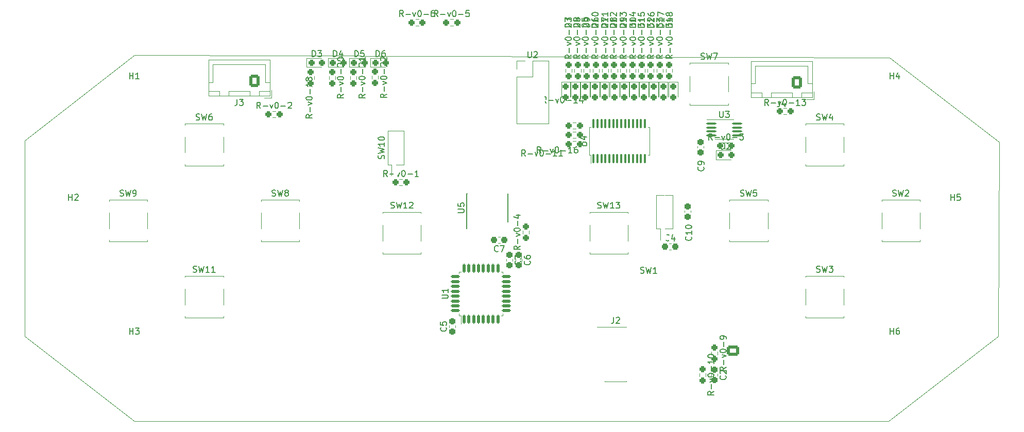
<source format=gbr>
%TF.GenerationSoftware,KiCad,Pcbnew,7.0.6-7.0.6~ubuntu20.04.1*%
%TF.CreationDate,2023-07-11T10:17:37+02:00*%
%TF.ProjectId,output_panel2023-07-11_081728.4517270000,6f757470-7574-45f7-9061-6e656c323032,rev?*%
%TF.SameCoordinates,Original*%
%TF.FileFunction,Legend,Top*%
%TF.FilePolarity,Positive*%
%FSLAX45Y45*%
G04 Gerber Fmt 4.5, Leading zero omitted, Abs format (unit mm)*
G04 Created by KiCad (PCBNEW 7.0.6-7.0.6~ubuntu20.04.1) date 2023-07-11 10:17:37*
%MOMM*%
%LPD*%
G01*
G04 APERTURE LIST*
G04 Aperture macros list*
%AMRoundRect*
0 Rectangle with rounded corners*
0 $1 Rounding radius*
0 $2 $3 $4 $5 $6 $7 $8 $9 X,Y pos of 4 corners*
0 Add a 4 corners polygon primitive as box body*
4,1,4,$2,$3,$4,$5,$6,$7,$8,$9,$2,$3,0*
0 Add four circle primitives for the rounded corners*
1,1,$1+$1,$2,$3*
1,1,$1+$1,$4,$5*
1,1,$1+$1,$6,$7*
1,1,$1+$1,$8,$9*
0 Add four rect primitives between the rounded corners*
20,1,$1+$1,$2,$3,$4,$5,0*
20,1,$1+$1,$4,$5,$6,$7,0*
20,1,$1+$1,$6,$7,$8,$9,0*
20,1,$1+$1,$8,$9,$2,$3,0*%
G04 Aperture macros list end*
%TA.AperFunction,Profile*%
%ADD10C,0.100000*%
%TD*%
%ADD11C,0.150000*%
%ADD12C,0.120000*%
%ADD13R,0.400000X1.000000*%
%ADD14C,5.600000*%
%ADD15R,2.400000X0.740000*%
%ADD16RoundRect,0.237500X-0.287500X-0.237500X0.287500X-0.237500X0.287500X0.237500X-0.287500X0.237500X0*%
%ADD17RoundRect,0.237500X0.237500X-0.250000X0.237500X0.250000X-0.237500X0.250000X-0.237500X-0.250000X0*%
%ADD18RoundRect,0.100000X-0.712500X-0.100000X0.712500X-0.100000X0.712500X0.100000X-0.712500X0.100000X0*%
%ADD19RoundRect,0.237500X-0.237500X0.300000X-0.237500X-0.300000X0.237500X-0.300000X0.237500X0.300000X0*%
%ADD20RoundRect,0.237500X-0.237500X0.250000X-0.237500X-0.250000X0.237500X-0.250000X0.237500X0.250000X0*%
%ADD21RoundRect,0.237500X-0.237500X0.287500X-0.237500X-0.287500X0.237500X-0.287500X0.237500X0.287500X0*%
%ADD22RoundRect,0.237500X-0.250000X-0.237500X0.250000X-0.237500X0.250000X0.237500X-0.250000X0.237500X0*%
%ADD23R,1.550000X1.300000*%
%ADD24RoundRect,0.237500X0.250000X0.237500X-0.250000X0.237500X-0.250000X-0.237500X0.250000X-0.237500X0*%
%ADD25RoundRect,0.237500X-0.300000X-0.237500X0.300000X-0.237500X0.300000X0.237500X-0.300000X0.237500X0*%
%ADD26RoundRect,0.237500X0.300000X0.237500X-0.300000X0.237500X-0.300000X-0.237500X0.300000X-0.237500X0*%
%ADD27RoundRect,0.237500X0.237500X-0.300000X0.237500X0.300000X-0.237500X0.300000X-0.237500X-0.300000X0*%
%ADD28RoundRect,0.125000X0.125000X-0.625000X0.125000X0.625000X-0.125000X0.625000X-0.125000X-0.625000X0*%
%ADD29RoundRect,0.125000X0.625000X-0.125000X0.625000X0.125000X-0.625000X0.125000X-0.625000X-0.125000X0*%
%ADD30RoundRect,0.250000X0.600000X0.725000X-0.600000X0.725000X-0.600000X-0.725000X0.600000X-0.725000X0*%
%ADD31O,1.700000X1.950000*%
%ADD32R,1.700000X1.700000*%
%ADD33O,1.700000X1.700000*%
%ADD34RoundRect,0.100000X0.100000X-0.637500X0.100000X0.637500X-0.100000X0.637500X-0.100000X-0.637500X0*%
%ADD35R,0.760000X1.600000*%
%ADD36RoundRect,0.250000X-0.750000X0.600000X-0.750000X-0.600000X0.750000X-0.600000X0.750000X0.600000X0*%
%ADD37O,2.000000X1.700000*%
G04 APERTURE END LIST*
D10*
X1850000Y-6070000D02*
X50000Y-4670000D01*
X14250000Y-6070000D02*
X1850000Y-6070000D01*
X16050000Y-4670000D02*
X14250000Y-6070000D01*
X14270000Y-90000D02*
X16070000Y-1480000D01*
X16070000Y-1480000D02*
X16050000Y-4670000D01*
X50000Y-4670000D02*
X50000Y-1450000D01*
X50000Y-1450000D02*
X1850000Y-50000D01*
X1850000Y-50000D02*
X14270000Y-90000D01*
D11*
X7172982Y-2636190D02*
X7253934Y-2636190D01*
X7253934Y-2636190D02*
X7263458Y-2631428D01*
X7263458Y-2631428D02*
X7268220Y-2626666D01*
X7268220Y-2626666D02*
X7272982Y-2617143D01*
X7272982Y-2617143D02*
X7272982Y-2598095D01*
X7272982Y-2598095D02*
X7268220Y-2588571D01*
X7268220Y-2588571D02*
X7263458Y-2583809D01*
X7263458Y-2583809D02*
X7253934Y-2579047D01*
X7253934Y-2579047D02*
X7172982Y-2579047D01*
X7172982Y-2483809D02*
X7172982Y-2531428D01*
X7172982Y-2531428D02*
X7220601Y-2536190D01*
X7220601Y-2536190D02*
X7215839Y-2531428D01*
X7215839Y-2531428D02*
X7211077Y-2521904D01*
X7211077Y-2521904D02*
X7211077Y-2498095D01*
X7211077Y-2498095D02*
X7215839Y-2488571D01*
X7215839Y-2488571D02*
X7220601Y-2483809D01*
X7220601Y-2483809D02*
X7230125Y-2479047D01*
X7230125Y-2479047D02*
X7253934Y-2479047D01*
X7253934Y-2479047D02*
X7263458Y-2483809D01*
X7263458Y-2483809D02*
X7268220Y-2488571D01*
X7268220Y-2488571D02*
X7272982Y-2498095D01*
X7272982Y-2498095D02*
X7272982Y-2521904D01*
X7272982Y-2521904D02*
X7268220Y-2531428D01*
X7268220Y-2531428D02*
X7263458Y-2536190D01*
X14273809Y-4635482D02*
X14273809Y-4535482D01*
X14273809Y-4583101D02*
X14330952Y-4583101D01*
X14330952Y-4635482D02*
X14330952Y-4535482D01*
X14421428Y-4535482D02*
X14402381Y-4535482D01*
X14402381Y-4535482D02*
X14392857Y-4540244D01*
X14392857Y-4540244D02*
X14388095Y-4545005D01*
X14388095Y-4545005D02*
X14378571Y-4559291D01*
X14378571Y-4559291D02*
X14373809Y-4578339D01*
X14373809Y-4578339D02*
X14373809Y-4616434D01*
X14373809Y-4616434D02*
X14378571Y-4625958D01*
X14378571Y-4625958D02*
X14383333Y-4630720D01*
X14383333Y-4630720D02*
X14392857Y-4635482D01*
X14392857Y-4635482D02*
X14411905Y-4635482D01*
X14411905Y-4635482D02*
X14421428Y-4630720D01*
X14421428Y-4630720D02*
X14426190Y-4625958D01*
X14426190Y-4625958D02*
X14430952Y-4616434D01*
X14430952Y-4616434D02*
X14430952Y-4592624D01*
X14430952Y-4592624D02*
X14426190Y-4583101D01*
X14426190Y-4583101D02*
X14421428Y-4578339D01*
X14421428Y-4578339D02*
X14411905Y-4573577D01*
X14411905Y-4573577D02*
X14392857Y-4573577D01*
X14392857Y-4573577D02*
X14383333Y-4578339D01*
X14383333Y-4578339D02*
X14378571Y-4583101D01*
X14378571Y-4583101D02*
X14373809Y-4592624D01*
X9729167Y-4358982D02*
X9729167Y-4430410D01*
X9729167Y-4430410D02*
X9724405Y-4444696D01*
X9724405Y-4444696D02*
X9714881Y-4454220D01*
X9714881Y-4454220D02*
X9700595Y-4458982D01*
X9700595Y-4458982D02*
X9691071Y-4458982D01*
X9772024Y-4368505D02*
X9776786Y-4363744D01*
X9776786Y-4363744D02*
X9786310Y-4358982D01*
X9786310Y-4358982D02*
X9810119Y-4358982D01*
X9810119Y-4358982D02*
X9819643Y-4363744D01*
X9819643Y-4363744D02*
X9824405Y-4368505D01*
X9824405Y-4368505D02*
X9829167Y-4378029D01*
X9829167Y-4378029D02*
X9829167Y-4387553D01*
X9829167Y-4387553D02*
X9824405Y-4401839D01*
X9824405Y-4401839D02*
X9767262Y-4458982D01*
X9767262Y-4458982D02*
X9829167Y-4458982D01*
X15273809Y-2435482D02*
X15273809Y-2335482D01*
X15273809Y-2383101D02*
X15330952Y-2383101D01*
X15330952Y-2435482D02*
X15330952Y-2335482D01*
X15426190Y-2335482D02*
X15378571Y-2335482D01*
X15378571Y-2335482D02*
X15373809Y-2383101D01*
X15373809Y-2383101D02*
X15378571Y-2378339D01*
X15378571Y-2378339D02*
X15388095Y-2373577D01*
X15388095Y-2373577D02*
X15411905Y-2373577D01*
X15411905Y-2373577D02*
X15421428Y-2378339D01*
X15421428Y-2378339D02*
X15426190Y-2383101D01*
X15426190Y-2383101D02*
X15430952Y-2392624D01*
X15430952Y-2392624D02*
X15430952Y-2416434D01*
X15430952Y-2416434D02*
X15426190Y-2425958D01*
X15426190Y-2425958D02*
X15421428Y-2430720D01*
X15421428Y-2430720D02*
X15411905Y-2435482D01*
X15411905Y-2435482D02*
X15388095Y-2435482D01*
X15388095Y-2435482D02*
X15378571Y-2430720D01*
X15378571Y-2430720D02*
X15373809Y-2425958D01*
X4776191Y-72482D02*
X4776191Y27518D01*
X4776191Y27518D02*
X4800000Y27518D01*
X4800000Y27518D02*
X4814286Y22756D01*
X4814286Y22756D02*
X4823810Y13233D01*
X4823810Y13233D02*
X4828571Y3709D01*
X4828571Y3709D02*
X4833333Y-15339D01*
X4833333Y-15339D02*
X4833333Y-29624D01*
X4833333Y-29624D02*
X4828571Y-48672D01*
X4828571Y-48672D02*
X4823810Y-58196D01*
X4823810Y-58196D02*
X4814286Y-67720D01*
X4814286Y-67720D02*
X4800000Y-72482D01*
X4800000Y-72482D02*
X4776191Y-72482D01*
X4866667Y27518D02*
X4928571Y27518D01*
X4928571Y27518D02*
X4895238Y-10577D01*
X4895238Y-10577D02*
X4909524Y-10577D01*
X4909524Y-10577D02*
X4919048Y-15339D01*
X4919048Y-15339D02*
X4923810Y-20101D01*
X4923810Y-20101D02*
X4928571Y-29624D01*
X4928571Y-29624D02*
X4928571Y-53434D01*
X4928571Y-53434D02*
X4923810Y-62958D01*
X4923810Y-62958D02*
X4919048Y-67720D01*
X4919048Y-67720D02*
X4909524Y-72482D01*
X4909524Y-72482D02*
X4880952Y-72482D01*
X4880952Y-72482D02*
X4871429Y-67720D01*
X4871429Y-67720D02*
X4866667Y-62958D01*
X10095482Y-43809D02*
X10047863Y-77143D01*
X10095482Y-100952D02*
X9995482Y-100952D01*
X9995482Y-100952D02*
X9995482Y-62857D01*
X9995482Y-62857D02*
X10000244Y-53333D01*
X10000244Y-53333D02*
X10005006Y-48571D01*
X10005006Y-48571D02*
X10014530Y-43809D01*
X10014530Y-43809D02*
X10028815Y-43809D01*
X10028815Y-43809D02*
X10038339Y-48571D01*
X10038339Y-48571D02*
X10043101Y-53333D01*
X10043101Y-53333D02*
X10047863Y-62857D01*
X10047863Y-62857D02*
X10047863Y-100952D01*
X10057387Y-952D02*
X10057387Y75238D01*
X10028815Y113334D02*
X10095482Y137143D01*
X10095482Y137143D02*
X10028815Y160953D01*
X9995482Y218095D02*
X9995482Y227619D01*
X9995482Y227619D02*
X10000244Y237143D01*
X10000244Y237143D02*
X10005006Y241905D01*
X10005006Y241905D02*
X10014530Y246667D01*
X10014530Y246667D02*
X10033577Y251429D01*
X10033577Y251429D02*
X10057387Y251429D01*
X10057387Y251429D02*
X10076434Y246667D01*
X10076434Y246667D02*
X10085958Y241905D01*
X10085958Y241905D02*
X10090720Y237143D01*
X10090720Y237143D02*
X10095482Y227619D01*
X10095482Y227619D02*
X10095482Y218095D01*
X10095482Y218095D02*
X10090720Y208572D01*
X10090720Y208572D02*
X10085958Y203810D01*
X10085958Y203810D02*
X10076434Y199048D01*
X10076434Y199048D02*
X10057387Y194286D01*
X10057387Y194286D02*
X10033577Y194286D01*
X10033577Y194286D02*
X10014530Y199048D01*
X10014530Y199048D02*
X10005006Y203810D01*
X10005006Y203810D02*
X10000244Y208572D01*
X10000244Y208572D02*
X9995482Y218095D01*
X10057387Y294286D02*
X10057387Y370476D01*
X9995482Y408572D02*
X9995482Y470476D01*
X9995482Y470476D02*
X10033577Y437143D01*
X10033577Y437143D02*
X10033577Y451429D01*
X10033577Y451429D02*
X10038339Y460953D01*
X10038339Y460953D02*
X10043101Y465714D01*
X10043101Y465714D02*
X10052625Y470476D01*
X10052625Y470476D02*
X10076434Y470476D01*
X10076434Y470476D02*
X10085958Y465714D01*
X10085958Y465714D02*
X10090720Y460953D01*
X10090720Y460953D02*
X10095482Y451429D01*
X10095482Y451429D02*
X10095482Y422857D01*
X10095482Y422857D02*
X10090720Y413334D01*
X10090720Y413334D02*
X10085958Y408572D01*
X9995482Y532381D02*
X9995482Y541905D01*
X9995482Y541905D02*
X10000244Y551429D01*
X10000244Y551429D02*
X10005006Y556191D01*
X10005006Y556191D02*
X10014530Y560953D01*
X10014530Y560953D02*
X10033577Y565715D01*
X10033577Y565715D02*
X10057387Y565715D01*
X10057387Y565715D02*
X10076434Y560953D01*
X10076434Y560953D02*
X10085958Y556191D01*
X10085958Y556191D02*
X10090720Y551429D01*
X10090720Y551429D02*
X10095482Y541905D01*
X10095482Y541905D02*
X10095482Y532381D01*
X10095482Y532381D02*
X10090720Y522857D01*
X10090720Y522857D02*
X10085958Y518095D01*
X10085958Y518095D02*
X10076434Y513334D01*
X10076434Y513334D02*
X10057387Y508572D01*
X10057387Y508572D02*
X10033577Y508572D01*
X10033577Y508572D02*
X10014530Y513334D01*
X10014530Y513334D02*
X10005006Y518095D01*
X10005006Y518095D02*
X10000244Y522857D01*
X10000244Y522857D02*
X9995482Y532381D01*
X8192482Y-3184940D02*
X8144863Y-3218273D01*
X8192482Y-3242083D02*
X8092482Y-3242083D01*
X8092482Y-3242083D02*
X8092482Y-3203988D01*
X8092482Y-3203988D02*
X8097244Y-3194464D01*
X8097244Y-3194464D02*
X8102006Y-3189702D01*
X8102006Y-3189702D02*
X8111529Y-3184940D01*
X8111529Y-3184940D02*
X8125815Y-3184940D01*
X8125815Y-3184940D02*
X8135339Y-3189702D01*
X8135339Y-3189702D02*
X8140101Y-3194464D01*
X8140101Y-3194464D02*
X8144863Y-3203988D01*
X8144863Y-3203988D02*
X8144863Y-3242083D01*
X8154387Y-3142083D02*
X8154387Y-3065892D01*
X8125815Y-3027797D02*
X8192482Y-3003988D01*
X8192482Y-3003988D02*
X8125815Y-2980178D01*
X8092482Y-2923035D02*
X8092482Y-2913511D01*
X8092482Y-2913511D02*
X8097244Y-2903988D01*
X8097244Y-2903988D02*
X8102006Y-2899226D01*
X8102006Y-2899226D02*
X8111529Y-2894464D01*
X8111529Y-2894464D02*
X8130577Y-2889702D01*
X8130577Y-2889702D02*
X8154387Y-2889702D01*
X8154387Y-2889702D02*
X8173434Y-2894464D01*
X8173434Y-2894464D02*
X8182958Y-2899226D01*
X8182958Y-2899226D02*
X8187720Y-2903988D01*
X8187720Y-2903988D02*
X8192482Y-2913511D01*
X8192482Y-2913511D02*
X8192482Y-2923035D01*
X8192482Y-2923035D02*
X8187720Y-2932559D01*
X8187720Y-2932559D02*
X8182958Y-2937321D01*
X8182958Y-2937321D02*
X8173434Y-2942083D01*
X8173434Y-2942083D02*
X8154387Y-2946845D01*
X8154387Y-2946845D02*
X8130577Y-2946845D01*
X8130577Y-2946845D02*
X8111529Y-2942083D01*
X8111529Y-2942083D02*
X8102006Y-2937321D01*
X8102006Y-2937321D02*
X8097244Y-2932559D01*
X8097244Y-2932559D02*
X8092482Y-2923035D01*
X8154387Y-2846845D02*
X8154387Y-2770654D01*
X8125815Y-2680178D02*
X8192482Y-2680178D01*
X8087720Y-2703988D02*
X8159148Y-2727797D01*
X8159148Y-2727797D02*
X8159148Y-2665893D01*
X11473809Y-970482D02*
X11473809Y-1051434D01*
X11473809Y-1051434D02*
X11478571Y-1060958D01*
X11478571Y-1060958D02*
X11483333Y-1065720D01*
X11483333Y-1065720D02*
X11492857Y-1070482D01*
X11492857Y-1070482D02*
X11511905Y-1070482D01*
X11511905Y-1070482D02*
X11521428Y-1065720D01*
X11521428Y-1065720D02*
X11526190Y-1060958D01*
X11526190Y-1060958D02*
X11530952Y-1051434D01*
X11530952Y-1051434D02*
X11530952Y-970482D01*
X11569048Y-970482D02*
X11630952Y-970482D01*
X11630952Y-970482D02*
X11597619Y-1008577D01*
X11597619Y-1008577D02*
X11611905Y-1008577D01*
X11611905Y-1008577D02*
X11621428Y-1013339D01*
X11621428Y-1013339D02*
X11626190Y-1018101D01*
X11626190Y-1018101D02*
X11630952Y-1027624D01*
X11630952Y-1027624D02*
X11630952Y-1051434D01*
X11630952Y-1051434D02*
X11626190Y-1060958D01*
X11626190Y-1060958D02*
X11621428Y-1065720D01*
X11621428Y-1065720D02*
X11611905Y-1070482D01*
X11611905Y-1070482D02*
X11583333Y-1070482D01*
X11583333Y-1070482D02*
X11573809Y-1065720D01*
X11573809Y-1065720D02*
X11569048Y-1060958D01*
X11205958Y-1886666D02*
X11210720Y-1891428D01*
X11210720Y-1891428D02*
X11215482Y-1905714D01*
X11215482Y-1905714D02*
X11215482Y-1915238D01*
X11215482Y-1915238D02*
X11210720Y-1929523D01*
X11210720Y-1929523D02*
X11201196Y-1939047D01*
X11201196Y-1939047D02*
X11191672Y-1943809D01*
X11191672Y-1943809D02*
X11172625Y-1948571D01*
X11172625Y-1948571D02*
X11158339Y-1948571D01*
X11158339Y-1948571D02*
X11139291Y-1943809D01*
X11139291Y-1943809D02*
X11129768Y-1939047D01*
X11129768Y-1939047D02*
X11120244Y-1929523D01*
X11120244Y-1929523D02*
X11115482Y-1915238D01*
X11115482Y-1915238D02*
X11115482Y-1905714D01*
X11115482Y-1905714D02*
X11120244Y-1891428D01*
X11120244Y-1891428D02*
X11125006Y-1886666D01*
X11215482Y-1839047D02*
X11215482Y-1820000D01*
X11215482Y-1820000D02*
X11210720Y-1810476D01*
X11210720Y-1810476D02*
X11205958Y-1805714D01*
X11205958Y-1805714D02*
X11191672Y-1796190D01*
X11191672Y-1796190D02*
X11172625Y-1791428D01*
X11172625Y-1791428D02*
X11134530Y-1791428D01*
X11134530Y-1791428D02*
X11125006Y-1796190D01*
X11125006Y-1796190D02*
X11120244Y-1800952D01*
X11120244Y-1800952D02*
X11115482Y-1810476D01*
X11115482Y-1810476D02*
X11115482Y-1829523D01*
X11115482Y-1829523D02*
X11120244Y-1839047D01*
X11120244Y-1839047D02*
X11125006Y-1843809D01*
X11125006Y-1843809D02*
X11134530Y-1848571D01*
X11134530Y-1848571D02*
X11158339Y-1848571D01*
X11158339Y-1848571D02*
X11167863Y-1843809D01*
X11167863Y-1843809D02*
X11172625Y-1839047D01*
X11172625Y-1839047D02*
X11177387Y-1829523D01*
X11177387Y-1829523D02*
X11177387Y-1810476D01*
X11177387Y-1810476D02*
X11172625Y-1800952D01*
X11172625Y-1800952D02*
X11167863Y-1796190D01*
X11167863Y-1796190D02*
X11158339Y-1791428D01*
X5998482Y-686309D02*
X5950863Y-719642D01*
X5998482Y-743452D02*
X5898482Y-743452D01*
X5898482Y-743452D02*
X5898482Y-705357D01*
X5898482Y-705357D02*
X5903244Y-695833D01*
X5903244Y-695833D02*
X5908006Y-691071D01*
X5908006Y-691071D02*
X5917529Y-686309D01*
X5917529Y-686309D02*
X5931815Y-686309D01*
X5931815Y-686309D02*
X5941339Y-691071D01*
X5941339Y-691071D02*
X5946101Y-695833D01*
X5946101Y-695833D02*
X5950863Y-705357D01*
X5950863Y-705357D02*
X5950863Y-743452D01*
X5960387Y-643452D02*
X5960387Y-567262D01*
X5931815Y-529166D02*
X5998482Y-505357D01*
X5998482Y-505357D02*
X5931815Y-481547D01*
X5898482Y-424404D02*
X5898482Y-414881D01*
X5898482Y-414881D02*
X5903244Y-405357D01*
X5903244Y-405357D02*
X5908006Y-400595D01*
X5908006Y-400595D02*
X5917529Y-395833D01*
X5917529Y-395833D02*
X5936577Y-391071D01*
X5936577Y-391071D02*
X5960387Y-391071D01*
X5960387Y-391071D02*
X5979434Y-395833D01*
X5979434Y-395833D02*
X5988958Y-400595D01*
X5988958Y-400595D02*
X5993720Y-405357D01*
X5993720Y-405357D02*
X5998482Y-414881D01*
X5998482Y-414881D02*
X5998482Y-424404D01*
X5998482Y-424404D02*
X5993720Y-433928D01*
X5993720Y-433928D02*
X5988958Y-438690D01*
X5988958Y-438690D02*
X5979434Y-443452D01*
X5979434Y-443452D02*
X5960387Y-448214D01*
X5960387Y-448214D02*
X5936577Y-448214D01*
X5936577Y-448214D02*
X5917529Y-443452D01*
X5917529Y-443452D02*
X5908006Y-438690D01*
X5908006Y-438690D02*
X5903244Y-433928D01*
X5903244Y-433928D02*
X5898482Y-424404D01*
X5960387Y-348214D02*
X5960387Y-272024D01*
X5908006Y-229166D02*
X5903244Y-224404D01*
X5903244Y-224404D02*
X5898482Y-214881D01*
X5898482Y-214881D02*
X5898482Y-191071D01*
X5898482Y-191071D02*
X5903244Y-181547D01*
X5903244Y-181547D02*
X5908006Y-176785D01*
X5908006Y-176785D02*
X5917529Y-172024D01*
X5917529Y-172024D02*
X5927053Y-172024D01*
X5927053Y-172024D02*
X5941339Y-176785D01*
X5941339Y-176785D02*
X5998482Y-233928D01*
X5998482Y-233928D02*
X5998482Y-172024D01*
X5908006Y-133928D02*
X5903244Y-129166D01*
X5903244Y-129166D02*
X5898482Y-119642D01*
X5898482Y-119642D02*
X5898482Y-95833D01*
X5898482Y-95833D02*
X5903244Y-86309D01*
X5903244Y-86309D02*
X5908006Y-81547D01*
X5908006Y-81547D02*
X5917529Y-76785D01*
X5917529Y-76785D02*
X5927053Y-76785D01*
X5927053Y-76785D02*
X5941339Y-81547D01*
X5941339Y-81547D02*
X5998482Y-138690D01*
X5998482Y-138690D02*
X5998482Y-76785D01*
X9475482Y408572D02*
X9375482Y408572D01*
X9375482Y408572D02*
X9375482Y432381D01*
X9375482Y432381D02*
X9380244Y446667D01*
X9380244Y446667D02*
X9389768Y456191D01*
X9389768Y456191D02*
X9399291Y460953D01*
X9399291Y460953D02*
X9418339Y465714D01*
X9418339Y465714D02*
X9432625Y465714D01*
X9432625Y465714D02*
X9451672Y460953D01*
X9451672Y460953D02*
X9461196Y456191D01*
X9461196Y456191D02*
X9470720Y446667D01*
X9470720Y446667D02*
X9475482Y432381D01*
X9475482Y432381D02*
X9475482Y408572D01*
X9475482Y560953D02*
X9475482Y503810D01*
X9475482Y532381D02*
X9375482Y532381D01*
X9375482Y532381D02*
X9389768Y522857D01*
X9389768Y522857D02*
X9399291Y513334D01*
X9399291Y513334D02*
X9404053Y503810D01*
X9375482Y622857D02*
X9375482Y632381D01*
X9375482Y632381D02*
X9380244Y641905D01*
X9380244Y641905D02*
X9385006Y646667D01*
X9385006Y646667D02*
X9394530Y651429D01*
X9394530Y651429D02*
X9413577Y656191D01*
X9413577Y656191D02*
X9437387Y656191D01*
X9437387Y656191D02*
X9456434Y651429D01*
X9456434Y651429D02*
X9465958Y646667D01*
X9465958Y646667D02*
X9470720Y641905D01*
X9470720Y641905D02*
X9475482Y632381D01*
X9475482Y632381D02*
X9475482Y622857D01*
X9475482Y622857D02*
X9470720Y613334D01*
X9470720Y613334D02*
X9465958Y608572D01*
X9465958Y608572D02*
X9456434Y603810D01*
X9456434Y603810D02*
X9437387Y599048D01*
X9437387Y599048D02*
X9413577Y599048D01*
X9413577Y599048D02*
X9394530Y603810D01*
X9394530Y603810D02*
X9385006Y608572D01*
X9385006Y608572D02*
X9380244Y613334D01*
X9380244Y613334D02*
X9375482Y622857D01*
X5643482Y-691309D02*
X5595863Y-724642D01*
X5643482Y-748452D02*
X5543482Y-748452D01*
X5543482Y-748452D02*
X5543482Y-710357D01*
X5543482Y-710357D02*
X5548244Y-700833D01*
X5548244Y-700833D02*
X5553006Y-696071D01*
X5553006Y-696071D02*
X5562530Y-691309D01*
X5562530Y-691309D02*
X5576815Y-691309D01*
X5576815Y-691309D02*
X5586339Y-696071D01*
X5586339Y-696071D02*
X5591101Y-700833D01*
X5591101Y-700833D02*
X5595863Y-710357D01*
X5595863Y-710357D02*
X5595863Y-748452D01*
X5605387Y-648452D02*
X5605387Y-572262D01*
X5576815Y-534166D02*
X5643482Y-510357D01*
X5643482Y-510357D02*
X5576815Y-486547D01*
X5543482Y-429404D02*
X5543482Y-419881D01*
X5543482Y-419881D02*
X5548244Y-410357D01*
X5548244Y-410357D02*
X5553006Y-405595D01*
X5553006Y-405595D02*
X5562530Y-400833D01*
X5562530Y-400833D02*
X5581577Y-396071D01*
X5581577Y-396071D02*
X5605387Y-396071D01*
X5605387Y-396071D02*
X5624434Y-400833D01*
X5624434Y-400833D02*
X5633958Y-405595D01*
X5633958Y-405595D02*
X5638720Y-410357D01*
X5638720Y-410357D02*
X5643482Y-419881D01*
X5643482Y-419881D02*
X5643482Y-429404D01*
X5643482Y-429404D02*
X5638720Y-438928D01*
X5638720Y-438928D02*
X5633958Y-443690D01*
X5633958Y-443690D02*
X5624434Y-448452D01*
X5624434Y-448452D02*
X5605387Y-453214D01*
X5605387Y-453214D02*
X5581577Y-453214D01*
X5581577Y-453214D02*
X5562530Y-448452D01*
X5562530Y-448452D02*
X5553006Y-443690D01*
X5553006Y-443690D02*
X5548244Y-438928D01*
X5548244Y-438928D02*
X5543482Y-429404D01*
X5605387Y-353214D02*
X5605387Y-277024D01*
X5553006Y-234166D02*
X5548244Y-229404D01*
X5548244Y-229404D02*
X5543482Y-219881D01*
X5543482Y-219881D02*
X5543482Y-196071D01*
X5543482Y-196071D02*
X5548244Y-186547D01*
X5548244Y-186547D02*
X5553006Y-181785D01*
X5553006Y-181785D02*
X5562530Y-177023D01*
X5562530Y-177023D02*
X5572053Y-177023D01*
X5572053Y-177023D02*
X5586339Y-181785D01*
X5586339Y-181785D02*
X5643482Y-238928D01*
X5643482Y-238928D02*
X5643482Y-177023D01*
X5643482Y-81785D02*
X5643482Y-138928D01*
X5643482Y-110357D02*
X5543482Y-110357D01*
X5543482Y-110357D02*
X5557768Y-119881D01*
X5557768Y-119881D02*
X5567291Y-129404D01*
X5567291Y-129404D02*
X5572053Y-138928D01*
X9635482Y408572D02*
X9535482Y408572D01*
X9535482Y408572D02*
X9535482Y432381D01*
X9535482Y432381D02*
X9540244Y446667D01*
X9540244Y446667D02*
X9549768Y456191D01*
X9549768Y456191D02*
X9559291Y460953D01*
X9559291Y460953D02*
X9578339Y465714D01*
X9578339Y465714D02*
X9592625Y465714D01*
X9592625Y465714D02*
X9611672Y460953D01*
X9611672Y460953D02*
X9621196Y456191D01*
X9621196Y456191D02*
X9630720Y446667D01*
X9630720Y446667D02*
X9635482Y432381D01*
X9635482Y432381D02*
X9635482Y408572D01*
X9635482Y560953D02*
X9635482Y503810D01*
X9635482Y532381D02*
X9535482Y532381D01*
X9535482Y532381D02*
X9549768Y522857D01*
X9549768Y522857D02*
X9559291Y513334D01*
X9559291Y513334D02*
X9564053Y503810D01*
X9635482Y656191D02*
X9635482Y599048D01*
X9635482Y627619D02*
X9535482Y627619D01*
X9535482Y627619D02*
X9549768Y618096D01*
X9549768Y618096D02*
X9559291Y608572D01*
X9559291Y608572D02*
X9564053Y599048D01*
X3923809Y-922482D02*
X3890476Y-874862D01*
X3866667Y-922482D02*
X3866667Y-822482D01*
X3866667Y-822482D02*
X3904762Y-822482D01*
X3904762Y-822482D02*
X3914286Y-827243D01*
X3914286Y-827243D02*
X3919048Y-832005D01*
X3919048Y-832005D02*
X3923809Y-841529D01*
X3923809Y-841529D02*
X3923809Y-855815D01*
X3923809Y-855815D02*
X3919048Y-865339D01*
X3919048Y-865339D02*
X3914286Y-870101D01*
X3914286Y-870101D02*
X3904762Y-874862D01*
X3904762Y-874862D02*
X3866667Y-874862D01*
X3966667Y-884386D02*
X4042857Y-884386D01*
X4080952Y-855815D02*
X4104762Y-922482D01*
X4104762Y-922482D02*
X4128571Y-855815D01*
X4185714Y-822482D02*
X4195238Y-822482D01*
X4195238Y-822482D02*
X4204762Y-827243D01*
X4204762Y-827243D02*
X4209524Y-832005D01*
X4209524Y-832005D02*
X4214286Y-841529D01*
X4214286Y-841529D02*
X4219048Y-860577D01*
X4219048Y-860577D02*
X4219048Y-884386D01*
X4219048Y-884386D02*
X4214286Y-903434D01*
X4214286Y-903434D02*
X4209524Y-912958D01*
X4209524Y-912958D02*
X4204762Y-917720D01*
X4204762Y-917720D02*
X4195238Y-922482D01*
X4195238Y-922482D02*
X4185714Y-922482D01*
X4185714Y-922482D02*
X4176190Y-917720D01*
X4176190Y-917720D02*
X4171429Y-912958D01*
X4171429Y-912958D02*
X4166667Y-903434D01*
X4166667Y-903434D02*
X4161905Y-884386D01*
X4161905Y-884386D02*
X4161905Y-860577D01*
X4161905Y-860577D02*
X4166667Y-841529D01*
X4166667Y-841529D02*
X4171429Y-832005D01*
X4171429Y-832005D02*
X4176190Y-827243D01*
X4176190Y-827243D02*
X4185714Y-822482D01*
X4261905Y-884386D02*
X4338095Y-884386D01*
X4380952Y-832005D02*
X4385714Y-827243D01*
X4385714Y-827243D02*
X4395238Y-822482D01*
X4395238Y-822482D02*
X4419048Y-822482D01*
X4419048Y-822482D02*
X4428571Y-827243D01*
X4428571Y-827243D02*
X4433333Y-832005D01*
X4433333Y-832005D02*
X4438095Y-841529D01*
X4438095Y-841529D02*
X4438095Y-851053D01*
X4438095Y-851053D02*
X4433333Y-865339D01*
X4433333Y-865339D02*
X4376191Y-922482D01*
X4376191Y-922482D02*
X4438095Y-922482D01*
X9775482Y-43809D02*
X9727863Y-77143D01*
X9775482Y-100952D02*
X9675482Y-100952D01*
X9675482Y-100952D02*
X9675482Y-62857D01*
X9675482Y-62857D02*
X9680244Y-53333D01*
X9680244Y-53333D02*
X9685006Y-48571D01*
X9685006Y-48571D02*
X9694530Y-43809D01*
X9694530Y-43809D02*
X9708815Y-43809D01*
X9708815Y-43809D02*
X9718339Y-48571D01*
X9718339Y-48571D02*
X9723101Y-53333D01*
X9723101Y-53333D02*
X9727863Y-62857D01*
X9727863Y-62857D02*
X9727863Y-100952D01*
X9737387Y-952D02*
X9737387Y75238D01*
X9708815Y113334D02*
X9775482Y137143D01*
X9775482Y137143D02*
X9708815Y160953D01*
X9675482Y218095D02*
X9675482Y227619D01*
X9675482Y227619D02*
X9680244Y237143D01*
X9680244Y237143D02*
X9685006Y241905D01*
X9685006Y241905D02*
X9694530Y246667D01*
X9694530Y246667D02*
X9713577Y251429D01*
X9713577Y251429D02*
X9737387Y251429D01*
X9737387Y251429D02*
X9756434Y246667D01*
X9756434Y246667D02*
X9765958Y241905D01*
X9765958Y241905D02*
X9770720Y237143D01*
X9770720Y237143D02*
X9775482Y227619D01*
X9775482Y227619D02*
X9775482Y218095D01*
X9775482Y218095D02*
X9770720Y208572D01*
X9770720Y208572D02*
X9765958Y203810D01*
X9765958Y203810D02*
X9756434Y199048D01*
X9756434Y199048D02*
X9737387Y194286D01*
X9737387Y194286D02*
X9713577Y194286D01*
X9713577Y194286D02*
X9694530Y199048D01*
X9694530Y199048D02*
X9685006Y203810D01*
X9685006Y203810D02*
X9680244Y208572D01*
X9680244Y208572D02*
X9675482Y218095D01*
X9737387Y294286D02*
X9737387Y370476D01*
X9685006Y413334D02*
X9680244Y418095D01*
X9680244Y418095D02*
X9675482Y427619D01*
X9675482Y427619D02*
X9675482Y451429D01*
X9675482Y451429D02*
X9680244Y460953D01*
X9680244Y460953D02*
X9685006Y465714D01*
X9685006Y465714D02*
X9694530Y470476D01*
X9694530Y470476D02*
X9704053Y470476D01*
X9704053Y470476D02*
X9718339Y465714D01*
X9718339Y465714D02*
X9775482Y408572D01*
X9775482Y408572D02*
X9775482Y470476D01*
X9718339Y527619D02*
X9713577Y518095D01*
X9713577Y518095D02*
X9708815Y513334D01*
X9708815Y513334D02*
X9699291Y508572D01*
X9699291Y508572D02*
X9694530Y508572D01*
X9694530Y508572D02*
X9685006Y513334D01*
X9685006Y513334D02*
X9680244Y518095D01*
X9680244Y518095D02*
X9675482Y527619D01*
X9675482Y527619D02*
X9675482Y546667D01*
X9675482Y546667D02*
X9680244Y556191D01*
X9680244Y556191D02*
X9685006Y560953D01*
X9685006Y560953D02*
X9694530Y565715D01*
X9694530Y565715D02*
X9699291Y565715D01*
X9699291Y565715D02*
X9708815Y560953D01*
X9708815Y560953D02*
X9713577Y556191D01*
X9713577Y556191D02*
X9718339Y546667D01*
X9718339Y546667D02*
X9718339Y527619D01*
X9718339Y527619D02*
X9723101Y518095D01*
X9723101Y518095D02*
X9727863Y513334D01*
X9727863Y513334D02*
X9737387Y508572D01*
X9737387Y508572D02*
X9756434Y508572D01*
X9756434Y508572D02*
X9765958Y513334D01*
X9765958Y513334D02*
X9770720Y518095D01*
X9770720Y518095D02*
X9775482Y527619D01*
X9775482Y527619D02*
X9775482Y546667D01*
X9775482Y546667D02*
X9770720Y556191D01*
X9770720Y556191D02*
X9765958Y560953D01*
X9765958Y560953D02*
X9756434Y565715D01*
X9756434Y565715D02*
X9737387Y565715D01*
X9737387Y565715D02*
X9727863Y560953D01*
X9727863Y560953D02*
X9723101Y556191D01*
X9723101Y556191D02*
X9718339Y546667D01*
X9175482Y416191D02*
X9075482Y416191D01*
X9075482Y416191D02*
X9075482Y440000D01*
X9075482Y440000D02*
X9080244Y454286D01*
X9080244Y454286D02*
X9089768Y463810D01*
X9089768Y463810D02*
X9099291Y468572D01*
X9099291Y468572D02*
X9118339Y473334D01*
X9118339Y473334D02*
X9132625Y473334D01*
X9132625Y473334D02*
X9151672Y468572D01*
X9151672Y468572D02*
X9161196Y463810D01*
X9161196Y463810D02*
X9170720Y454286D01*
X9170720Y454286D02*
X9175482Y440000D01*
X9175482Y440000D02*
X9175482Y416191D01*
X9118339Y530477D02*
X9113577Y520953D01*
X9113577Y520953D02*
X9108815Y516191D01*
X9108815Y516191D02*
X9099291Y511429D01*
X9099291Y511429D02*
X9094530Y511429D01*
X9094530Y511429D02*
X9085006Y516191D01*
X9085006Y516191D02*
X9080244Y520953D01*
X9080244Y520953D02*
X9075482Y530477D01*
X9075482Y530477D02*
X9075482Y549524D01*
X9075482Y549524D02*
X9080244Y559048D01*
X9080244Y559048D02*
X9085006Y563810D01*
X9085006Y563810D02*
X9094530Y568572D01*
X9094530Y568572D02*
X9099291Y568572D01*
X9099291Y568572D02*
X9108815Y563810D01*
X9108815Y563810D02*
X9113577Y559048D01*
X9113577Y559048D02*
X9118339Y549524D01*
X9118339Y549524D02*
X9118339Y530477D01*
X9118339Y530477D02*
X9123101Y520953D01*
X9123101Y520953D02*
X9127863Y516191D01*
X9127863Y516191D02*
X9137387Y511429D01*
X9137387Y511429D02*
X9156434Y511429D01*
X9156434Y511429D02*
X9165958Y516191D01*
X9165958Y516191D02*
X9170720Y520953D01*
X9170720Y520953D02*
X9175482Y530477D01*
X9175482Y530477D02*
X9175482Y549524D01*
X9175482Y549524D02*
X9170720Y559048D01*
X9170720Y559048D02*
X9165958Y563810D01*
X9165958Y563810D02*
X9156434Y568572D01*
X9156434Y568572D02*
X9137387Y568572D01*
X9137387Y568572D02*
X9127863Y563810D01*
X9127863Y563810D02*
X9123101Y559048D01*
X9123101Y559048D02*
X9118339Y549524D01*
X9635482Y-43809D02*
X9587863Y-77143D01*
X9635482Y-100952D02*
X9535482Y-100952D01*
X9535482Y-100952D02*
X9535482Y-62857D01*
X9535482Y-62857D02*
X9540244Y-53333D01*
X9540244Y-53333D02*
X9545006Y-48571D01*
X9545006Y-48571D02*
X9554530Y-43809D01*
X9554530Y-43809D02*
X9568815Y-43809D01*
X9568815Y-43809D02*
X9578339Y-48571D01*
X9578339Y-48571D02*
X9583101Y-53333D01*
X9583101Y-53333D02*
X9587863Y-62857D01*
X9587863Y-62857D02*
X9587863Y-100952D01*
X9597387Y-952D02*
X9597387Y75238D01*
X9568815Y113334D02*
X9635482Y137143D01*
X9635482Y137143D02*
X9568815Y160953D01*
X9535482Y218095D02*
X9535482Y227619D01*
X9535482Y227619D02*
X9540244Y237143D01*
X9540244Y237143D02*
X9545006Y241905D01*
X9545006Y241905D02*
X9554530Y246667D01*
X9554530Y246667D02*
X9573577Y251429D01*
X9573577Y251429D02*
X9597387Y251429D01*
X9597387Y251429D02*
X9616434Y246667D01*
X9616434Y246667D02*
X9625958Y241905D01*
X9625958Y241905D02*
X9630720Y237143D01*
X9630720Y237143D02*
X9635482Y227619D01*
X9635482Y227619D02*
X9635482Y218095D01*
X9635482Y218095D02*
X9630720Y208572D01*
X9630720Y208572D02*
X9625958Y203810D01*
X9625958Y203810D02*
X9616434Y199048D01*
X9616434Y199048D02*
X9597387Y194286D01*
X9597387Y194286D02*
X9573577Y194286D01*
X9573577Y194286D02*
X9554530Y199048D01*
X9554530Y199048D02*
X9545006Y203810D01*
X9545006Y203810D02*
X9540244Y208572D01*
X9540244Y208572D02*
X9535482Y218095D01*
X9597387Y294286D02*
X9597387Y370476D01*
X9545006Y413334D02*
X9540244Y418095D01*
X9540244Y418095D02*
X9535482Y427619D01*
X9535482Y427619D02*
X9535482Y451429D01*
X9535482Y451429D02*
X9540244Y460953D01*
X9540244Y460953D02*
X9545006Y465714D01*
X9545006Y465714D02*
X9554530Y470476D01*
X9554530Y470476D02*
X9564053Y470476D01*
X9564053Y470476D02*
X9578339Y465714D01*
X9578339Y465714D02*
X9635482Y408572D01*
X9635482Y408572D02*
X9635482Y470476D01*
X9535482Y503810D02*
X9535482Y570476D01*
X9535482Y570476D02*
X9635482Y527619D01*
X11378482Y-5577559D02*
X11330863Y-5610892D01*
X11378482Y-5634702D02*
X11278482Y-5634702D01*
X11278482Y-5634702D02*
X11278482Y-5596607D01*
X11278482Y-5596607D02*
X11283244Y-5587083D01*
X11283244Y-5587083D02*
X11288006Y-5582321D01*
X11288006Y-5582321D02*
X11297529Y-5577559D01*
X11297529Y-5577559D02*
X11311815Y-5577559D01*
X11311815Y-5577559D02*
X11321339Y-5582321D01*
X11321339Y-5582321D02*
X11326101Y-5587083D01*
X11326101Y-5587083D02*
X11330863Y-5596607D01*
X11330863Y-5596607D02*
X11330863Y-5634702D01*
X11340387Y-5534702D02*
X11340387Y-5458512D01*
X11311815Y-5420416D02*
X11378482Y-5396607D01*
X11378482Y-5396607D02*
X11311815Y-5372797D01*
X11278482Y-5315654D02*
X11278482Y-5306131D01*
X11278482Y-5306131D02*
X11283244Y-5296607D01*
X11283244Y-5296607D02*
X11288006Y-5291845D01*
X11288006Y-5291845D02*
X11297529Y-5287083D01*
X11297529Y-5287083D02*
X11316577Y-5282321D01*
X11316577Y-5282321D02*
X11340387Y-5282321D01*
X11340387Y-5282321D02*
X11359434Y-5287083D01*
X11359434Y-5287083D02*
X11368958Y-5291845D01*
X11368958Y-5291845D02*
X11373720Y-5296607D01*
X11373720Y-5296607D02*
X11378482Y-5306131D01*
X11378482Y-5306131D02*
X11378482Y-5315654D01*
X11378482Y-5315654D02*
X11373720Y-5325178D01*
X11373720Y-5325178D02*
X11368958Y-5329940D01*
X11368958Y-5329940D02*
X11359434Y-5334702D01*
X11359434Y-5334702D02*
X11340387Y-5339464D01*
X11340387Y-5339464D02*
X11316577Y-5339464D01*
X11316577Y-5339464D02*
X11297529Y-5334702D01*
X11297529Y-5334702D02*
X11288006Y-5329940D01*
X11288006Y-5329940D02*
X11283244Y-5325178D01*
X11283244Y-5325178D02*
X11278482Y-5315654D01*
X11340387Y-5239464D02*
X11340387Y-5163274D01*
X11378482Y-5063274D02*
X11378482Y-5120416D01*
X11378482Y-5091845D02*
X11278482Y-5091845D01*
X11278482Y-5091845D02*
X11292768Y-5101369D01*
X11292768Y-5101369D02*
X11302291Y-5110893D01*
X11302291Y-5110893D02*
X11307053Y-5120416D01*
X11278482Y-5001369D02*
X11278482Y-4991845D01*
X11278482Y-4991845D02*
X11283244Y-4982321D01*
X11283244Y-4982321D02*
X11288006Y-4977559D01*
X11288006Y-4977559D02*
X11297529Y-4972797D01*
X11297529Y-4972797D02*
X11316577Y-4968035D01*
X11316577Y-4968035D02*
X11340387Y-4968035D01*
X11340387Y-4968035D02*
X11359434Y-4972797D01*
X11359434Y-4972797D02*
X11368958Y-4977559D01*
X11368958Y-4977559D02*
X11373720Y-4982321D01*
X11373720Y-4982321D02*
X11378482Y-4991845D01*
X11378482Y-4991845D02*
X11378482Y-5001369D01*
X11378482Y-5001369D02*
X11373720Y-5010893D01*
X11373720Y-5010893D02*
X11368958Y-5015654D01*
X11368958Y-5015654D02*
X11359434Y-5020416D01*
X11359434Y-5020416D02*
X11340387Y-5025178D01*
X11340387Y-5025178D02*
X11316577Y-5025178D01*
X11316577Y-5025178D02*
X11297529Y-5020416D01*
X11297529Y-5020416D02*
X11288006Y-5015654D01*
X11288006Y-5015654D02*
X11283244Y-5010893D01*
X11283244Y-5010893D02*
X11278482Y-5001369D01*
X2866667Y-1110720D02*
X2880952Y-1115482D01*
X2880952Y-1115482D02*
X2904762Y-1115482D01*
X2904762Y-1115482D02*
X2914286Y-1110720D01*
X2914286Y-1110720D02*
X2919048Y-1105958D01*
X2919048Y-1105958D02*
X2923809Y-1096434D01*
X2923809Y-1096434D02*
X2923809Y-1086910D01*
X2923809Y-1086910D02*
X2919048Y-1077386D01*
X2919048Y-1077386D02*
X2914286Y-1072624D01*
X2914286Y-1072624D02*
X2904762Y-1067863D01*
X2904762Y-1067863D02*
X2885714Y-1063101D01*
X2885714Y-1063101D02*
X2876190Y-1058339D01*
X2876190Y-1058339D02*
X2871429Y-1053577D01*
X2871429Y-1053577D02*
X2866667Y-1044053D01*
X2866667Y-1044053D02*
X2866667Y-1034529D01*
X2866667Y-1034529D02*
X2871429Y-1025005D01*
X2871429Y-1025005D02*
X2876190Y-1020243D01*
X2876190Y-1020243D02*
X2885714Y-1015482D01*
X2885714Y-1015482D02*
X2909524Y-1015482D01*
X2909524Y-1015482D02*
X2923809Y-1020243D01*
X2957143Y-1015482D02*
X2980952Y-1115482D01*
X2980952Y-1115482D02*
X3000000Y-1044053D01*
X3000000Y-1044053D02*
X3019048Y-1115482D01*
X3019048Y-1115482D02*
X3042857Y-1015482D01*
X3123809Y-1015482D02*
X3104762Y-1015482D01*
X3104762Y-1015482D02*
X3095238Y-1020243D01*
X3095238Y-1020243D02*
X3090476Y-1025005D01*
X3090476Y-1025005D02*
X3080952Y-1039291D01*
X3080952Y-1039291D02*
X3076190Y-1058339D01*
X3076190Y-1058339D02*
X3076190Y-1096434D01*
X3076190Y-1096434D02*
X3080952Y-1105958D01*
X3080952Y-1105958D02*
X3085714Y-1110720D01*
X3085714Y-1110720D02*
X3095238Y-1115482D01*
X3095238Y-1115482D02*
X3114286Y-1115482D01*
X3114286Y-1115482D02*
X3123809Y-1110720D01*
X3123809Y-1110720D02*
X3128571Y-1105958D01*
X3128571Y-1105958D02*
X3133333Y-1096434D01*
X3133333Y-1096434D02*
X3133333Y-1072624D01*
X3133333Y-1072624D02*
X3128571Y-1063101D01*
X3128571Y-1063101D02*
X3123809Y-1058339D01*
X3123809Y-1058339D02*
X3114286Y-1053577D01*
X3114286Y-1053577D02*
X3095238Y-1053577D01*
X3095238Y-1053577D02*
X3085714Y-1058339D01*
X3085714Y-1058339D02*
X3080952Y-1063101D01*
X3080952Y-1063101D02*
X3076190Y-1072624D01*
X4116667Y-2360720D02*
X4130952Y-2365482D01*
X4130952Y-2365482D02*
X4154762Y-2365482D01*
X4154762Y-2365482D02*
X4164286Y-2360720D01*
X4164286Y-2360720D02*
X4169048Y-2355958D01*
X4169048Y-2355958D02*
X4173809Y-2346434D01*
X4173809Y-2346434D02*
X4173809Y-2336910D01*
X4173809Y-2336910D02*
X4169048Y-2327386D01*
X4169048Y-2327386D02*
X4164286Y-2322624D01*
X4164286Y-2322624D02*
X4154762Y-2317863D01*
X4154762Y-2317863D02*
X4135714Y-2313101D01*
X4135714Y-2313101D02*
X4126190Y-2308339D01*
X4126190Y-2308339D02*
X4121429Y-2303577D01*
X4121429Y-2303577D02*
X4116667Y-2294053D01*
X4116667Y-2294053D02*
X4116667Y-2284529D01*
X4116667Y-2284529D02*
X4121429Y-2275005D01*
X4121429Y-2275005D02*
X4126190Y-2270244D01*
X4126190Y-2270244D02*
X4135714Y-2265482D01*
X4135714Y-2265482D02*
X4159524Y-2265482D01*
X4159524Y-2265482D02*
X4173809Y-2270244D01*
X4207143Y-2265482D02*
X4230952Y-2365482D01*
X4230952Y-2365482D02*
X4250000Y-2294053D01*
X4250000Y-2294053D02*
X4269048Y-2365482D01*
X4269048Y-2365482D02*
X4292857Y-2265482D01*
X4345238Y-2308339D02*
X4335714Y-2303577D01*
X4335714Y-2303577D02*
X4330952Y-2298815D01*
X4330952Y-2298815D02*
X4326191Y-2289291D01*
X4326191Y-2289291D02*
X4326191Y-2284529D01*
X4326191Y-2284529D02*
X4330952Y-2275005D01*
X4330952Y-2275005D02*
X4335714Y-2270244D01*
X4335714Y-2270244D02*
X4345238Y-2265482D01*
X4345238Y-2265482D02*
X4364286Y-2265482D01*
X4364286Y-2265482D02*
X4373810Y-2270244D01*
X4373810Y-2270244D02*
X4378571Y-2275005D01*
X4378571Y-2275005D02*
X4383333Y-2284529D01*
X4383333Y-2284529D02*
X4383333Y-2289291D01*
X4383333Y-2289291D02*
X4378571Y-2298815D01*
X4378571Y-2298815D02*
X4373810Y-2303577D01*
X4373810Y-2303577D02*
X4364286Y-2308339D01*
X4364286Y-2308339D02*
X4345238Y-2308339D01*
X4345238Y-2308339D02*
X4335714Y-2313101D01*
X4335714Y-2313101D02*
X4330952Y-2317863D01*
X4330952Y-2317863D02*
X4326191Y-2327386D01*
X4326191Y-2327386D02*
X4326191Y-2346434D01*
X4326191Y-2346434D02*
X4330952Y-2355958D01*
X4330952Y-2355958D02*
X4335714Y-2360720D01*
X4335714Y-2360720D02*
X4345238Y-2365482D01*
X4345238Y-2365482D02*
X4364286Y-2365482D01*
X4364286Y-2365482D02*
X4373810Y-2360720D01*
X4373810Y-2360720D02*
X4378571Y-2355958D01*
X4378571Y-2355958D02*
X4383333Y-2346434D01*
X4383333Y-2346434D02*
X4383333Y-2327386D01*
X4383333Y-2327386D02*
X4378571Y-2317863D01*
X4378571Y-2317863D02*
X4373810Y-2313101D01*
X4373810Y-2313101D02*
X4364286Y-2308339D01*
X6008809Y-2042482D02*
X5975476Y-1994862D01*
X5951667Y-2042482D02*
X5951667Y-1942482D01*
X5951667Y-1942482D02*
X5989762Y-1942482D01*
X5989762Y-1942482D02*
X5999286Y-1947243D01*
X5999286Y-1947243D02*
X6004048Y-1952005D01*
X6004048Y-1952005D02*
X6008809Y-1961529D01*
X6008809Y-1961529D02*
X6008809Y-1975815D01*
X6008809Y-1975815D02*
X6004048Y-1985339D01*
X6004048Y-1985339D02*
X5999286Y-1990101D01*
X5999286Y-1990101D02*
X5989762Y-1994862D01*
X5989762Y-1994862D02*
X5951667Y-1994862D01*
X6051667Y-2004386D02*
X6127857Y-2004386D01*
X6165952Y-1975815D02*
X6189762Y-2042482D01*
X6189762Y-2042482D02*
X6213571Y-1975815D01*
X6270714Y-1942482D02*
X6280238Y-1942482D01*
X6280238Y-1942482D02*
X6289762Y-1947243D01*
X6289762Y-1947243D02*
X6294524Y-1952005D01*
X6294524Y-1952005D02*
X6299286Y-1961529D01*
X6299286Y-1961529D02*
X6304048Y-1980577D01*
X6304048Y-1980577D02*
X6304048Y-2004386D01*
X6304048Y-2004386D02*
X6299286Y-2023434D01*
X6299286Y-2023434D02*
X6294524Y-2032958D01*
X6294524Y-2032958D02*
X6289762Y-2037720D01*
X6289762Y-2037720D02*
X6280238Y-2042482D01*
X6280238Y-2042482D02*
X6270714Y-2042482D01*
X6270714Y-2042482D02*
X6261190Y-2037720D01*
X6261190Y-2037720D02*
X6256429Y-2032958D01*
X6256429Y-2032958D02*
X6251667Y-2023434D01*
X6251667Y-2023434D02*
X6246905Y-2004386D01*
X6246905Y-2004386D02*
X6246905Y-1980577D01*
X6246905Y-1980577D02*
X6251667Y-1961529D01*
X6251667Y-1961529D02*
X6256429Y-1952005D01*
X6256429Y-1952005D02*
X6261190Y-1947243D01*
X6261190Y-1947243D02*
X6270714Y-1942482D01*
X6346905Y-2004386D02*
X6423095Y-2004386D01*
X6523095Y-2042482D02*
X6465952Y-2042482D01*
X6494524Y-2042482D02*
X6494524Y-1942482D01*
X6494524Y-1942482D02*
X6485000Y-1956767D01*
X6485000Y-1956767D02*
X6475476Y-1966291D01*
X6475476Y-1966291D02*
X6465952Y-1971053D01*
X1773809Y-4635482D02*
X1773809Y-4535482D01*
X1773809Y-4583101D02*
X1830952Y-4583101D01*
X1830952Y-4635482D02*
X1830952Y-4535482D01*
X1869048Y-4535482D02*
X1930952Y-4535482D01*
X1930952Y-4535482D02*
X1897619Y-4573577D01*
X1897619Y-4573577D02*
X1911905Y-4573577D01*
X1911905Y-4573577D02*
X1921428Y-4578339D01*
X1921428Y-4578339D02*
X1926190Y-4583101D01*
X1926190Y-4583101D02*
X1930952Y-4592624D01*
X1930952Y-4592624D02*
X1930952Y-4616434D01*
X1930952Y-4616434D02*
X1926190Y-4625958D01*
X1926190Y-4625958D02*
X1921428Y-4630720D01*
X1921428Y-4630720D02*
X1911905Y-4635482D01*
X1911905Y-4635482D02*
X1883333Y-4635482D01*
X1883333Y-4635482D02*
X1873809Y-4630720D01*
X1873809Y-4630720D02*
X1869048Y-4625958D01*
X8530490Y-1655382D02*
X8497157Y-1607762D01*
X8473348Y-1655382D02*
X8473348Y-1555382D01*
X8473348Y-1555382D02*
X8511443Y-1555382D01*
X8511443Y-1555382D02*
X8520967Y-1560143D01*
X8520967Y-1560143D02*
X8525729Y-1564905D01*
X8525729Y-1564905D02*
X8530490Y-1574429D01*
X8530490Y-1574429D02*
X8530490Y-1588715D01*
X8530490Y-1588715D02*
X8525729Y-1598239D01*
X8525729Y-1598239D02*
X8520967Y-1603001D01*
X8520967Y-1603001D02*
X8511443Y-1607762D01*
X8511443Y-1607762D02*
X8473348Y-1607762D01*
X8573348Y-1617286D02*
X8649538Y-1617286D01*
X8687633Y-1588715D02*
X8711443Y-1655382D01*
X8711443Y-1655382D02*
X8735252Y-1588715D01*
X8792395Y-1555382D02*
X8801919Y-1555382D01*
X8801919Y-1555382D02*
X8811443Y-1560143D01*
X8811443Y-1560143D02*
X8816205Y-1564905D01*
X8816205Y-1564905D02*
X8820967Y-1574429D01*
X8820967Y-1574429D02*
X8825729Y-1593477D01*
X8825729Y-1593477D02*
X8825729Y-1617286D01*
X8825729Y-1617286D02*
X8820967Y-1636334D01*
X8820967Y-1636334D02*
X8816205Y-1645858D01*
X8816205Y-1645858D02*
X8811443Y-1650620D01*
X8811443Y-1650620D02*
X8801919Y-1655382D01*
X8801919Y-1655382D02*
X8792395Y-1655382D01*
X8792395Y-1655382D02*
X8782871Y-1650620D01*
X8782871Y-1650620D02*
X8778110Y-1645858D01*
X8778110Y-1645858D02*
X8773348Y-1636334D01*
X8773348Y-1636334D02*
X8768586Y-1617286D01*
X8768586Y-1617286D02*
X8768586Y-1593477D01*
X8768586Y-1593477D02*
X8773348Y-1574429D01*
X8773348Y-1574429D02*
X8778110Y-1564905D01*
X8778110Y-1564905D02*
X8782871Y-1560143D01*
X8782871Y-1560143D02*
X8792395Y-1555382D01*
X8868586Y-1617286D02*
X8944776Y-1617286D01*
X9044776Y-1655382D02*
X8987633Y-1655382D01*
X9016205Y-1655382D02*
X9016205Y-1555382D01*
X9016205Y-1555382D02*
X9006681Y-1569667D01*
X9006681Y-1569667D02*
X8997157Y-1579191D01*
X8997157Y-1579191D02*
X8987633Y-1583953D01*
X9130490Y-1555382D02*
X9111443Y-1555382D01*
X9111443Y-1555382D02*
X9101919Y-1560143D01*
X9101919Y-1560143D02*
X9097157Y-1564905D01*
X9097157Y-1564905D02*
X9087633Y-1579191D01*
X9087633Y-1579191D02*
X9082871Y-1598239D01*
X9082871Y-1598239D02*
X9082871Y-1636334D01*
X9082871Y-1636334D02*
X9087633Y-1645858D01*
X9087633Y-1645858D02*
X9092395Y-1650620D01*
X9092395Y-1650620D02*
X9101919Y-1655382D01*
X9101919Y-1655382D02*
X9120967Y-1655382D01*
X9120967Y-1655382D02*
X9130490Y-1650620D01*
X9130490Y-1650620D02*
X9135252Y-1645858D01*
X9135252Y-1645858D02*
X9140014Y-1636334D01*
X9140014Y-1636334D02*
X9140014Y-1612524D01*
X9140014Y-1612524D02*
X9135252Y-1603001D01*
X9135252Y-1603001D02*
X9130490Y-1598239D01*
X9130490Y-1598239D02*
X9120967Y-1593477D01*
X9120967Y-1593477D02*
X9101919Y-1593477D01*
X9101919Y-1593477D02*
X9092395Y-1598239D01*
X9092395Y-1598239D02*
X9087633Y-1603001D01*
X9087633Y-1603001D02*
X9082871Y-1612524D01*
X9475482Y-43809D02*
X9427863Y-77143D01*
X9475482Y-100952D02*
X9375482Y-100952D01*
X9375482Y-100952D02*
X9375482Y-62857D01*
X9375482Y-62857D02*
X9380244Y-53333D01*
X9380244Y-53333D02*
X9385006Y-48571D01*
X9385006Y-48571D02*
X9394530Y-43809D01*
X9394530Y-43809D02*
X9408815Y-43809D01*
X9408815Y-43809D02*
X9418339Y-48571D01*
X9418339Y-48571D02*
X9423101Y-53333D01*
X9423101Y-53333D02*
X9427863Y-62857D01*
X9427863Y-62857D02*
X9427863Y-100952D01*
X9437387Y-952D02*
X9437387Y75238D01*
X9408815Y113334D02*
X9475482Y137143D01*
X9475482Y137143D02*
X9408815Y160953D01*
X9375482Y218095D02*
X9375482Y227619D01*
X9375482Y227619D02*
X9380244Y237143D01*
X9380244Y237143D02*
X9385006Y241905D01*
X9385006Y241905D02*
X9394530Y246667D01*
X9394530Y246667D02*
X9413577Y251429D01*
X9413577Y251429D02*
X9437387Y251429D01*
X9437387Y251429D02*
X9456434Y246667D01*
X9456434Y246667D02*
X9465958Y241905D01*
X9465958Y241905D02*
X9470720Y237143D01*
X9470720Y237143D02*
X9475482Y227619D01*
X9475482Y227619D02*
X9475482Y218095D01*
X9475482Y218095D02*
X9470720Y208572D01*
X9470720Y208572D02*
X9465958Y203810D01*
X9465958Y203810D02*
X9456434Y199048D01*
X9456434Y199048D02*
X9437387Y194286D01*
X9437387Y194286D02*
X9413577Y194286D01*
X9413577Y194286D02*
X9394530Y199048D01*
X9394530Y199048D02*
X9385006Y203810D01*
X9385006Y203810D02*
X9380244Y208572D01*
X9380244Y208572D02*
X9375482Y218095D01*
X9437387Y294286D02*
X9437387Y370476D01*
X9385006Y413334D02*
X9380244Y418095D01*
X9380244Y418095D02*
X9375482Y427619D01*
X9375482Y427619D02*
X9375482Y451429D01*
X9375482Y451429D02*
X9380244Y460953D01*
X9380244Y460953D02*
X9385006Y465714D01*
X9385006Y465714D02*
X9394530Y470476D01*
X9394530Y470476D02*
X9404053Y470476D01*
X9404053Y470476D02*
X9418339Y465714D01*
X9418339Y465714D02*
X9475482Y408572D01*
X9475482Y408572D02*
X9475482Y470476D01*
X9375482Y556191D02*
X9375482Y537143D01*
X9375482Y537143D02*
X9380244Y527619D01*
X9380244Y527619D02*
X9385006Y522857D01*
X9385006Y522857D02*
X9399291Y513334D01*
X9399291Y513334D02*
X9418339Y508572D01*
X9418339Y508572D02*
X9456434Y508572D01*
X9456434Y508572D02*
X9465958Y513334D01*
X9465958Y513334D02*
X9470720Y518095D01*
X9470720Y518095D02*
X9475482Y527619D01*
X9475482Y527619D02*
X9475482Y546667D01*
X9475482Y546667D02*
X9470720Y556191D01*
X9470720Y556191D02*
X9465958Y560953D01*
X9465958Y560953D02*
X9456434Y565715D01*
X9456434Y565715D02*
X9432625Y565715D01*
X9432625Y565715D02*
X9423101Y560953D01*
X9423101Y560953D02*
X9418339Y556191D01*
X9418339Y556191D02*
X9413577Y546667D01*
X9413577Y546667D02*
X9413577Y527619D01*
X9413577Y527619D02*
X9418339Y518095D01*
X9418339Y518095D02*
X9423101Y513334D01*
X9423101Y513334D02*
X9432625Y508572D01*
X10642833Y-3089958D02*
X10638071Y-3094720D01*
X10638071Y-3094720D02*
X10623786Y-3099482D01*
X10623786Y-3099482D02*
X10614262Y-3099482D01*
X10614262Y-3099482D02*
X10599976Y-3094720D01*
X10599976Y-3094720D02*
X10590452Y-3085196D01*
X10590452Y-3085196D02*
X10585691Y-3075672D01*
X10585691Y-3075672D02*
X10580929Y-3056624D01*
X10580929Y-3056624D02*
X10580929Y-3042339D01*
X10580929Y-3042339D02*
X10585691Y-3023291D01*
X10585691Y-3023291D02*
X10590452Y-3013767D01*
X10590452Y-3013767D02*
X10599976Y-3004243D01*
X10599976Y-3004243D02*
X10614262Y-2999482D01*
X10614262Y-2999482D02*
X10623786Y-2999482D01*
X10623786Y-2999482D02*
X10638071Y-3004243D01*
X10638071Y-3004243D02*
X10642833Y-3009005D01*
X10728548Y-3032815D02*
X10728548Y-3099482D01*
X10704738Y-2994720D02*
X10680929Y-3066148D01*
X10680929Y-3066148D02*
X10742833Y-3066148D01*
X9469048Y-2560720D02*
X9483333Y-2565482D01*
X9483333Y-2565482D02*
X9507143Y-2565482D01*
X9507143Y-2565482D02*
X9516667Y-2560720D01*
X9516667Y-2560720D02*
X9521429Y-2555958D01*
X9521429Y-2555958D02*
X9526190Y-2546434D01*
X9526190Y-2546434D02*
X9526190Y-2536910D01*
X9526190Y-2536910D02*
X9521429Y-2527386D01*
X9521429Y-2527386D02*
X9516667Y-2522624D01*
X9516667Y-2522624D02*
X9507143Y-2517863D01*
X9507143Y-2517863D02*
X9488095Y-2513101D01*
X9488095Y-2513101D02*
X9478571Y-2508339D01*
X9478571Y-2508339D02*
X9473810Y-2503577D01*
X9473810Y-2503577D02*
X9469048Y-2494053D01*
X9469048Y-2494053D02*
X9469048Y-2484529D01*
X9469048Y-2484529D02*
X9473810Y-2475005D01*
X9473810Y-2475005D02*
X9478571Y-2470244D01*
X9478571Y-2470244D02*
X9488095Y-2465482D01*
X9488095Y-2465482D02*
X9511905Y-2465482D01*
X9511905Y-2465482D02*
X9526190Y-2470244D01*
X9559524Y-2465482D02*
X9583333Y-2565482D01*
X9583333Y-2565482D02*
X9602381Y-2494053D01*
X9602381Y-2494053D02*
X9621429Y-2565482D01*
X9621429Y-2565482D02*
X9645238Y-2465482D01*
X9735714Y-2565482D02*
X9678571Y-2565482D01*
X9707143Y-2565482D02*
X9707143Y-2465482D01*
X9707143Y-2465482D02*
X9697619Y-2479767D01*
X9697619Y-2479767D02*
X9688095Y-2489291D01*
X9688095Y-2489291D02*
X9678571Y-2494053D01*
X9769048Y-2465482D02*
X9830952Y-2465482D01*
X9830952Y-2465482D02*
X9797619Y-2503577D01*
X9797619Y-2503577D02*
X9811905Y-2503577D01*
X9811905Y-2503577D02*
X9821429Y-2508339D01*
X9821429Y-2508339D02*
X9826190Y-2513101D01*
X9826190Y-2513101D02*
X9830952Y-2522624D01*
X9830952Y-2522624D02*
X9830952Y-2546434D01*
X9830952Y-2546434D02*
X9826190Y-2555958D01*
X9826190Y-2555958D02*
X9821429Y-2560720D01*
X9821429Y-2560720D02*
X9811905Y-2565482D01*
X9811905Y-2565482D02*
X9783333Y-2565482D01*
X9783333Y-2565482D02*
X9773810Y-2560720D01*
X9773810Y-2560720D02*
X9769048Y-2555958D01*
X2819048Y-3610720D02*
X2833333Y-3615482D01*
X2833333Y-3615482D02*
X2857143Y-3615482D01*
X2857143Y-3615482D02*
X2866667Y-3610720D01*
X2866667Y-3610720D02*
X2871428Y-3605958D01*
X2871428Y-3605958D02*
X2876190Y-3596434D01*
X2876190Y-3596434D02*
X2876190Y-3586910D01*
X2876190Y-3586910D02*
X2871428Y-3577386D01*
X2871428Y-3577386D02*
X2866667Y-3572624D01*
X2866667Y-3572624D02*
X2857143Y-3567862D01*
X2857143Y-3567862D02*
X2838095Y-3563101D01*
X2838095Y-3563101D02*
X2828571Y-3558339D01*
X2828571Y-3558339D02*
X2823809Y-3553577D01*
X2823809Y-3553577D02*
X2819048Y-3544053D01*
X2819048Y-3544053D02*
X2819048Y-3534529D01*
X2819048Y-3534529D02*
X2823809Y-3525005D01*
X2823809Y-3525005D02*
X2828571Y-3520243D01*
X2828571Y-3520243D02*
X2838095Y-3515482D01*
X2838095Y-3515482D02*
X2861905Y-3515482D01*
X2861905Y-3515482D02*
X2876190Y-3520243D01*
X2909524Y-3515482D02*
X2933333Y-3615482D01*
X2933333Y-3615482D02*
X2952381Y-3544053D01*
X2952381Y-3544053D02*
X2971428Y-3615482D01*
X2971428Y-3615482D02*
X2995238Y-3515482D01*
X3085714Y-3615482D02*
X3028571Y-3615482D01*
X3057143Y-3615482D02*
X3057143Y-3515482D01*
X3057143Y-3515482D02*
X3047619Y-3529767D01*
X3047619Y-3529767D02*
X3038095Y-3539291D01*
X3038095Y-3539291D02*
X3028571Y-3544053D01*
X3180952Y-3615482D02*
X3123809Y-3615482D01*
X3152381Y-3615482D02*
X3152381Y-3515482D01*
X3152381Y-3515482D02*
X3142857Y-3529767D01*
X3142857Y-3529767D02*
X3133333Y-3539291D01*
X3133333Y-3539291D02*
X3123809Y-3544053D01*
X14316667Y-2360720D02*
X14330952Y-2365482D01*
X14330952Y-2365482D02*
X14354762Y-2365482D01*
X14354762Y-2365482D02*
X14364286Y-2360720D01*
X14364286Y-2360720D02*
X14369048Y-2355958D01*
X14369048Y-2355958D02*
X14373809Y-2346434D01*
X14373809Y-2346434D02*
X14373809Y-2336910D01*
X14373809Y-2336910D02*
X14369048Y-2327386D01*
X14369048Y-2327386D02*
X14364286Y-2322624D01*
X14364286Y-2322624D02*
X14354762Y-2317863D01*
X14354762Y-2317863D02*
X14335714Y-2313101D01*
X14335714Y-2313101D02*
X14326190Y-2308339D01*
X14326190Y-2308339D02*
X14321429Y-2303577D01*
X14321429Y-2303577D02*
X14316667Y-2294053D01*
X14316667Y-2294053D02*
X14316667Y-2284529D01*
X14316667Y-2284529D02*
X14321429Y-2275005D01*
X14321429Y-2275005D02*
X14326190Y-2270244D01*
X14326190Y-2270244D02*
X14335714Y-2265482D01*
X14335714Y-2265482D02*
X14359524Y-2265482D01*
X14359524Y-2265482D02*
X14373809Y-2270244D01*
X14407143Y-2265482D02*
X14430952Y-2365482D01*
X14430952Y-2365482D02*
X14450000Y-2294053D01*
X14450000Y-2294053D02*
X14469048Y-2365482D01*
X14469048Y-2365482D02*
X14492857Y-2265482D01*
X14526190Y-2275005D02*
X14530952Y-2270244D01*
X14530952Y-2270244D02*
X14540476Y-2265482D01*
X14540476Y-2265482D02*
X14564286Y-2265482D01*
X14564286Y-2265482D02*
X14573809Y-2270244D01*
X14573809Y-2270244D02*
X14578571Y-2275005D01*
X14578571Y-2275005D02*
X14583333Y-2284529D01*
X14583333Y-2284529D02*
X14583333Y-2294053D01*
X14583333Y-2294053D02*
X14578571Y-2308339D01*
X14578571Y-2308339D02*
X14521429Y-2365482D01*
X14521429Y-2365482D02*
X14583333Y-2365482D01*
X9175482Y-43809D02*
X9127863Y-77143D01*
X9175482Y-100952D02*
X9075482Y-100952D01*
X9075482Y-100952D02*
X9075482Y-62857D01*
X9075482Y-62857D02*
X9080244Y-53333D01*
X9080244Y-53333D02*
X9085006Y-48571D01*
X9085006Y-48571D02*
X9094530Y-43809D01*
X9094530Y-43809D02*
X9108815Y-43809D01*
X9108815Y-43809D02*
X9118339Y-48571D01*
X9118339Y-48571D02*
X9123101Y-53333D01*
X9123101Y-53333D02*
X9127863Y-62857D01*
X9127863Y-62857D02*
X9127863Y-100952D01*
X9137387Y-952D02*
X9137387Y75238D01*
X9108815Y113334D02*
X9175482Y137143D01*
X9175482Y137143D02*
X9108815Y160953D01*
X9075482Y218095D02*
X9075482Y227619D01*
X9075482Y227619D02*
X9080244Y237143D01*
X9080244Y237143D02*
X9085006Y241905D01*
X9085006Y241905D02*
X9094530Y246667D01*
X9094530Y246667D02*
X9113577Y251429D01*
X9113577Y251429D02*
X9137387Y251429D01*
X9137387Y251429D02*
X9156434Y246667D01*
X9156434Y246667D02*
X9165958Y241905D01*
X9165958Y241905D02*
X9170720Y237143D01*
X9170720Y237143D02*
X9175482Y227619D01*
X9175482Y227619D02*
X9175482Y218095D01*
X9175482Y218095D02*
X9170720Y208572D01*
X9170720Y208572D02*
X9165958Y203810D01*
X9165958Y203810D02*
X9156434Y199048D01*
X9156434Y199048D02*
X9137387Y194286D01*
X9137387Y194286D02*
X9113577Y194286D01*
X9113577Y194286D02*
X9094530Y199048D01*
X9094530Y199048D02*
X9085006Y203810D01*
X9085006Y203810D02*
X9080244Y208572D01*
X9080244Y208572D02*
X9075482Y218095D01*
X9137387Y294286D02*
X9137387Y370476D01*
X9085006Y413334D02*
X9080244Y418095D01*
X9080244Y418095D02*
X9075482Y427619D01*
X9075482Y427619D02*
X9075482Y451429D01*
X9075482Y451429D02*
X9080244Y460953D01*
X9080244Y460953D02*
X9085006Y465714D01*
X9085006Y465714D02*
X9094530Y470476D01*
X9094530Y470476D02*
X9104053Y470476D01*
X9104053Y470476D02*
X9118339Y465714D01*
X9118339Y465714D02*
X9175482Y408572D01*
X9175482Y408572D02*
X9175482Y470476D01*
X9108815Y556191D02*
X9175482Y556191D01*
X9070720Y532381D02*
X9142149Y508572D01*
X9142149Y508572D02*
X9142149Y570476D01*
X11568958Y-5320416D02*
X11573720Y-5325178D01*
X11573720Y-5325178D02*
X11578482Y-5339464D01*
X11578482Y-5339464D02*
X11578482Y-5348988D01*
X11578482Y-5348988D02*
X11573720Y-5363273D01*
X11573720Y-5363273D02*
X11564196Y-5372797D01*
X11564196Y-5372797D02*
X11554672Y-5377559D01*
X11554672Y-5377559D02*
X11535625Y-5382321D01*
X11535625Y-5382321D02*
X11521339Y-5382321D01*
X11521339Y-5382321D02*
X11502291Y-5377559D01*
X11502291Y-5377559D02*
X11492768Y-5372797D01*
X11492768Y-5372797D02*
X11483244Y-5363273D01*
X11483244Y-5363273D02*
X11478482Y-5348988D01*
X11478482Y-5348988D02*
X11478482Y-5339464D01*
X11478482Y-5339464D02*
X11483244Y-5325178D01*
X11483244Y-5325178D02*
X11488006Y-5320416D01*
X11488006Y-5282321D02*
X11483244Y-5277559D01*
X11483244Y-5277559D02*
X11478482Y-5268035D01*
X11478482Y-5268035D02*
X11478482Y-5244226D01*
X11478482Y-5244226D02*
X11483244Y-5234702D01*
X11483244Y-5234702D02*
X11488006Y-5229940D01*
X11488006Y-5229940D02*
X11497529Y-5225178D01*
X11497529Y-5225178D02*
X11507053Y-5225178D01*
X11507053Y-5225178D02*
X11521339Y-5229940D01*
X11521339Y-5229940D02*
X11578482Y-5287083D01*
X11578482Y-5287083D02*
X11578482Y-5225178D01*
X1616667Y-2360720D02*
X1630952Y-2365482D01*
X1630952Y-2365482D02*
X1654762Y-2365482D01*
X1654762Y-2365482D02*
X1664286Y-2360720D01*
X1664286Y-2360720D02*
X1669048Y-2355958D01*
X1669048Y-2355958D02*
X1673809Y-2346434D01*
X1673809Y-2346434D02*
X1673809Y-2336910D01*
X1673809Y-2336910D02*
X1669048Y-2327386D01*
X1669048Y-2327386D02*
X1664286Y-2322624D01*
X1664286Y-2322624D02*
X1654762Y-2317863D01*
X1654762Y-2317863D02*
X1635714Y-2313101D01*
X1635714Y-2313101D02*
X1626190Y-2308339D01*
X1626190Y-2308339D02*
X1621429Y-2303577D01*
X1621429Y-2303577D02*
X1616667Y-2294053D01*
X1616667Y-2294053D02*
X1616667Y-2284529D01*
X1616667Y-2284529D02*
X1621429Y-2275005D01*
X1621429Y-2275005D02*
X1626190Y-2270244D01*
X1626190Y-2270244D02*
X1635714Y-2265482D01*
X1635714Y-2265482D02*
X1659524Y-2265482D01*
X1659524Y-2265482D02*
X1673809Y-2270244D01*
X1707143Y-2265482D02*
X1730952Y-2365482D01*
X1730952Y-2365482D02*
X1750000Y-2294053D01*
X1750000Y-2294053D02*
X1769048Y-2365482D01*
X1769048Y-2365482D02*
X1792857Y-2265482D01*
X1835714Y-2365482D02*
X1854762Y-2365482D01*
X1854762Y-2365482D02*
X1864286Y-2360720D01*
X1864286Y-2360720D02*
X1869048Y-2355958D01*
X1869048Y-2355958D02*
X1878571Y-2341672D01*
X1878571Y-2341672D02*
X1883333Y-2322624D01*
X1883333Y-2322624D02*
X1883333Y-2284529D01*
X1883333Y-2284529D02*
X1878571Y-2275005D01*
X1878571Y-2275005D02*
X1873809Y-2270244D01*
X1873809Y-2270244D02*
X1864286Y-2265482D01*
X1864286Y-2265482D02*
X1845238Y-2265482D01*
X1845238Y-2265482D02*
X1835714Y-2270244D01*
X1835714Y-2270244D02*
X1830952Y-2275005D01*
X1830952Y-2275005D02*
X1826190Y-2284529D01*
X1826190Y-2284529D02*
X1826190Y-2308339D01*
X1826190Y-2308339D02*
X1830952Y-2317863D01*
X1830952Y-2317863D02*
X1835714Y-2322624D01*
X1835714Y-2322624D02*
X1845238Y-2327386D01*
X1845238Y-2327386D02*
X1864286Y-2327386D01*
X1864286Y-2327386D02*
X1873809Y-2322624D01*
X1873809Y-2322624D02*
X1878571Y-2317863D01*
X1878571Y-2317863D02*
X1883333Y-2308339D01*
X5126191Y-72482D02*
X5126191Y27518D01*
X5126191Y27518D02*
X5150000Y27518D01*
X5150000Y27518D02*
X5164286Y22756D01*
X5164286Y22756D02*
X5173810Y13233D01*
X5173810Y13233D02*
X5178571Y3709D01*
X5178571Y3709D02*
X5183333Y-15339D01*
X5183333Y-15339D02*
X5183333Y-29624D01*
X5183333Y-29624D02*
X5178571Y-48672D01*
X5178571Y-48672D02*
X5173810Y-58196D01*
X5173810Y-58196D02*
X5164286Y-67720D01*
X5164286Y-67720D02*
X5150000Y-72482D01*
X5150000Y-72482D02*
X5126191Y-72482D01*
X5269048Y-5815D02*
X5269048Y-72482D01*
X5245238Y32280D02*
X5221429Y-39148D01*
X5221429Y-39148D02*
X5283333Y-39148D01*
X7833333Y-3268958D02*
X7828571Y-3273720D01*
X7828571Y-3273720D02*
X7814286Y-3278482D01*
X7814286Y-3278482D02*
X7804762Y-3278482D01*
X7804762Y-3278482D02*
X7790476Y-3273720D01*
X7790476Y-3273720D02*
X7780952Y-3264196D01*
X7780952Y-3264196D02*
X7776190Y-3254672D01*
X7776190Y-3254672D02*
X7771429Y-3235624D01*
X7771429Y-3235624D02*
X7771429Y-3221339D01*
X7771429Y-3221339D02*
X7776190Y-3202291D01*
X7776190Y-3202291D02*
X7780952Y-3192767D01*
X7780952Y-3192767D02*
X7790476Y-3183243D01*
X7790476Y-3183243D02*
X7804762Y-3178482D01*
X7804762Y-3178482D02*
X7814286Y-3178482D01*
X7814286Y-3178482D02*
X7828571Y-3183243D01*
X7828571Y-3183243D02*
X7833333Y-3188005D01*
X7866667Y-3178482D02*
X7933333Y-3178482D01*
X7933333Y-3178482D02*
X7890476Y-3278482D01*
X11578482Y-5176190D02*
X11530863Y-5209523D01*
X11578482Y-5233333D02*
X11478482Y-5233333D01*
X11478482Y-5233333D02*
X11478482Y-5195238D01*
X11478482Y-5195238D02*
X11483244Y-5185714D01*
X11483244Y-5185714D02*
X11488006Y-5180952D01*
X11488006Y-5180952D02*
X11497529Y-5176190D01*
X11497529Y-5176190D02*
X11511815Y-5176190D01*
X11511815Y-5176190D02*
X11521339Y-5180952D01*
X11521339Y-5180952D02*
X11526101Y-5185714D01*
X11526101Y-5185714D02*
X11530863Y-5195238D01*
X11530863Y-5195238D02*
X11530863Y-5233333D01*
X11540387Y-5133333D02*
X11540387Y-5057143D01*
X11511815Y-5019047D02*
X11578482Y-4995238D01*
X11578482Y-4995238D02*
X11511815Y-4971428D01*
X11478482Y-4914285D02*
X11478482Y-4904762D01*
X11478482Y-4904762D02*
X11483244Y-4895238D01*
X11483244Y-4895238D02*
X11488006Y-4890476D01*
X11488006Y-4890476D02*
X11497529Y-4885714D01*
X11497529Y-4885714D02*
X11516577Y-4880952D01*
X11516577Y-4880952D02*
X11540387Y-4880952D01*
X11540387Y-4880952D02*
X11559434Y-4885714D01*
X11559434Y-4885714D02*
X11568958Y-4890476D01*
X11568958Y-4890476D02*
X11573720Y-4895238D01*
X11573720Y-4895238D02*
X11578482Y-4904762D01*
X11578482Y-4904762D02*
X11578482Y-4914285D01*
X11578482Y-4914285D02*
X11573720Y-4923809D01*
X11573720Y-4923809D02*
X11568958Y-4928571D01*
X11568958Y-4928571D02*
X11559434Y-4933333D01*
X11559434Y-4933333D02*
X11540387Y-4938095D01*
X11540387Y-4938095D02*
X11516577Y-4938095D01*
X11516577Y-4938095D02*
X11497529Y-4933333D01*
X11497529Y-4933333D02*
X11488006Y-4928571D01*
X11488006Y-4928571D02*
X11483244Y-4923809D01*
X11483244Y-4923809D02*
X11478482Y-4914285D01*
X11540387Y-4838095D02*
X11540387Y-4761904D01*
X11578482Y-4709523D02*
X11578482Y-4690476D01*
X11578482Y-4690476D02*
X11573720Y-4680952D01*
X11573720Y-4680952D02*
X11568958Y-4676190D01*
X11568958Y-4676190D02*
X11554672Y-4666666D01*
X11554672Y-4666666D02*
X11535625Y-4661904D01*
X11535625Y-4661904D02*
X11497529Y-4661904D01*
X11497529Y-4661904D02*
X11488006Y-4666666D01*
X11488006Y-4666666D02*
X11483244Y-4671428D01*
X11483244Y-4671428D02*
X11478482Y-4680952D01*
X11478482Y-4680952D02*
X11478482Y-4700000D01*
X11478482Y-4700000D02*
X11483244Y-4709523D01*
X11483244Y-4709523D02*
X11488006Y-4714285D01*
X11488006Y-4714285D02*
X11497529Y-4719047D01*
X11497529Y-4719047D02*
X11521339Y-4719047D01*
X11521339Y-4719047D02*
X11530863Y-4714285D01*
X11530863Y-4714285D02*
X11535625Y-4709523D01*
X11535625Y-4709523D02*
X11540387Y-4700000D01*
X11540387Y-4700000D02*
X11540387Y-4680952D01*
X11540387Y-4680952D02*
X11535625Y-4671428D01*
X11535625Y-4671428D02*
X11530863Y-4666666D01*
X11530863Y-4666666D02*
X11521339Y-4661904D01*
X6069048Y-2560720D02*
X6083333Y-2565482D01*
X6083333Y-2565482D02*
X6107143Y-2565482D01*
X6107143Y-2565482D02*
X6116667Y-2560720D01*
X6116667Y-2560720D02*
X6121428Y-2555958D01*
X6121428Y-2555958D02*
X6126190Y-2546434D01*
X6126190Y-2546434D02*
X6126190Y-2536910D01*
X6126190Y-2536910D02*
X6121428Y-2527386D01*
X6121428Y-2527386D02*
X6116667Y-2522624D01*
X6116667Y-2522624D02*
X6107143Y-2517863D01*
X6107143Y-2517863D02*
X6088095Y-2513101D01*
X6088095Y-2513101D02*
X6078571Y-2508339D01*
X6078571Y-2508339D02*
X6073809Y-2503577D01*
X6073809Y-2503577D02*
X6069048Y-2494053D01*
X6069048Y-2494053D02*
X6069048Y-2484529D01*
X6069048Y-2484529D02*
X6073809Y-2475005D01*
X6073809Y-2475005D02*
X6078571Y-2470244D01*
X6078571Y-2470244D02*
X6088095Y-2465482D01*
X6088095Y-2465482D02*
X6111905Y-2465482D01*
X6111905Y-2465482D02*
X6126190Y-2470244D01*
X6159524Y-2465482D02*
X6183333Y-2565482D01*
X6183333Y-2565482D02*
X6202381Y-2494053D01*
X6202381Y-2494053D02*
X6221428Y-2565482D01*
X6221428Y-2565482D02*
X6245238Y-2465482D01*
X6335714Y-2565482D02*
X6278571Y-2565482D01*
X6307143Y-2565482D02*
X6307143Y-2465482D01*
X6307143Y-2465482D02*
X6297619Y-2479767D01*
X6297619Y-2479767D02*
X6288095Y-2489291D01*
X6288095Y-2489291D02*
X6278571Y-2494053D01*
X6373809Y-2475005D02*
X6378571Y-2470244D01*
X6378571Y-2470244D02*
X6388095Y-2465482D01*
X6388095Y-2465482D02*
X6411905Y-2465482D01*
X6411905Y-2465482D02*
X6421428Y-2470244D01*
X6421428Y-2470244D02*
X6426190Y-2475005D01*
X6426190Y-2475005D02*
X6430952Y-2484529D01*
X6430952Y-2484529D02*
X6430952Y-2494053D01*
X6430952Y-2494053D02*
X6426190Y-2508339D01*
X6426190Y-2508339D02*
X6369048Y-2565482D01*
X6369048Y-2565482D02*
X6430952Y-2565482D01*
X9775482Y408572D02*
X9675482Y408572D01*
X9675482Y408572D02*
X9675482Y432381D01*
X9675482Y432381D02*
X9680244Y446667D01*
X9680244Y446667D02*
X9689768Y456191D01*
X9689768Y456191D02*
X9699291Y460953D01*
X9699291Y460953D02*
X9718339Y465714D01*
X9718339Y465714D02*
X9732625Y465714D01*
X9732625Y465714D02*
X9751672Y460953D01*
X9751672Y460953D02*
X9761196Y456191D01*
X9761196Y456191D02*
X9770720Y446667D01*
X9770720Y446667D02*
X9775482Y432381D01*
X9775482Y432381D02*
X9775482Y408572D01*
X9775482Y560953D02*
X9775482Y503810D01*
X9775482Y532381D02*
X9675482Y532381D01*
X9675482Y532381D02*
X9689768Y522857D01*
X9689768Y522857D02*
X9699291Y513334D01*
X9699291Y513334D02*
X9704053Y503810D01*
X9685006Y599048D02*
X9680244Y603810D01*
X9680244Y603810D02*
X9675482Y613334D01*
X9675482Y613334D02*
X9675482Y637143D01*
X9675482Y637143D02*
X9680244Y646667D01*
X9680244Y646667D02*
X9685006Y651429D01*
X9685006Y651429D02*
X9694530Y656191D01*
X9694530Y656191D02*
X9704053Y656191D01*
X9704053Y656191D02*
X9718339Y651429D01*
X9718339Y651429D02*
X9775482Y594286D01*
X9775482Y594286D02*
X9775482Y656191D01*
X6973158Y-4526066D02*
X6977920Y-4530828D01*
X6977920Y-4530828D02*
X6982682Y-4545114D01*
X6982682Y-4545114D02*
X6982682Y-4554638D01*
X6982682Y-4554638D02*
X6977920Y-4568923D01*
X6977920Y-4568923D02*
X6968396Y-4578447D01*
X6968396Y-4578447D02*
X6958872Y-4583209D01*
X6958872Y-4583209D02*
X6939825Y-4587971D01*
X6939825Y-4587971D02*
X6925539Y-4587971D01*
X6925539Y-4587971D02*
X6906491Y-4583209D01*
X6906491Y-4583209D02*
X6896968Y-4578447D01*
X6896968Y-4578447D02*
X6887444Y-4568923D01*
X6887444Y-4568923D02*
X6882682Y-4554638D01*
X6882682Y-4554638D02*
X6882682Y-4545114D01*
X6882682Y-4545114D02*
X6887444Y-4530828D01*
X6887444Y-4530828D02*
X6892206Y-4526066D01*
X6882682Y-4435590D02*
X6882682Y-4483209D01*
X6882682Y-4483209D02*
X6930301Y-4487971D01*
X6930301Y-4487971D02*
X6925539Y-4483209D01*
X6925539Y-4483209D02*
X6920777Y-4473685D01*
X6920777Y-4473685D02*
X6920777Y-4449876D01*
X6920777Y-4449876D02*
X6925539Y-4440352D01*
X6925539Y-4440352D02*
X6930301Y-4435590D01*
X6930301Y-4435590D02*
X6939825Y-4430828D01*
X6939825Y-4430828D02*
X6963634Y-4430828D01*
X6963634Y-4430828D02*
X6973158Y-4435590D01*
X6973158Y-4435590D02*
X6977920Y-4440352D01*
X6977920Y-4440352D02*
X6982682Y-4449876D01*
X6982682Y-4449876D02*
X6982682Y-4473685D01*
X6982682Y-4473685D02*
X6977920Y-4483209D01*
X6977920Y-4483209D02*
X6973158Y-4487971D01*
X5476191Y-72482D02*
X5476191Y27518D01*
X5476191Y27518D02*
X5500000Y27518D01*
X5500000Y27518D02*
X5514286Y22756D01*
X5514286Y22756D02*
X5523810Y13233D01*
X5523810Y13233D02*
X5528571Y3709D01*
X5528571Y3709D02*
X5533333Y-15339D01*
X5533333Y-15339D02*
X5533333Y-29624D01*
X5533333Y-29624D02*
X5528571Y-48672D01*
X5528571Y-48672D02*
X5523810Y-58196D01*
X5523810Y-58196D02*
X5514286Y-67720D01*
X5514286Y-67720D02*
X5500000Y-72482D01*
X5500000Y-72482D02*
X5476191Y-72482D01*
X5623809Y27518D02*
X5576191Y27518D01*
X5576191Y27518D02*
X5571429Y-20101D01*
X5571429Y-20101D02*
X5576191Y-15339D01*
X5576191Y-15339D02*
X5585714Y-10577D01*
X5585714Y-10577D02*
X5609524Y-10577D01*
X5609524Y-10577D02*
X5619048Y-15339D01*
X5619048Y-15339D02*
X5623809Y-20101D01*
X5623809Y-20101D02*
X5628571Y-29624D01*
X5628571Y-29624D02*
X5628571Y-53434D01*
X5628571Y-53434D02*
X5623809Y-62958D01*
X5623809Y-62958D02*
X5619048Y-67720D01*
X5619048Y-67720D02*
X5609524Y-72482D01*
X5609524Y-72482D02*
X5585714Y-72482D01*
X5585714Y-72482D02*
X5576191Y-67720D01*
X5576191Y-67720D02*
X5571429Y-62958D01*
X6907482Y-4046190D02*
X6988434Y-4046190D01*
X6988434Y-4046190D02*
X6997958Y-4041428D01*
X6997958Y-4041428D02*
X7002720Y-4036666D01*
X7002720Y-4036666D02*
X7007482Y-4027142D01*
X7007482Y-4027142D02*
X7007482Y-4008095D01*
X7007482Y-4008095D02*
X7002720Y-3998571D01*
X7002720Y-3998571D02*
X6997958Y-3993809D01*
X6997958Y-3993809D02*
X6988434Y-3989047D01*
X6988434Y-3989047D02*
X6907482Y-3989047D01*
X7007482Y-3889047D02*
X7007482Y-3946190D01*
X7007482Y-3917619D02*
X6907482Y-3917619D01*
X6907482Y-3917619D02*
X6921768Y-3927142D01*
X6921768Y-3927142D02*
X6931291Y-3936666D01*
X6931291Y-3936666D02*
X6936053Y-3946190D01*
X5290982Y-693809D02*
X5243363Y-727142D01*
X5290982Y-750952D02*
X5190982Y-750952D01*
X5190982Y-750952D02*
X5190982Y-712857D01*
X5190982Y-712857D02*
X5195744Y-703333D01*
X5195744Y-703333D02*
X5200506Y-698571D01*
X5200506Y-698571D02*
X5210030Y-693809D01*
X5210030Y-693809D02*
X5224315Y-693809D01*
X5224315Y-693809D02*
X5233839Y-698571D01*
X5233839Y-698571D02*
X5238601Y-703333D01*
X5238601Y-703333D02*
X5243363Y-712857D01*
X5243363Y-712857D02*
X5243363Y-750952D01*
X5252887Y-650952D02*
X5252887Y-574762D01*
X5224315Y-536666D02*
X5290982Y-512857D01*
X5290982Y-512857D02*
X5224315Y-489047D01*
X5190982Y-431904D02*
X5190982Y-422381D01*
X5190982Y-422381D02*
X5195744Y-412857D01*
X5195744Y-412857D02*
X5200506Y-408095D01*
X5200506Y-408095D02*
X5210030Y-403333D01*
X5210030Y-403333D02*
X5229077Y-398571D01*
X5229077Y-398571D02*
X5252887Y-398571D01*
X5252887Y-398571D02*
X5271934Y-403333D01*
X5271934Y-403333D02*
X5281458Y-408095D01*
X5281458Y-408095D02*
X5286220Y-412857D01*
X5286220Y-412857D02*
X5290982Y-422381D01*
X5290982Y-422381D02*
X5290982Y-431904D01*
X5290982Y-431904D02*
X5286220Y-441428D01*
X5286220Y-441428D02*
X5281458Y-446190D01*
X5281458Y-446190D02*
X5271934Y-450952D01*
X5271934Y-450952D02*
X5252887Y-455714D01*
X5252887Y-455714D02*
X5229077Y-455714D01*
X5229077Y-455714D02*
X5210030Y-450952D01*
X5210030Y-450952D02*
X5200506Y-446190D01*
X5200506Y-446190D02*
X5195744Y-441428D01*
X5195744Y-441428D02*
X5190982Y-431904D01*
X5252887Y-355714D02*
X5252887Y-279524D01*
X5200506Y-236666D02*
X5195744Y-231904D01*
X5195744Y-231904D02*
X5190982Y-222381D01*
X5190982Y-222381D02*
X5190982Y-198571D01*
X5190982Y-198571D02*
X5195744Y-189047D01*
X5195744Y-189047D02*
X5200506Y-184285D01*
X5200506Y-184285D02*
X5210030Y-179523D01*
X5210030Y-179523D02*
X5219553Y-179523D01*
X5219553Y-179523D02*
X5233839Y-184285D01*
X5233839Y-184285D02*
X5290982Y-241428D01*
X5290982Y-241428D02*
X5290982Y-179523D01*
X5190982Y-117619D02*
X5190982Y-108095D01*
X5190982Y-108095D02*
X5195744Y-98571D01*
X5195744Y-98571D02*
X5200506Y-93809D01*
X5200506Y-93809D02*
X5210030Y-89047D01*
X5210030Y-89047D02*
X5229077Y-84285D01*
X5229077Y-84285D02*
X5252887Y-84285D01*
X5252887Y-84285D02*
X5271934Y-89047D01*
X5271934Y-89047D02*
X5281458Y-93809D01*
X5281458Y-93809D02*
X5286220Y-98571D01*
X5286220Y-98571D02*
X5290982Y-108095D01*
X5290982Y-108095D02*
X5290982Y-117619D01*
X5290982Y-117619D02*
X5286220Y-127142D01*
X5286220Y-127142D02*
X5281458Y-131904D01*
X5281458Y-131904D02*
X5271934Y-136666D01*
X5271934Y-136666D02*
X5252887Y-141428D01*
X5252887Y-141428D02*
X5229077Y-141428D01*
X5229077Y-141428D02*
X5210030Y-136666D01*
X5210030Y-136666D02*
X5200506Y-131904D01*
X5200506Y-131904D02*
X5195744Y-127142D01*
X5195744Y-127142D02*
X5190982Y-117619D01*
X9035482Y416191D02*
X8935482Y416191D01*
X8935482Y416191D02*
X8935482Y440000D01*
X8935482Y440000D02*
X8940244Y454286D01*
X8940244Y454286D02*
X8949768Y463810D01*
X8949768Y463810D02*
X8959291Y468572D01*
X8959291Y468572D02*
X8978339Y473334D01*
X8978339Y473334D02*
X8992625Y473334D01*
X8992625Y473334D02*
X9011672Y468572D01*
X9011672Y468572D02*
X9021196Y463810D01*
X9021196Y463810D02*
X9030720Y454286D01*
X9030720Y454286D02*
X9035482Y440000D01*
X9035482Y440000D02*
X9035482Y416191D01*
X8935482Y506667D02*
X8935482Y573334D01*
X8935482Y573334D02*
X9035482Y530477D01*
X6272559Y587518D02*
X6239226Y635137D01*
X6215417Y587518D02*
X6215417Y687518D01*
X6215417Y687518D02*
X6253512Y687518D01*
X6253512Y687518D02*
X6263036Y682756D01*
X6263036Y682756D02*
X6267798Y677995D01*
X6267798Y677995D02*
X6272559Y668471D01*
X6272559Y668471D02*
X6272559Y654185D01*
X6272559Y654185D02*
X6267798Y644661D01*
X6267798Y644661D02*
X6263036Y639899D01*
X6263036Y639899D02*
X6253512Y635137D01*
X6253512Y635137D02*
X6215417Y635137D01*
X6315417Y625614D02*
X6391607Y625614D01*
X6429702Y654185D02*
X6453512Y587518D01*
X6453512Y587518D02*
X6477321Y654185D01*
X6534464Y687518D02*
X6543988Y687518D01*
X6543988Y687518D02*
X6553512Y682756D01*
X6553512Y682756D02*
X6558274Y677995D01*
X6558274Y677995D02*
X6563036Y668471D01*
X6563036Y668471D02*
X6567798Y649423D01*
X6567798Y649423D02*
X6567798Y625614D01*
X6567798Y625614D02*
X6563036Y606566D01*
X6563036Y606566D02*
X6558274Y597042D01*
X6558274Y597042D02*
X6553512Y592280D01*
X6553512Y592280D02*
X6543988Y587518D01*
X6543988Y587518D02*
X6534464Y587518D01*
X6534464Y587518D02*
X6524940Y592280D01*
X6524940Y592280D02*
X6520179Y597042D01*
X6520179Y597042D02*
X6515417Y606566D01*
X6515417Y606566D02*
X6510655Y625614D01*
X6510655Y625614D02*
X6510655Y649423D01*
X6510655Y649423D02*
X6515417Y668471D01*
X6515417Y668471D02*
X6520179Y677995D01*
X6520179Y677995D02*
X6524940Y682756D01*
X6524940Y682756D02*
X6534464Y687518D01*
X6610655Y625614D02*
X6686845Y625614D01*
X6777321Y687518D02*
X6758274Y687518D01*
X6758274Y687518D02*
X6748750Y682756D01*
X6748750Y682756D02*
X6743988Y677995D01*
X6743988Y677995D02*
X6734464Y663709D01*
X6734464Y663709D02*
X6729702Y644661D01*
X6729702Y644661D02*
X6729702Y606566D01*
X6729702Y606566D02*
X6734464Y597042D01*
X6734464Y597042D02*
X6739226Y592280D01*
X6739226Y592280D02*
X6748750Y587518D01*
X6748750Y587518D02*
X6767798Y587518D01*
X6767798Y587518D02*
X6777321Y592280D01*
X6777321Y592280D02*
X6782083Y597042D01*
X6782083Y597042D02*
X6786845Y606566D01*
X6786845Y606566D02*
X6786845Y630376D01*
X6786845Y630376D02*
X6782083Y639899D01*
X6782083Y639899D02*
X6777321Y644661D01*
X6777321Y644661D02*
X6767798Y649423D01*
X6767798Y649423D02*
X6748750Y649423D01*
X6748750Y649423D02*
X6739226Y644661D01*
X6739226Y644661D02*
X6734464Y639899D01*
X6734464Y639899D02*
X6729702Y630376D01*
X12457067Y-796682D02*
X12457067Y-868110D01*
X12457067Y-868110D02*
X12452305Y-882396D01*
X12452305Y-882396D02*
X12442781Y-891920D01*
X12442781Y-891920D02*
X12428495Y-896682D01*
X12428495Y-896682D02*
X12418971Y-896682D01*
X12547543Y-830015D02*
X12547543Y-896682D01*
X12523733Y-791920D02*
X12499924Y-863348D01*
X12499924Y-863348D02*
X12561828Y-863348D01*
X8198958Y-3433866D02*
X8203720Y-3438628D01*
X8203720Y-3438628D02*
X8208482Y-3452914D01*
X8208482Y-3452914D02*
X8208482Y-3462438D01*
X8208482Y-3462438D02*
X8203720Y-3476723D01*
X8203720Y-3476723D02*
X8194196Y-3486247D01*
X8194196Y-3486247D02*
X8184672Y-3491009D01*
X8184672Y-3491009D02*
X8165625Y-3495771D01*
X8165625Y-3495771D02*
X8151339Y-3495771D01*
X8151339Y-3495771D02*
X8132291Y-3491009D01*
X8132291Y-3491009D02*
X8122768Y-3486247D01*
X8122768Y-3486247D02*
X8113244Y-3476723D01*
X8113244Y-3476723D02*
X8108482Y-3462438D01*
X8108482Y-3462438D02*
X8108482Y-3452914D01*
X8108482Y-3452914D02*
X8113244Y-3438628D01*
X8113244Y-3438628D02*
X8118006Y-3433866D01*
X8108482Y-3400533D02*
X8108482Y-3338628D01*
X8108482Y-3338628D02*
X8146577Y-3371961D01*
X8146577Y-3371961D02*
X8146577Y-3357676D01*
X8146577Y-3357676D02*
X8151339Y-3348152D01*
X8151339Y-3348152D02*
X8156101Y-3343390D01*
X8156101Y-3343390D02*
X8165625Y-3338628D01*
X8165625Y-3338628D02*
X8189434Y-3338628D01*
X8189434Y-3338628D02*
X8198958Y-3343390D01*
X8198958Y-3343390D02*
X8203720Y-3348152D01*
X8203720Y-3348152D02*
X8208482Y-3357676D01*
X8208482Y-3357676D02*
X8208482Y-3386247D01*
X8208482Y-3386247D02*
X8203720Y-3395771D01*
X8203720Y-3395771D02*
X8198958Y-3400533D01*
X10695482Y-43809D02*
X10647863Y-77143D01*
X10695482Y-100952D02*
X10595482Y-100952D01*
X10595482Y-100952D02*
X10595482Y-62857D01*
X10595482Y-62857D02*
X10600244Y-53333D01*
X10600244Y-53333D02*
X10605006Y-48571D01*
X10605006Y-48571D02*
X10614530Y-43809D01*
X10614530Y-43809D02*
X10628815Y-43809D01*
X10628815Y-43809D02*
X10638339Y-48571D01*
X10638339Y-48571D02*
X10643101Y-53333D01*
X10643101Y-53333D02*
X10647863Y-62857D01*
X10647863Y-62857D02*
X10647863Y-100952D01*
X10657387Y-952D02*
X10657387Y75238D01*
X10628815Y113334D02*
X10695482Y137143D01*
X10695482Y137143D02*
X10628815Y160953D01*
X10595482Y218095D02*
X10595482Y227619D01*
X10595482Y227619D02*
X10600244Y237143D01*
X10600244Y237143D02*
X10605006Y241905D01*
X10605006Y241905D02*
X10614530Y246667D01*
X10614530Y246667D02*
X10633577Y251429D01*
X10633577Y251429D02*
X10657387Y251429D01*
X10657387Y251429D02*
X10676434Y246667D01*
X10676434Y246667D02*
X10685958Y241905D01*
X10685958Y241905D02*
X10690720Y237143D01*
X10690720Y237143D02*
X10695482Y227619D01*
X10695482Y227619D02*
X10695482Y218095D01*
X10695482Y218095D02*
X10690720Y208572D01*
X10690720Y208572D02*
X10685958Y203810D01*
X10685958Y203810D02*
X10676434Y199048D01*
X10676434Y199048D02*
X10657387Y194286D01*
X10657387Y194286D02*
X10633577Y194286D01*
X10633577Y194286D02*
X10614530Y199048D01*
X10614530Y199048D02*
X10605006Y203810D01*
X10605006Y203810D02*
X10600244Y208572D01*
X10600244Y208572D02*
X10595482Y218095D01*
X10657387Y294286D02*
X10657387Y370476D01*
X10595482Y408572D02*
X10595482Y470476D01*
X10595482Y470476D02*
X10633577Y437143D01*
X10633577Y437143D02*
X10633577Y451429D01*
X10633577Y451429D02*
X10638339Y460953D01*
X10638339Y460953D02*
X10643101Y465714D01*
X10643101Y465714D02*
X10652625Y470476D01*
X10652625Y470476D02*
X10676434Y470476D01*
X10676434Y470476D02*
X10685958Y465714D01*
X10685958Y465714D02*
X10690720Y460953D01*
X10690720Y460953D02*
X10695482Y451429D01*
X10695482Y451429D02*
X10695482Y422857D01*
X10695482Y422857D02*
X10690720Y413334D01*
X10690720Y413334D02*
X10685958Y408572D01*
X10628815Y556191D02*
X10695482Y556191D01*
X10590720Y532381D02*
X10662149Y508572D01*
X10662149Y508572D02*
X10662149Y570476D01*
X6843809Y587518D02*
X6810476Y635137D01*
X6786667Y587518D02*
X6786667Y687518D01*
X6786667Y687518D02*
X6824762Y687518D01*
X6824762Y687518D02*
X6834286Y682756D01*
X6834286Y682756D02*
X6839048Y677995D01*
X6839048Y677995D02*
X6843809Y668471D01*
X6843809Y668471D02*
X6843809Y654185D01*
X6843809Y654185D02*
X6839048Y644661D01*
X6839048Y644661D02*
X6834286Y639899D01*
X6834286Y639899D02*
X6824762Y635137D01*
X6824762Y635137D02*
X6786667Y635137D01*
X6886667Y625614D02*
X6962857Y625614D01*
X7000952Y654185D02*
X7024762Y587518D01*
X7024762Y587518D02*
X7048571Y654185D01*
X7105714Y687518D02*
X7115238Y687518D01*
X7115238Y687518D02*
X7124762Y682756D01*
X7124762Y682756D02*
X7129524Y677995D01*
X7129524Y677995D02*
X7134286Y668471D01*
X7134286Y668471D02*
X7139048Y649423D01*
X7139048Y649423D02*
X7139048Y625614D01*
X7139048Y625614D02*
X7134286Y606566D01*
X7134286Y606566D02*
X7129524Y597042D01*
X7129524Y597042D02*
X7124762Y592280D01*
X7124762Y592280D02*
X7115238Y587518D01*
X7115238Y587518D02*
X7105714Y587518D01*
X7105714Y587518D02*
X7096190Y592280D01*
X7096190Y592280D02*
X7091429Y597042D01*
X7091429Y597042D02*
X7086667Y606566D01*
X7086667Y606566D02*
X7081905Y625614D01*
X7081905Y625614D02*
X7081905Y649423D01*
X7081905Y649423D02*
X7086667Y668471D01*
X7086667Y668471D02*
X7091429Y677995D01*
X7091429Y677995D02*
X7096190Y682756D01*
X7096190Y682756D02*
X7105714Y687518D01*
X7181905Y625614D02*
X7258095Y625614D01*
X7353333Y687518D02*
X7305714Y687518D01*
X7305714Y687518D02*
X7300952Y639899D01*
X7300952Y639899D02*
X7305714Y644661D01*
X7305714Y644661D02*
X7315238Y649423D01*
X7315238Y649423D02*
X7339048Y649423D01*
X7339048Y649423D02*
X7348571Y644661D01*
X7348571Y644661D02*
X7353333Y639899D01*
X7353333Y639899D02*
X7358095Y630376D01*
X7358095Y630376D02*
X7358095Y606566D01*
X7358095Y606566D02*
X7353333Y597042D01*
X7353333Y597042D02*
X7348571Y592280D01*
X7348571Y592280D02*
X7339048Y587518D01*
X7339048Y587518D02*
X7315238Y587518D01*
X7315238Y587518D02*
X7305714Y592280D01*
X7305714Y592280D02*
X7300952Y597042D01*
X5826190Y-72482D02*
X5826190Y27518D01*
X5826190Y27518D02*
X5850000Y27518D01*
X5850000Y27518D02*
X5864286Y22756D01*
X5864286Y22756D02*
X5873809Y13233D01*
X5873809Y13233D02*
X5878571Y3709D01*
X5878571Y3709D02*
X5883333Y-15339D01*
X5883333Y-15339D02*
X5883333Y-29624D01*
X5883333Y-29624D02*
X5878571Y-48672D01*
X5878571Y-48672D02*
X5873809Y-58196D01*
X5873809Y-58196D02*
X5864286Y-67720D01*
X5864286Y-67720D02*
X5850000Y-72482D01*
X5850000Y-72482D02*
X5826190Y-72482D01*
X5969048Y27518D02*
X5950000Y27518D01*
X5950000Y27518D02*
X5940476Y22756D01*
X5940476Y22756D02*
X5935714Y17995D01*
X5935714Y17995D02*
X5926190Y3709D01*
X5926190Y3709D02*
X5921429Y-15339D01*
X5921429Y-15339D02*
X5921429Y-53434D01*
X5921429Y-53434D02*
X5926190Y-62958D01*
X5926190Y-62958D02*
X5930952Y-67720D01*
X5930952Y-67720D02*
X5940476Y-72482D01*
X5940476Y-72482D02*
X5959524Y-72482D01*
X5959524Y-72482D02*
X5969048Y-67720D01*
X5969048Y-67720D02*
X5973809Y-62958D01*
X5973809Y-62958D02*
X5978571Y-53434D01*
X5978571Y-53434D02*
X5978571Y-29624D01*
X5978571Y-29624D02*
X5973809Y-20101D01*
X5973809Y-20101D02*
X5969048Y-15339D01*
X5969048Y-15339D02*
X5959524Y-10577D01*
X5959524Y-10577D02*
X5940476Y-10577D01*
X5940476Y-10577D02*
X5930952Y-15339D01*
X5930952Y-15339D02*
X5926190Y-20101D01*
X5926190Y-20101D02*
X5921429Y-29624D01*
X11166667Y-110720D02*
X11180952Y-115482D01*
X11180952Y-115482D02*
X11204762Y-115482D01*
X11204762Y-115482D02*
X11214286Y-110720D01*
X11214286Y-110720D02*
X11219048Y-105958D01*
X11219048Y-105958D02*
X11223809Y-96434D01*
X11223809Y-96434D02*
X11223809Y-86910D01*
X11223809Y-86910D02*
X11219048Y-77386D01*
X11219048Y-77386D02*
X11214286Y-72624D01*
X11214286Y-72624D02*
X11204762Y-67863D01*
X11204762Y-67863D02*
X11185714Y-63101D01*
X11185714Y-63101D02*
X11176191Y-58339D01*
X11176191Y-58339D02*
X11171429Y-53577D01*
X11171429Y-53577D02*
X11166667Y-44053D01*
X11166667Y-44053D02*
X11166667Y-34529D01*
X11166667Y-34529D02*
X11171429Y-25005D01*
X11171429Y-25005D02*
X11176191Y-20244D01*
X11176191Y-20244D02*
X11185714Y-15482D01*
X11185714Y-15482D02*
X11209524Y-15482D01*
X11209524Y-15482D02*
X11223809Y-20244D01*
X11257143Y-15482D02*
X11280952Y-115482D01*
X11280952Y-115482D02*
X11300000Y-44053D01*
X11300000Y-44053D02*
X11319048Y-115482D01*
X11319048Y-115482D02*
X11342857Y-15482D01*
X11371429Y-15482D02*
X11438095Y-15482D01*
X11438095Y-15482D02*
X11395238Y-115482D01*
X9315482Y-43809D02*
X9267863Y-77143D01*
X9315482Y-100952D02*
X9215482Y-100952D01*
X9215482Y-100952D02*
X9215482Y-62857D01*
X9215482Y-62857D02*
X9220244Y-53333D01*
X9220244Y-53333D02*
X9225006Y-48571D01*
X9225006Y-48571D02*
X9234530Y-43809D01*
X9234530Y-43809D02*
X9248815Y-43809D01*
X9248815Y-43809D02*
X9258339Y-48571D01*
X9258339Y-48571D02*
X9263101Y-53333D01*
X9263101Y-53333D02*
X9267863Y-62857D01*
X9267863Y-62857D02*
X9267863Y-100952D01*
X9277387Y-952D02*
X9277387Y75238D01*
X9248815Y113334D02*
X9315482Y137143D01*
X9315482Y137143D02*
X9248815Y160953D01*
X9215482Y218095D02*
X9215482Y227619D01*
X9215482Y227619D02*
X9220244Y237143D01*
X9220244Y237143D02*
X9225006Y241905D01*
X9225006Y241905D02*
X9234530Y246667D01*
X9234530Y246667D02*
X9253577Y251429D01*
X9253577Y251429D02*
X9277387Y251429D01*
X9277387Y251429D02*
X9296434Y246667D01*
X9296434Y246667D02*
X9305958Y241905D01*
X9305958Y241905D02*
X9310720Y237143D01*
X9310720Y237143D02*
X9315482Y227619D01*
X9315482Y227619D02*
X9315482Y218095D01*
X9315482Y218095D02*
X9310720Y208572D01*
X9310720Y208572D02*
X9305958Y203810D01*
X9305958Y203810D02*
X9296434Y199048D01*
X9296434Y199048D02*
X9277387Y194286D01*
X9277387Y194286D02*
X9253577Y194286D01*
X9253577Y194286D02*
X9234530Y199048D01*
X9234530Y199048D02*
X9225006Y203810D01*
X9225006Y203810D02*
X9220244Y208572D01*
X9220244Y208572D02*
X9215482Y218095D01*
X9277387Y294286D02*
X9277387Y370476D01*
X9225006Y413334D02*
X9220244Y418095D01*
X9220244Y418095D02*
X9215482Y427619D01*
X9215482Y427619D02*
X9215482Y451429D01*
X9215482Y451429D02*
X9220244Y460953D01*
X9220244Y460953D02*
X9225006Y465714D01*
X9225006Y465714D02*
X9234530Y470476D01*
X9234530Y470476D02*
X9244053Y470476D01*
X9244053Y470476D02*
X9258339Y465714D01*
X9258339Y465714D02*
X9315482Y408572D01*
X9315482Y408572D02*
X9315482Y470476D01*
X9215482Y560953D02*
X9215482Y513334D01*
X9215482Y513334D02*
X9263101Y508572D01*
X9263101Y508572D02*
X9258339Y513334D01*
X9258339Y513334D02*
X9253577Y522857D01*
X9253577Y522857D02*
X9253577Y546667D01*
X9253577Y546667D02*
X9258339Y556191D01*
X9258339Y556191D02*
X9263101Y560953D01*
X9263101Y560953D02*
X9272625Y565715D01*
X9272625Y565715D02*
X9296434Y565715D01*
X9296434Y565715D02*
X9305958Y560953D01*
X9305958Y560953D02*
X9310720Y556191D01*
X9310720Y556191D02*
X9315482Y546667D01*
X9315482Y546667D02*
X9315482Y522857D01*
X9315482Y522857D02*
X9310720Y513334D01*
X9310720Y513334D02*
X9305958Y508572D01*
X8320809Y11518D02*
X8320809Y-69434D01*
X8320809Y-69434D02*
X8325571Y-78958D01*
X8325571Y-78958D02*
X8330333Y-83720D01*
X8330333Y-83720D02*
X8339857Y-88482D01*
X8339857Y-88482D02*
X8358905Y-88482D01*
X8358905Y-88482D02*
X8368428Y-83720D01*
X8368428Y-83720D02*
X8373190Y-78958D01*
X8373190Y-78958D02*
X8377952Y-69434D01*
X8377952Y-69434D02*
X8377952Y11518D01*
X8420810Y1994D02*
X8425571Y6756D01*
X8425571Y6756D02*
X8435095Y11518D01*
X8435095Y11518D02*
X8458905Y11518D01*
X8458905Y11518D02*
X8468429Y6756D01*
X8468429Y6756D02*
X8473190Y1994D01*
X8473190Y1994D02*
X8477952Y-7529D01*
X8477952Y-7529D02*
X8477952Y-17053D01*
X8477952Y-17053D02*
X8473190Y-31339D01*
X8473190Y-31339D02*
X8416048Y-88482D01*
X8416048Y-88482D02*
X8477952Y-88482D01*
X10235482Y408572D02*
X10135482Y408572D01*
X10135482Y408572D02*
X10135482Y432381D01*
X10135482Y432381D02*
X10140244Y446667D01*
X10140244Y446667D02*
X10149768Y456191D01*
X10149768Y456191D02*
X10159291Y460953D01*
X10159291Y460953D02*
X10178339Y465714D01*
X10178339Y465714D02*
X10192625Y465714D01*
X10192625Y465714D02*
X10211672Y460953D01*
X10211672Y460953D02*
X10221196Y456191D01*
X10221196Y456191D02*
X10230720Y446667D01*
X10230720Y446667D02*
X10235482Y432381D01*
X10235482Y432381D02*
X10235482Y408572D01*
X10235482Y560953D02*
X10235482Y503810D01*
X10235482Y532381D02*
X10135482Y532381D01*
X10135482Y532381D02*
X10149768Y522857D01*
X10149768Y522857D02*
X10159291Y513334D01*
X10159291Y513334D02*
X10164053Y503810D01*
X10135482Y651429D02*
X10135482Y603810D01*
X10135482Y603810D02*
X10183101Y599048D01*
X10183101Y599048D02*
X10178339Y603810D01*
X10178339Y603810D02*
X10173577Y613334D01*
X10173577Y613334D02*
X10173577Y637143D01*
X10173577Y637143D02*
X10178339Y646667D01*
X10178339Y646667D02*
X10183101Y651429D01*
X10183101Y651429D02*
X10192625Y656191D01*
X10192625Y656191D02*
X10216434Y656191D01*
X10216434Y656191D02*
X10225958Y651429D01*
X10225958Y651429D02*
X10230720Y646667D01*
X10230720Y646667D02*
X10235482Y637143D01*
X10235482Y637143D02*
X10235482Y613334D01*
X10235482Y613334D02*
X10230720Y603810D01*
X10230720Y603810D02*
X10225958Y599048D01*
X11502190Y-1592482D02*
X11502190Y-1492482D01*
X11502190Y-1492482D02*
X11526000Y-1492482D01*
X11526000Y-1492482D02*
X11540286Y-1497243D01*
X11540286Y-1497243D02*
X11549809Y-1506767D01*
X11549809Y-1506767D02*
X11554571Y-1516291D01*
X11554571Y-1516291D02*
X11559333Y-1535339D01*
X11559333Y-1535339D02*
X11559333Y-1549624D01*
X11559333Y-1549624D02*
X11554571Y-1568672D01*
X11554571Y-1568672D02*
X11549809Y-1578196D01*
X11549809Y-1578196D02*
X11540286Y-1587720D01*
X11540286Y-1587720D02*
X11526000Y-1592482D01*
X11526000Y-1592482D02*
X11502190Y-1592482D01*
X11597429Y-1502005D02*
X11602190Y-1497243D01*
X11602190Y-1497243D02*
X11611714Y-1492482D01*
X11611714Y-1492482D02*
X11635524Y-1492482D01*
X11635524Y-1492482D02*
X11645048Y-1497243D01*
X11645048Y-1497243D02*
X11649809Y-1502005D01*
X11649809Y-1502005D02*
X11654571Y-1511529D01*
X11654571Y-1511529D02*
X11654571Y-1521053D01*
X11654571Y-1521053D02*
X11649809Y-1535339D01*
X11649809Y-1535339D02*
X11592667Y-1592482D01*
X11592667Y-1592482D02*
X11654571Y-1592482D01*
X8620490Y-830182D02*
X8587157Y-782562D01*
X8563348Y-830182D02*
X8563348Y-730182D01*
X8563348Y-730182D02*
X8601443Y-730182D01*
X8601443Y-730182D02*
X8610967Y-734943D01*
X8610967Y-734943D02*
X8615729Y-739705D01*
X8615729Y-739705D02*
X8620490Y-749229D01*
X8620490Y-749229D02*
X8620490Y-763515D01*
X8620490Y-763515D02*
X8615729Y-773039D01*
X8615729Y-773039D02*
X8610967Y-777801D01*
X8610967Y-777801D02*
X8601443Y-782562D01*
X8601443Y-782562D02*
X8563348Y-782562D01*
X8663348Y-792086D02*
X8739538Y-792086D01*
X8777633Y-763515D02*
X8801443Y-830182D01*
X8801443Y-830182D02*
X8825252Y-763515D01*
X8882395Y-730182D02*
X8891919Y-730182D01*
X8891919Y-730182D02*
X8901443Y-734943D01*
X8901443Y-734943D02*
X8906205Y-739705D01*
X8906205Y-739705D02*
X8910967Y-749229D01*
X8910967Y-749229D02*
X8915729Y-768277D01*
X8915729Y-768277D02*
X8915729Y-792086D01*
X8915729Y-792086D02*
X8910967Y-811134D01*
X8910967Y-811134D02*
X8906205Y-820658D01*
X8906205Y-820658D02*
X8901443Y-825420D01*
X8901443Y-825420D02*
X8891919Y-830182D01*
X8891919Y-830182D02*
X8882395Y-830182D01*
X8882395Y-830182D02*
X8872871Y-825420D01*
X8872871Y-825420D02*
X8868110Y-820658D01*
X8868110Y-820658D02*
X8863348Y-811134D01*
X8863348Y-811134D02*
X8858586Y-792086D01*
X8858586Y-792086D02*
X8858586Y-768277D01*
X8858586Y-768277D02*
X8863348Y-749229D01*
X8863348Y-749229D02*
X8868110Y-739705D01*
X8868110Y-739705D02*
X8872871Y-734943D01*
X8872871Y-734943D02*
X8882395Y-730182D01*
X8958586Y-792086D02*
X9034776Y-792086D01*
X9134776Y-830182D02*
X9077633Y-830182D01*
X9106205Y-830182D02*
X9106205Y-730182D01*
X9106205Y-730182D02*
X9096681Y-744467D01*
X9096681Y-744467D02*
X9087157Y-753991D01*
X9087157Y-753991D02*
X9077633Y-758753D01*
X9220490Y-763515D02*
X9220490Y-830182D01*
X9196681Y-725420D02*
X9172871Y-796848D01*
X9172871Y-796848D02*
X9234776Y-796848D01*
X13066667Y-3610720D02*
X13080952Y-3615482D01*
X13080952Y-3615482D02*
X13104762Y-3615482D01*
X13104762Y-3615482D02*
X13114286Y-3610720D01*
X13114286Y-3610720D02*
X13119048Y-3605958D01*
X13119048Y-3605958D02*
X13123809Y-3596434D01*
X13123809Y-3596434D02*
X13123809Y-3586910D01*
X13123809Y-3586910D02*
X13119048Y-3577386D01*
X13119048Y-3577386D02*
X13114286Y-3572624D01*
X13114286Y-3572624D02*
X13104762Y-3567862D01*
X13104762Y-3567862D02*
X13085714Y-3563101D01*
X13085714Y-3563101D02*
X13076190Y-3558339D01*
X13076190Y-3558339D02*
X13071429Y-3553577D01*
X13071429Y-3553577D02*
X13066667Y-3544053D01*
X13066667Y-3544053D02*
X13066667Y-3534529D01*
X13066667Y-3534529D02*
X13071429Y-3525005D01*
X13071429Y-3525005D02*
X13076190Y-3520243D01*
X13076190Y-3520243D02*
X13085714Y-3515482D01*
X13085714Y-3515482D02*
X13109524Y-3515482D01*
X13109524Y-3515482D02*
X13123809Y-3520243D01*
X13157143Y-3515482D02*
X13180952Y-3615482D01*
X13180952Y-3615482D02*
X13200000Y-3544053D01*
X13200000Y-3544053D02*
X13219048Y-3615482D01*
X13219048Y-3615482D02*
X13242857Y-3515482D01*
X13271429Y-3515482D02*
X13333333Y-3515482D01*
X13333333Y-3515482D02*
X13300000Y-3553577D01*
X13300000Y-3553577D02*
X13314286Y-3553577D01*
X13314286Y-3553577D02*
X13323809Y-3558339D01*
X13323809Y-3558339D02*
X13328571Y-3563101D01*
X13328571Y-3563101D02*
X13333333Y-3572624D01*
X13333333Y-3572624D02*
X13333333Y-3596434D01*
X13333333Y-3596434D02*
X13328571Y-3605958D01*
X13328571Y-3605958D02*
X13323809Y-3610720D01*
X13323809Y-3610720D02*
X13314286Y-3615482D01*
X13314286Y-3615482D02*
X13285714Y-3615482D01*
X13285714Y-3615482D02*
X13276190Y-3610720D01*
X13276190Y-3610720D02*
X13271429Y-3605958D01*
X9935482Y408572D02*
X9835482Y408572D01*
X9835482Y408572D02*
X9835482Y432381D01*
X9835482Y432381D02*
X9840244Y446667D01*
X9840244Y446667D02*
X9849768Y456191D01*
X9849768Y456191D02*
X9859291Y460953D01*
X9859291Y460953D02*
X9878339Y465714D01*
X9878339Y465714D02*
X9892625Y465714D01*
X9892625Y465714D02*
X9911672Y460953D01*
X9911672Y460953D02*
X9921196Y456191D01*
X9921196Y456191D02*
X9930720Y446667D01*
X9930720Y446667D02*
X9935482Y432381D01*
X9935482Y432381D02*
X9935482Y408572D01*
X9935482Y560953D02*
X9935482Y503810D01*
X9935482Y532381D02*
X9835482Y532381D01*
X9835482Y532381D02*
X9849768Y522857D01*
X9849768Y522857D02*
X9859291Y513334D01*
X9859291Y513334D02*
X9864053Y503810D01*
X9835482Y594286D02*
X9835482Y656191D01*
X9835482Y656191D02*
X9873577Y622857D01*
X9873577Y622857D02*
X9873577Y637143D01*
X9873577Y637143D02*
X9878339Y646667D01*
X9878339Y646667D02*
X9883101Y651429D01*
X9883101Y651429D02*
X9892625Y656191D01*
X9892625Y656191D02*
X9916434Y656191D01*
X9916434Y656191D02*
X9925958Y651429D01*
X9925958Y651429D02*
X9930720Y646667D01*
X9930720Y646667D02*
X9935482Y637143D01*
X9935482Y637143D02*
X9935482Y608572D01*
X9935482Y608572D02*
X9930720Y599048D01*
X9930720Y599048D02*
X9925958Y594286D01*
X12276190Y-872482D02*
X12242857Y-824862D01*
X12219048Y-872482D02*
X12219048Y-772482D01*
X12219048Y-772482D02*
X12257143Y-772482D01*
X12257143Y-772482D02*
X12266667Y-777243D01*
X12266667Y-777243D02*
X12271428Y-782005D01*
X12271428Y-782005D02*
X12276190Y-791529D01*
X12276190Y-791529D02*
X12276190Y-805815D01*
X12276190Y-805815D02*
X12271428Y-815339D01*
X12271428Y-815339D02*
X12266667Y-820101D01*
X12266667Y-820101D02*
X12257143Y-824862D01*
X12257143Y-824862D02*
X12219048Y-824862D01*
X12319048Y-834386D02*
X12395238Y-834386D01*
X12433333Y-805815D02*
X12457143Y-872482D01*
X12457143Y-872482D02*
X12480952Y-805815D01*
X12538095Y-772482D02*
X12547619Y-772482D01*
X12547619Y-772482D02*
X12557143Y-777243D01*
X12557143Y-777243D02*
X12561905Y-782005D01*
X12561905Y-782005D02*
X12566667Y-791529D01*
X12566667Y-791529D02*
X12571428Y-810577D01*
X12571428Y-810577D02*
X12571428Y-834386D01*
X12571428Y-834386D02*
X12566667Y-853434D01*
X12566667Y-853434D02*
X12561905Y-862958D01*
X12561905Y-862958D02*
X12557143Y-867720D01*
X12557143Y-867720D02*
X12547619Y-872482D01*
X12547619Y-872482D02*
X12538095Y-872482D01*
X12538095Y-872482D02*
X12528571Y-867720D01*
X12528571Y-867720D02*
X12523809Y-862958D01*
X12523809Y-862958D02*
X12519048Y-853434D01*
X12519048Y-853434D02*
X12514286Y-834386D01*
X12514286Y-834386D02*
X12514286Y-810577D01*
X12514286Y-810577D02*
X12519048Y-791529D01*
X12519048Y-791529D02*
X12523809Y-782005D01*
X12523809Y-782005D02*
X12528571Y-777243D01*
X12528571Y-777243D02*
X12538095Y-772482D01*
X12614286Y-834386D02*
X12690476Y-834386D01*
X12790476Y-872482D02*
X12733333Y-872482D01*
X12761905Y-872482D02*
X12761905Y-772482D01*
X12761905Y-772482D02*
X12752381Y-786767D01*
X12752381Y-786767D02*
X12742857Y-796291D01*
X12742857Y-796291D02*
X12733333Y-801053D01*
X12823809Y-772482D02*
X12885714Y-772482D01*
X12885714Y-772482D02*
X12852381Y-810577D01*
X12852381Y-810577D02*
X12866667Y-810577D01*
X12866667Y-810577D02*
X12876190Y-815339D01*
X12876190Y-815339D02*
X12880952Y-820101D01*
X12880952Y-820101D02*
X12885714Y-829624D01*
X12885714Y-829624D02*
X12885714Y-853434D01*
X12885714Y-853434D02*
X12880952Y-862958D01*
X12880952Y-862958D02*
X12876190Y-867720D01*
X12876190Y-867720D02*
X12866667Y-872482D01*
X12866667Y-872482D02*
X12838095Y-872482D01*
X12838095Y-872482D02*
X12828571Y-867720D01*
X12828571Y-867720D02*
X12823809Y-862958D01*
X9935482Y-43809D02*
X9887863Y-77143D01*
X9935482Y-100952D02*
X9835482Y-100952D01*
X9835482Y-100952D02*
X9835482Y-62857D01*
X9835482Y-62857D02*
X9840244Y-53333D01*
X9840244Y-53333D02*
X9845006Y-48571D01*
X9845006Y-48571D02*
X9854530Y-43809D01*
X9854530Y-43809D02*
X9868815Y-43809D01*
X9868815Y-43809D02*
X9878339Y-48571D01*
X9878339Y-48571D02*
X9883101Y-53333D01*
X9883101Y-53333D02*
X9887863Y-62857D01*
X9887863Y-62857D02*
X9887863Y-100952D01*
X9897387Y-952D02*
X9897387Y75238D01*
X9868815Y113334D02*
X9935482Y137143D01*
X9935482Y137143D02*
X9868815Y160953D01*
X9835482Y218095D02*
X9835482Y227619D01*
X9835482Y227619D02*
X9840244Y237143D01*
X9840244Y237143D02*
X9845006Y241905D01*
X9845006Y241905D02*
X9854530Y246667D01*
X9854530Y246667D02*
X9873577Y251429D01*
X9873577Y251429D02*
X9897387Y251429D01*
X9897387Y251429D02*
X9916434Y246667D01*
X9916434Y246667D02*
X9925958Y241905D01*
X9925958Y241905D02*
X9930720Y237143D01*
X9930720Y237143D02*
X9935482Y227619D01*
X9935482Y227619D02*
X9935482Y218095D01*
X9935482Y218095D02*
X9930720Y208572D01*
X9930720Y208572D02*
X9925958Y203810D01*
X9925958Y203810D02*
X9916434Y199048D01*
X9916434Y199048D02*
X9897387Y194286D01*
X9897387Y194286D02*
X9873577Y194286D01*
X9873577Y194286D02*
X9854530Y199048D01*
X9854530Y199048D02*
X9845006Y203810D01*
X9845006Y203810D02*
X9840244Y208572D01*
X9840244Y208572D02*
X9835482Y218095D01*
X9897387Y294286D02*
X9897387Y370476D01*
X9845006Y413334D02*
X9840244Y418095D01*
X9840244Y418095D02*
X9835482Y427619D01*
X9835482Y427619D02*
X9835482Y451429D01*
X9835482Y451429D02*
X9840244Y460953D01*
X9840244Y460953D02*
X9845006Y465714D01*
X9845006Y465714D02*
X9854530Y470476D01*
X9854530Y470476D02*
X9864053Y470476D01*
X9864053Y470476D02*
X9878339Y465714D01*
X9878339Y465714D02*
X9935482Y408572D01*
X9935482Y408572D02*
X9935482Y470476D01*
X9935482Y518095D02*
X9935482Y537143D01*
X9935482Y537143D02*
X9930720Y546667D01*
X9930720Y546667D02*
X9925958Y551429D01*
X9925958Y551429D02*
X9911672Y560953D01*
X9911672Y560953D02*
X9892625Y565715D01*
X9892625Y565715D02*
X9854530Y565715D01*
X9854530Y565715D02*
X9845006Y560953D01*
X9845006Y560953D02*
X9840244Y556191D01*
X9840244Y556191D02*
X9835482Y546667D01*
X9835482Y546667D02*
X9835482Y527619D01*
X9835482Y527619D02*
X9840244Y518095D01*
X9840244Y518095D02*
X9845006Y513334D01*
X9845006Y513334D02*
X9854530Y508572D01*
X9854530Y508572D02*
X9878339Y508572D01*
X9878339Y508572D02*
X9887863Y513334D01*
X9887863Y513334D02*
X9892625Y518095D01*
X9892625Y518095D02*
X9897387Y527619D01*
X9897387Y527619D02*
X9897387Y546667D01*
X9897387Y546667D02*
X9892625Y556191D01*
X9892625Y556191D02*
X9887863Y560953D01*
X9887863Y560953D02*
X9878339Y565715D01*
X11349809Y-1440082D02*
X11316476Y-1392463D01*
X11292667Y-1440082D02*
X11292667Y-1340082D01*
X11292667Y-1340082D02*
X11330762Y-1340082D01*
X11330762Y-1340082D02*
X11340286Y-1344844D01*
X11340286Y-1344844D02*
X11345048Y-1349605D01*
X11345048Y-1349605D02*
X11349809Y-1359129D01*
X11349809Y-1359129D02*
X11349809Y-1373415D01*
X11349809Y-1373415D02*
X11345048Y-1382939D01*
X11345048Y-1382939D02*
X11340286Y-1387701D01*
X11340286Y-1387701D02*
X11330762Y-1392463D01*
X11330762Y-1392463D02*
X11292667Y-1392463D01*
X11392667Y-1401986D02*
X11468857Y-1401986D01*
X11506952Y-1373415D02*
X11530762Y-1440082D01*
X11530762Y-1440082D02*
X11554571Y-1373415D01*
X11611714Y-1340082D02*
X11621238Y-1340082D01*
X11621238Y-1340082D02*
X11630762Y-1344844D01*
X11630762Y-1344844D02*
X11635524Y-1349605D01*
X11635524Y-1349605D02*
X11640286Y-1359129D01*
X11640286Y-1359129D02*
X11645048Y-1378177D01*
X11645048Y-1378177D02*
X11645048Y-1401986D01*
X11645048Y-1401986D02*
X11640286Y-1421034D01*
X11640286Y-1421034D02*
X11635524Y-1430558D01*
X11635524Y-1430558D02*
X11630762Y-1435320D01*
X11630762Y-1435320D02*
X11621238Y-1440082D01*
X11621238Y-1440082D02*
X11611714Y-1440082D01*
X11611714Y-1440082D02*
X11602190Y-1435320D01*
X11602190Y-1435320D02*
X11597429Y-1430558D01*
X11597429Y-1430558D02*
X11592667Y-1421034D01*
X11592667Y-1421034D02*
X11587905Y-1401986D01*
X11587905Y-1401986D02*
X11587905Y-1378177D01*
X11587905Y-1378177D02*
X11592667Y-1359129D01*
X11592667Y-1359129D02*
X11597429Y-1349605D01*
X11597429Y-1349605D02*
X11602190Y-1344844D01*
X11602190Y-1344844D02*
X11611714Y-1340082D01*
X11687905Y-1401986D02*
X11764095Y-1401986D01*
X11802190Y-1340082D02*
X11864095Y-1340082D01*
X11864095Y-1340082D02*
X11830762Y-1378177D01*
X11830762Y-1378177D02*
X11845048Y-1378177D01*
X11845048Y-1378177D02*
X11854571Y-1382939D01*
X11854571Y-1382939D02*
X11859333Y-1387701D01*
X11859333Y-1387701D02*
X11864095Y-1397224D01*
X11864095Y-1397224D02*
X11864095Y-1421034D01*
X11864095Y-1421034D02*
X11859333Y-1430558D01*
X11859333Y-1430558D02*
X11854571Y-1435320D01*
X11854571Y-1435320D02*
X11845048Y-1440082D01*
X11845048Y-1440082D02*
X11816476Y-1440082D01*
X11816476Y-1440082D02*
X11806952Y-1435320D01*
X11806952Y-1435320D02*
X11802190Y-1430558D01*
X9188882Y-1537590D02*
X9269834Y-1537590D01*
X9269834Y-1537590D02*
X9279358Y-1532828D01*
X9279358Y-1532828D02*
X9284120Y-1528066D01*
X9284120Y-1528066D02*
X9288882Y-1518542D01*
X9288882Y-1518542D02*
X9288882Y-1499495D01*
X9288882Y-1499495D02*
X9284120Y-1489971D01*
X9284120Y-1489971D02*
X9279358Y-1485209D01*
X9279358Y-1485209D02*
X9269834Y-1480447D01*
X9269834Y-1480447D02*
X9188882Y-1480447D01*
X9222215Y-1389971D02*
X9288882Y-1389971D01*
X9184120Y-1413781D02*
X9255549Y-1437590D01*
X9255549Y-1437590D02*
X9255549Y-1375685D01*
X4775482Y-1023809D02*
X4727863Y-1057143D01*
X4775482Y-1080952D02*
X4675482Y-1080952D01*
X4675482Y-1080952D02*
X4675482Y-1042857D01*
X4675482Y-1042857D02*
X4680244Y-1033333D01*
X4680244Y-1033333D02*
X4685006Y-1028571D01*
X4685006Y-1028571D02*
X4694530Y-1023809D01*
X4694530Y-1023809D02*
X4708815Y-1023809D01*
X4708815Y-1023809D02*
X4718339Y-1028571D01*
X4718339Y-1028571D02*
X4723101Y-1033333D01*
X4723101Y-1033333D02*
X4727863Y-1042857D01*
X4727863Y-1042857D02*
X4727863Y-1080952D01*
X4737387Y-980952D02*
X4737387Y-904762D01*
X4708815Y-866666D02*
X4775482Y-842857D01*
X4775482Y-842857D02*
X4708815Y-819047D01*
X4675482Y-761904D02*
X4675482Y-752381D01*
X4675482Y-752381D02*
X4680244Y-742857D01*
X4680244Y-742857D02*
X4685006Y-738095D01*
X4685006Y-738095D02*
X4694530Y-733333D01*
X4694530Y-733333D02*
X4713577Y-728571D01*
X4713577Y-728571D02*
X4737387Y-728571D01*
X4737387Y-728571D02*
X4756434Y-733333D01*
X4756434Y-733333D02*
X4765958Y-738095D01*
X4765958Y-738095D02*
X4770720Y-742857D01*
X4770720Y-742857D02*
X4775482Y-752381D01*
X4775482Y-752381D02*
X4775482Y-761904D01*
X4775482Y-761904D02*
X4770720Y-771428D01*
X4770720Y-771428D02*
X4765958Y-776190D01*
X4765958Y-776190D02*
X4756434Y-780952D01*
X4756434Y-780952D02*
X4737387Y-785714D01*
X4737387Y-785714D02*
X4713577Y-785714D01*
X4713577Y-785714D02*
X4694530Y-780952D01*
X4694530Y-780952D02*
X4685006Y-776190D01*
X4685006Y-776190D02*
X4680244Y-771428D01*
X4680244Y-771428D02*
X4675482Y-761904D01*
X4737387Y-685714D02*
X4737387Y-609524D01*
X4775482Y-509523D02*
X4775482Y-566666D01*
X4775482Y-538095D02*
X4675482Y-538095D01*
X4675482Y-538095D02*
X4689768Y-547619D01*
X4689768Y-547619D02*
X4699291Y-557143D01*
X4699291Y-557143D02*
X4704053Y-566666D01*
X4718339Y-452381D02*
X4713577Y-461904D01*
X4713577Y-461904D02*
X4708815Y-466666D01*
X4708815Y-466666D02*
X4699291Y-471428D01*
X4699291Y-471428D02*
X4694530Y-471428D01*
X4694530Y-471428D02*
X4685006Y-466666D01*
X4685006Y-466666D02*
X4680244Y-461904D01*
X4680244Y-461904D02*
X4675482Y-452381D01*
X4675482Y-452381D02*
X4675482Y-433333D01*
X4675482Y-433333D02*
X4680244Y-423809D01*
X4680244Y-423809D02*
X4685006Y-419047D01*
X4685006Y-419047D02*
X4694530Y-414285D01*
X4694530Y-414285D02*
X4699291Y-414285D01*
X4699291Y-414285D02*
X4708815Y-419047D01*
X4708815Y-419047D02*
X4713577Y-423809D01*
X4713577Y-423809D02*
X4718339Y-433333D01*
X4718339Y-433333D02*
X4718339Y-452381D01*
X4718339Y-452381D02*
X4723101Y-461904D01*
X4723101Y-461904D02*
X4727863Y-466666D01*
X4727863Y-466666D02*
X4737387Y-471428D01*
X4737387Y-471428D02*
X4756434Y-471428D01*
X4756434Y-471428D02*
X4765958Y-466666D01*
X4765958Y-466666D02*
X4770720Y-461904D01*
X4770720Y-461904D02*
X4775482Y-452381D01*
X4775482Y-452381D02*
X4775482Y-433333D01*
X4775482Y-433333D02*
X4770720Y-423809D01*
X4770720Y-423809D02*
X4765958Y-419047D01*
X4765958Y-419047D02*
X4756434Y-414285D01*
X4756434Y-414285D02*
X4737387Y-414285D01*
X4737387Y-414285D02*
X4727863Y-419047D01*
X4727863Y-419047D02*
X4723101Y-423809D01*
X4723101Y-423809D02*
X4718339Y-433333D01*
X1773809Y-435482D02*
X1773809Y-335482D01*
X1773809Y-383101D02*
X1830952Y-383101D01*
X1830952Y-435482D02*
X1830952Y-335482D01*
X1930952Y-435482D02*
X1873809Y-435482D01*
X1902381Y-435482D02*
X1902381Y-335482D01*
X1902381Y-335482D02*
X1892857Y-349767D01*
X1892857Y-349767D02*
X1883333Y-359291D01*
X1883333Y-359291D02*
X1873809Y-364053D01*
X773809Y-2435482D02*
X773809Y-2335482D01*
X773809Y-2383101D02*
X830952Y-2383101D01*
X830952Y-2435482D02*
X830952Y-2335482D01*
X873809Y-2345005D02*
X878571Y-2340244D01*
X878571Y-2340244D02*
X888095Y-2335482D01*
X888095Y-2335482D02*
X911905Y-2335482D01*
X911905Y-2335482D02*
X921428Y-2340244D01*
X921428Y-2340244D02*
X926190Y-2345005D01*
X926190Y-2345005D02*
X930952Y-2354529D01*
X930952Y-2354529D02*
X930952Y-2364053D01*
X930952Y-2364053D02*
X926190Y-2378339D01*
X926190Y-2378339D02*
X869048Y-2435482D01*
X869048Y-2435482D02*
X930952Y-2435482D01*
X8280490Y-1707782D02*
X8247157Y-1660162D01*
X8223348Y-1707782D02*
X8223348Y-1607782D01*
X8223348Y-1607782D02*
X8261443Y-1607782D01*
X8261443Y-1607782D02*
X8270967Y-1612543D01*
X8270967Y-1612543D02*
X8275728Y-1617305D01*
X8275728Y-1617305D02*
X8280490Y-1626829D01*
X8280490Y-1626829D02*
X8280490Y-1641115D01*
X8280490Y-1641115D02*
X8275728Y-1650639D01*
X8275728Y-1650639D02*
X8270967Y-1655401D01*
X8270967Y-1655401D02*
X8261443Y-1660162D01*
X8261443Y-1660162D02*
X8223348Y-1660162D01*
X8323348Y-1669686D02*
X8399538Y-1669686D01*
X8437633Y-1641115D02*
X8461443Y-1707782D01*
X8461443Y-1707782D02*
X8485252Y-1641115D01*
X8542395Y-1607782D02*
X8551919Y-1607782D01*
X8551919Y-1607782D02*
X8561443Y-1612543D01*
X8561443Y-1612543D02*
X8566205Y-1617305D01*
X8566205Y-1617305D02*
X8570967Y-1626829D01*
X8570967Y-1626829D02*
X8575729Y-1645877D01*
X8575729Y-1645877D02*
X8575729Y-1669686D01*
X8575729Y-1669686D02*
X8570967Y-1688734D01*
X8570967Y-1688734D02*
X8566205Y-1698258D01*
X8566205Y-1698258D02*
X8561443Y-1703020D01*
X8561443Y-1703020D02*
X8551919Y-1707782D01*
X8551919Y-1707782D02*
X8542395Y-1707782D01*
X8542395Y-1707782D02*
X8532871Y-1703020D01*
X8532871Y-1703020D02*
X8528110Y-1698258D01*
X8528110Y-1698258D02*
X8523348Y-1688734D01*
X8523348Y-1688734D02*
X8518586Y-1669686D01*
X8518586Y-1669686D02*
X8518586Y-1645877D01*
X8518586Y-1645877D02*
X8523348Y-1626829D01*
X8523348Y-1626829D02*
X8528110Y-1617305D01*
X8528110Y-1617305D02*
X8532871Y-1612543D01*
X8532871Y-1612543D02*
X8542395Y-1607782D01*
X8618586Y-1669686D02*
X8694776Y-1669686D01*
X8794776Y-1707782D02*
X8737633Y-1707782D01*
X8766205Y-1707782D02*
X8766205Y-1607782D01*
X8766205Y-1607782D02*
X8756681Y-1622067D01*
X8756681Y-1622067D02*
X8747157Y-1631591D01*
X8747157Y-1631591D02*
X8737633Y-1636353D01*
X8890014Y-1707782D02*
X8832871Y-1707782D01*
X8861443Y-1707782D02*
X8861443Y-1607782D01*
X8861443Y-1607782D02*
X8851919Y-1622067D01*
X8851919Y-1622067D02*
X8842395Y-1631591D01*
X8842395Y-1631591D02*
X8832871Y-1636353D01*
X10387982Y-43809D02*
X10340363Y-77143D01*
X10387982Y-100952D02*
X10287982Y-100952D01*
X10287982Y-100952D02*
X10287982Y-62857D01*
X10287982Y-62857D02*
X10292744Y-53333D01*
X10292744Y-53333D02*
X10297506Y-48571D01*
X10297506Y-48571D02*
X10307030Y-43809D01*
X10307030Y-43809D02*
X10321315Y-43809D01*
X10321315Y-43809D02*
X10330839Y-48571D01*
X10330839Y-48571D02*
X10335601Y-53333D01*
X10335601Y-53333D02*
X10340363Y-62857D01*
X10340363Y-62857D02*
X10340363Y-100952D01*
X10349887Y-952D02*
X10349887Y75238D01*
X10321315Y113334D02*
X10387982Y137143D01*
X10387982Y137143D02*
X10321315Y160953D01*
X10287982Y218095D02*
X10287982Y227619D01*
X10287982Y227619D02*
X10292744Y237143D01*
X10292744Y237143D02*
X10297506Y241905D01*
X10297506Y241905D02*
X10307030Y246667D01*
X10307030Y246667D02*
X10326077Y251429D01*
X10326077Y251429D02*
X10349887Y251429D01*
X10349887Y251429D02*
X10368934Y246667D01*
X10368934Y246667D02*
X10378458Y241905D01*
X10378458Y241905D02*
X10383220Y237143D01*
X10383220Y237143D02*
X10387982Y227619D01*
X10387982Y227619D02*
X10387982Y218095D01*
X10387982Y218095D02*
X10383220Y208572D01*
X10383220Y208572D02*
X10378458Y203810D01*
X10378458Y203810D02*
X10368934Y199048D01*
X10368934Y199048D02*
X10349887Y194286D01*
X10349887Y194286D02*
X10326077Y194286D01*
X10326077Y194286D02*
X10307030Y199048D01*
X10307030Y199048D02*
X10297506Y203810D01*
X10297506Y203810D02*
X10292744Y208572D01*
X10292744Y208572D02*
X10287982Y218095D01*
X10349887Y294286D02*
X10349887Y370476D01*
X10287982Y408572D02*
X10287982Y470476D01*
X10287982Y470476D02*
X10326077Y437143D01*
X10326077Y437143D02*
X10326077Y451429D01*
X10326077Y451429D02*
X10330839Y460953D01*
X10330839Y460953D02*
X10335601Y465714D01*
X10335601Y465714D02*
X10345125Y470476D01*
X10345125Y470476D02*
X10368934Y470476D01*
X10368934Y470476D02*
X10378458Y465714D01*
X10378458Y465714D02*
X10383220Y460953D01*
X10383220Y460953D02*
X10387982Y451429D01*
X10387982Y451429D02*
X10387982Y422857D01*
X10387982Y422857D02*
X10383220Y413334D01*
X10383220Y413334D02*
X10378458Y408572D01*
X10297506Y508572D02*
X10292744Y513334D01*
X10292744Y513334D02*
X10287982Y522857D01*
X10287982Y522857D02*
X10287982Y546667D01*
X10287982Y546667D02*
X10292744Y556191D01*
X10292744Y556191D02*
X10297506Y560953D01*
X10297506Y560953D02*
X10307030Y565715D01*
X10307030Y565715D02*
X10316553Y565715D01*
X10316553Y565715D02*
X10330839Y560953D01*
X10330839Y560953D02*
X10387982Y503810D01*
X10387982Y503810D02*
X10387982Y565715D01*
X9035482Y-43809D02*
X8987863Y-77143D01*
X9035482Y-100952D02*
X8935482Y-100952D01*
X8935482Y-100952D02*
X8935482Y-62857D01*
X8935482Y-62857D02*
X8940244Y-53333D01*
X8940244Y-53333D02*
X8945006Y-48571D01*
X8945006Y-48571D02*
X8954530Y-43809D01*
X8954530Y-43809D02*
X8968815Y-43809D01*
X8968815Y-43809D02*
X8978339Y-48571D01*
X8978339Y-48571D02*
X8983101Y-53333D01*
X8983101Y-53333D02*
X8987863Y-62857D01*
X8987863Y-62857D02*
X8987863Y-100952D01*
X8997387Y-952D02*
X8997387Y75238D01*
X8968815Y113334D02*
X9035482Y137143D01*
X9035482Y137143D02*
X8968815Y160953D01*
X8935482Y218095D02*
X8935482Y227619D01*
X8935482Y227619D02*
X8940244Y237143D01*
X8940244Y237143D02*
X8945006Y241905D01*
X8945006Y241905D02*
X8954530Y246667D01*
X8954530Y246667D02*
X8973577Y251429D01*
X8973577Y251429D02*
X8997387Y251429D01*
X8997387Y251429D02*
X9016434Y246667D01*
X9016434Y246667D02*
X9025958Y241905D01*
X9025958Y241905D02*
X9030720Y237143D01*
X9030720Y237143D02*
X9035482Y227619D01*
X9035482Y227619D02*
X9035482Y218095D01*
X9035482Y218095D02*
X9030720Y208572D01*
X9030720Y208572D02*
X9025958Y203810D01*
X9025958Y203810D02*
X9016434Y199048D01*
X9016434Y199048D02*
X8997387Y194286D01*
X8997387Y194286D02*
X8973577Y194286D01*
X8973577Y194286D02*
X8954530Y199048D01*
X8954530Y199048D02*
X8945006Y203810D01*
X8945006Y203810D02*
X8940244Y208572D01*
X8940244Y208572D02*
X8935482Y218095D01*
X8997387Y294286D02*
X8997387Y370476D01*
X8945006Y413334D02*
X8940244Y418095D01*
X8940244Y418095D02*
X8935482Y427619D01*
X8935482Y427619D02*
X8935482Y451429D01*
X8935482Y451429D02*
X8940244Y460953D01*
X8940244Y460953D02*
X8945006Y465714D01*
X8945006Y465714D02*
X8954530Y470476D01*
X8954530Y470476D02*
X8964053Y470476D01*
X8964053Y470476D02*
X8978339Y465714D01*
X8978339Y465714D02*
X9035482Y408572D01*
X9035482Y408572D02*
X9035482Y470476D01*
X8935482Y503810D02*
X8935482Y565715D01*
X8935482Y565715D02*
X8973577Y532381D01*
X8973577Y532381D02*
X8973577Y546667D01*
X8973577Y546667D02*
X8978339Y556191D01*
X8978339Y556191D02*
X8983101Y560953D01*
X8983101Y560953D02*
X8992625Y565715D01*
X8992625Y565715D02*
X9016434Y565715D01*
X9016434Y565715D02*
X9025958Y560953D01*
X9025958Y560953D02*
X9030720Y556191D01*
X9030720Y556191D02*
X9035482Y546667D01*
X9035482Y546667D02*
X9035482Y518095D01*
X9035482Y518095D02*
X9030720Y508572D01*
X9030720Y508572D02*
X9025958Y503810D01*
X11816667Y-2360720D02*
X11830952Y-2365482D01*
X11830952Y-2365482D02*
X11854762Y-2365482D01*
X11854762Y-2365482D02*
X11864286Y-2360720D01*
X11864286Y-2360720D02*
X11869048Y-2355958D01*
X11869048Y-2355958D02*
X11873809Y-2346434D01*
X11873809Y-2346434D02*
X11873809Y-2336910D01*
X11873809Y-2336910D02*
X11869048Y-2327386D01*
X11869048Y-2327386D02*
X11864286Y-2322624D01*
X11864286Y-2322624D02*
X11854762Y-2317863D01*
X11854762Y-2317863D02*
X11835714Y-2313101D01*
X11835714Y-2313101D02*
X11826190Y-2308339D01*
X11826190Y-2308339D02*
X11821429Y-2303577D01*
X11821429Y-2303577D02*
X11816667Y-2294053D01*
X11816667Y-2294053D02*
X11816667Y-2284529D01*
X11816667Y-2284529D02*
X11821429Y-2275005D01*
X11821429Y-2275005D02*
X11826190Y-2270244D01*
X11826190Y-2270244D02*
X11835714Y-2265482D01*
X11835714Y-2265482D02*
X11859524Y-2265482D01*
X11859524Y-2265482D02*
X11873809Y-2270244D01*
X11907143Y-2265482D02*
X11930952Y-2365482D01*
X11930952Y-2365482D02*
X11950000Y-2294053D01*
X11950000Y-2294053D02*
X11969048Y-2365482D01*
X11969048Y-2365482D02*
X11992857Y-2265482D01*
X12078571Y-2265482D02*
X12030952Y-2265482D01*
X12030952Y-2265482D02*
X12026190Y-2313101D01*
X12026190Y-2313101D02*
X12030952Y-2308339D01*
X12030952Y-2308339D02*
X12040476Y-2303577D01*
X12040476Y-2303577D02*
X12064286Y-2303577D01*
X12064286Y-2303577D02*
X12073809Y-2308339D01*
X12073809Y-2308339D02*
X12078571Y-2313101D01*
X12078571Y-2313101D02*
X12083333Y-2322624D01*
X12083333Y-2322624D02*
X12083333Y-2346434D01*
X12083333Y-2346434D02*
X12078571Y-2355958D01*
X12078571Y-2355958D02*
X12073809Y-2360720D01*
X12073809Y-2360720D02*
X12064286Y-2365482D01*
X12064286Y-2365482D02*
X12040476Y-2365482D01*
X12040476Y-2365482D02*
X12030952Y-2360720D01*
X12030952Y-2360720D02*
X12026190Y-2355958D01*
X13066667Y-1110720D02*
X13080952Y-1115482D01*
X13080952Y-1115482D02*
X13104762Y-1115482D01*
X13104762Y-1115482D02*
X13114286Y-1110720D01*
X13114286Y-1110720D02*
X13119048Y-1105958D01*
X13119048Y-1105958D02*
X13123809Y-1096434D01*
X13123809Y-1096434D02*
X13123809Y-1086910D01*
X13123809Y-1086910D02*
X13119048Y-1077386D01*
X13119048Y-1077386D02*
X13114286Y-1072624D01*
X13114286Y-1072624D02*
X13104762Y-1067863D01*
X13104762Y-1067863D02*
X13085714Y-1063101D01*
X13085714Y-1063101D02*
X13076190Y-1058339D01*
X13076190Y-1058339D02*
X13071429Y-1053577D01*
X13071429Y-1053577D02*
X13066667Y-1044053D01*
X13066667Y-1044053D02*
X13066667Y-1034529D01*
X13066667Y-1034529D02*
X13071429Y-1025005D01*
X13071429Y-1025005D02*
X13076190Y-1020243D01*
X13076190Y-1020243D02*
X13085714Y-1015482D01*
X13085714Y-1015482D02*
X13109524Y-1015482D01*
X13109524Y-1015482D02*
X13123809Y-1020243D01*
X13157143Y-1015482D02*
X13180952Y-1115482D01*
X13180952Y-1115482D02*
X13200000Y-1044053D01*
X13200000Y-1044053D02*
X13219048Y-1115482D01*
X13219048Y-1115482D02*
X13242857Y-1015482D01*
X13323809Y-1048815D02*
X13323809Y-1115482D01*
X13300000Y-1010720D02*
X13276190Y-1082148D01*
X13276190Y-1082148D02*
X13338095Y-1082148D01*
X5957720Y-1750952D02*
X5962482Y-1736666D01*
X5962482Y-1736666D02*
X5962482Y-1712857D01*
X5962482Y-1712857D02*
X5957720Y-1703333D01*
X5957720Y-1703333D02*
X5952958Y-1698571D01*
X5952958Y-1698571D02*
X5943434Y-1693809D01*
X5943434Y-1693809D02*
X5933910Y-1693809D01*
X5933910Y-1693809D02*
X5924387Y-1698571D01*
X5924387Y-1698571D02*
X5919625Y-1703333D01*
X5919625Y-1703333D02*
X5914863Y-1712857D01*
X5914863Y-1712857D02*
X5910101Y-1731904D01*
X5910101Y-1731904D02*
X5905339Y-1741428D01*
X5905339Y-1741428D02*
X5900577Y-1746190D01*
X5900577Y-1746190D02*
X5891053Y-1750952D01*
X5891053Y-1750952D02*
X5881529Y-1750952D01*
X5881529Y-1750952D02*
X5872006Y-1746190D01*
X5872006Y-1746190D02*
X5867244Y-1741428D01*
X5867244Y-1741428D02*
X5862482Y-1731904D01*
X5862482Y-1731904D02*
X5862482Y-1708095D01*
X5862482Y-1708095D02*
X5867244Y-1693809D01*
X5862482Y-1660476D02*
X5962482Y-1636666D01*
X5962482Y-1636666D02*
X5891053Y-1617619D01*
X5891053Y-1617619D02*
X5962482Y-1598571D01*
X5962482Y-1598571D02*
X5862482Y-1574762D01*
X5962482Y-1484285D02*
X5962482Y-1541428D01*
X5962482Y-1512857D02*
X5862482Y-1512857D01*
X5862482Y-1512857D02*
X5876768Y-1522381D01*
X5876768Y-1522381D02*
X5886291Y-1531904D01*
X5886291Y-1531904D02*
X5891053Y-1541428D01*
X5862482Y-1422381D02*
X5862482Y-1412857D01*
X5862482Y-1412857D02*
X5867244Y-1403333D01*
X5867244Y-1403333D02*
X5872006Y-1398571D01*
X5872006Y-1398571D02*
X5881529Y-1393809D01*
X5881529Y-1393809D02*
X5900577Y-1389047D01*
X5900577Y-1389047D02*
X5924387Y-1389047D01*
X5924387Y-1389047D02*
X5943434Y-1393809D01*
X5943434Y-1393809D02*
X5952958Y-1398571D01*
X5952958Y-1398571D02*
X5957720Y-1403333D01*
X5957720Y-1403333D02*
X5962482Y-1412857D01*
X5962482Y-1412857D02*
X5962482Y-1422381D01*
X5962482Y-1422381D02*
X5957720Y-1431904D01*
X5957720Y-1431904D02*
X5952958Y-1436666D01*
X5952958Y-1436666D02*
X5943434Y-1441428D01*
X5943434Y-1441428D02*
X5924387Y-1446190D01*
X5924387Y-1446190D02*
X5900577Y-1446190D01*
X5900577Y-1446190D02*
X5881529Y-1441428D01*
X5881529Y-1441428D02*
X5872006Y-1436666D01*
X5872006Y-1436666D02*
X5867244Y-1431904D01*
X5867244Y-1431904D02*
X5862482Y-1422381D01*
X10173667Y-3627720D02*
X10187952Y-3632482D01*
X10187952Y-3632482D02*
X10211762Y-3632482D01*
X10211762Y-3632482D02*
X10221286Y-3627720D01*
X10221286Y-3627720D02*
X10226048Y-3622958D01*
X10226048Y-3622958D02*
X10230810Y-3613434D01*
X10230810Y-3613434D02*
X10230810Y-3603910D01*
X10230810Y-3603910D02*
X10226048Y-3594386D01*
X10226048Y-3594386D02*
X10221286Y-3589624D01*
X10221286Y-3589624D02*
X10211762Y-3584862D01*
X10211762Y-3584862D02*
X10192714Y-3580101D01*
X10192714Y-3580101D02*
X10183191Y-3575339D01*
X10183191Y-3575339D02*
X10178429Y-3570577D01*
X10178429Y-3570577D02*
X10173667Y-3561053D01*
X10173667Y-3561053D02*
X10173667Y-3551529D01*
X10173667Y-3551529D02*
X10178429Y-3542005D01*
X10178429Y-3542005D02*
X10183191Y-3537243D01*
X10183191Y-3537243D02*
X10192714Y-3532482D01*
X10192714Y-3532482D02*
X10216524Y-3532482D01*
X10216524Y-3532482D02*
X10230810Y-3537243D01*
X10264143Y-3532482D02*
X10287952Y-3632482D01*
X10287952Y-3632482D02*
X10307000Y-3561053D01*
X10307000Y-3561053D02*
X10326048Y-3632482D01*
X10326048Y-3632482D02*
X10349857Y-3532482D01*
X10440333Y-3632482D02*
X10383191Y-3632482D01*
X10411762Y-3632482D02*
X10411762Y-3532482D01*
X10411762Y-3532482D02*
X10402238Y-3546767D01*
X10402238Y-3546767D02*
X10392714Y-3556291D01*
X10392714Y-3556291D02*
X10383191Y-3561053D01*
X3541667Y-772982D02*
X3541667Y-844410D01*
X3541667Y-844410D02*
X3536905Y-858696D01*
X3536905Y-858696D02*
X3527381Y-868220D01*
X3527381Y-868220D02*
X3513095Y-872982D01*
X3513095Y-872982D02*
X3503571Y-872982D01*
X3579762Y-772982D02*
X3641667Y-772982D01*
X3641667Y-772982D02*
X3608333Y-811077D01*
X3608333Y-811077D02*
X3622619Y-811077D01*
X3622619Y-811077D02*
X3632143Y-815839D01*
X3632143Y-815839D02*
X3636905Y-820601D01*
X3636905Y-820601D02*
X3641667Y-830124D01*
X3641667Y-830124D02*
X3641667Y-853934D01*
X3641667Y-853934D02*
X3636905Y-863458D01*
X3636905Y-863458D02*
X3632143Y-868220D01*
X3632143Y-868220D02*
X3622619Y-872982D01*
X3622619Y-872982D02*
X3594048Y-872982D01*
X3594048Y-872982D02*
X3584524Y-868220D01*
X3584524Y-868220D02*
X3579762Y-863458D01*
X10235482Y-43809D02*
X10187863Y-77143D01*
X10235482Y-100952D02*
X10135482Y-100952D01*
X10135482Y-100952D02*
X10135482Y-62857D01*
X10135482Y-62857D02*
X10140244Y-53333D01*
X10140244Y-53333D02*
X10145006Y-48571D01*
X10145006Y-48571D02*
X10154530Y-43809D01*
X10154530Y-43809D02*
X10168815Y-43809D01*
X10168815Y-43809D02*
X10178339Y-48571D01*
X10178339Y-48571D02*
X10183101Y-53333D01*
X10183101Y-53333D02*
X10187863Y-62857D01*
X10187863Y-62857D02*
X10187863Y-100952D01*
X10197387Y-952D02*
X10197387Y75238D01*
X10168815Y113334D02*
X10235482Y137143D01*
X10235482Y137143D02*
X10168815Y160953D01*
X10135482Y218095D02*
X10135482Y227619D01*
X10135482Y227619D02*
X10140244Y237143D01*
X10140244Y237143D02*
X10145006Y241905D01*
X10145006Y241905D02*
X10154530Y246667D01*
X10154530Y246667D02*
X10173577Y251429D01*
X10173577Y251429D02*
X10197387Y251429D01*
X10197387Y251429D02*
X10216434Y246667D01*
X10216434Y246667D02*
X10225958Y241905D01*
X10225958Y241905D02*
X10230720Y237143D01*
X10230720Y237143D02*
X10235482Y227619D01*
X10235482Y227619D02*
X10235482Y218095D01*
X10235482Y218095D02*
X10230720Y208572D01*
X10230720Y208572D02*
X10225958Y203810D01*
X10225958Y203810D02*
X10216434Y199048D01*
X10216434Y199048D02*
X10197387Y194286D01*
X10197387Y194286D02*
X10173577Y194286D01*
X10173577Y194286D02*
X10154530Y199048D01*
X10154530Y199048D02*
X10145006Y203810D01*
X10145006Y203810D02*
X10140244Y208572D01*
X10140244Y208572D02*
X10135482Y218095D01*
X10197387Y294286D02*
X10197387Y370476D01*
X10135482Y408572D02*
X10135482Y470476D01*
X10135482Y470476D02*
X10173577Y437143D01*
X10173577Y437143D02*
X10173577Y451429D01*
X10173577Y451429D02*
X10178339Y460953D01*
X10178339Y460953D02*
X10183101Y465714D01*
X10183101Y465714D02*
X10192625Y470476D01*
X10192625Y470476D02*
X10216434Y470476D01*
X10216434Y470476D02*
X10225958Y465714D01*
X10225958Y465714D02*
X10230720Y460953D01*
X10230720Y460953D02*
X10235482Y451429D01*
X10235482Y451429D02*
X10235482Y422857D01*
X10235482Y422857D02*
X10230720Y413334D01*
X10230720Y413334D02*
X10225958Y408572D01*
X10235482Y565715D02*
X10235482Y508572D01*
X10235482Y537143D02*
X10135482Y537143D01*
X10135482Y537143D02*
X10149768Y527619D01*
X10149768Y527619D02*
X10159291Y518095D01*
X10159291Y518095D02*
X10164053Y508572D01*
X11002958Y-3031285D02*
X11007720Y-3036047D01*
X11007720Y-3036047D02*
X11012482Y-3050333D01*
X11012482Y-3050333D02*
X11012482Y-3059857D01*
X11012482Y-3059857D02*
X11007720Y-3074142D01*
X11007720Y-3074142D02*
X10998196Y-3083666D01*
X10998196Y-3083666D02*
X10988672Y-3088428D01*
X10988672Y-3088428D02*
X10969625Y-3093190D01*
X10969625Y-3093190D02*
X10955339Y-3093190D01*
X10955339Y-3093190D02*
X10936291Y-3088428D01*
X10936291Y-3088428D02*
X10926768Y-3083666D01*
X10926768Y-3083666D02*
X10917244Y-3074142D01*
X10917244Y-3074142D02*
X10912482Y-3059857D01*
X10912482Y-3059857D02*
X10912482Y-3050333D01*
X10912482Y-3050333D02*
X10917244Y-3036047D01*
X10917244Y-3036047D02*
X10922006Y-3031285D01*
X11012482Y-2936047D02*
X11012482Y-2993190D01*
X11012482Y-2964619D02*
X10912482Y-2964619D01*
X10912482Y-2964619D02*
X10926768Y-2974142D01*
X10926768Y-2974142D02*
X10936291Y-2983666D01*
X10936291Y-2983666D02*
X10941053Y-2993190D01*
X10912482Y-2874142D02*
X10912482Y-2864619D01*
X10912482Y-2864619D02*
X10917244Y-2855095D01*
X10917244Y-2855095D02*
X10922006Y-2850333D01*
X10922006Y-2850333D02*
X10931530Y-2845571D01*
X10931530Y-2845571D02*
X10950577Y-2840809D01*
X10950577Y-2840809D02*
X10974387Y-2840809D01*
X10974387Y-2840809D02*
X10993434Y-2845571D01*
X10993434Y-2845571D02*
X11002958Y-2850333D01*
X11002958Y-2850333D02*
X11007720Y-2855095D01*
X11007720Y-2855095D02*
X11012482Y-2864619D01*
X11012482Y-2864619D02*
X11012482Y-2874142D01*
X11012482Y-2874142D02*
X11007720Y-2883666D01*
X11007720Y-2883666D02*
X11002958Y-2888428D01*
X11002958Y-2888428D02*
X10993434Y-2893190D01*
X10993434Y-2893190D02*
X10974387Y-2897952D01*
X10974387Y-2897952D02*
X10950577Y-2897952D01*
X10950577Y-2897952D02*
X10931530Y-2893190D01*
X10931530Y-2893190D02*
X10922006Y-2888428D01*
X10922006Y-2888428D02*
X10917244Y-2883666D01*
X10917244Y-2883666D02*
X10912482Y-2874142D01*
X10535482Y-43809D02*
X10487863Y-77143D01*
X10535482Y-100952D02*
X10435482Y-100952D01*
X10435482Y-100952D02*
X10435482Y-62857D01*
X10435482Y-62857D02*
X10440244Y-53333D01*
X10440244Y-53333D02*
X10445006Y-48571D01*
X10445006Y-48571D02*
X10454530Y-43809D01*
X10454530Y-43809D02*
X10468815Y-43809D01*
X10468815Y-43809D02*
X10478339Y-48571D01*
X10478339Y-48571D02*
X10483101Y-53333D01*
X10483101Y-53333D02*
X10487863Y-62857D01*
X10487863Y-62857D02*
X10487863Y-100952D01*
X10497387Y-952D02*
X10497387Y75238D01*
X10468815Y113334D02*
X10535482Y137143D01*
X10535482Y137143D02*
X10468815Y160953D01*
X10435482Y218095D02*
X10435482Y227619D01*
X10435482Y227619D02*
X10440244Y237143D01*
X10440244Y237143D02*
X10445006Y241905D01*
X10445006Y241905D02*
X10454530Y246667D01*
X10454530Y246667D02*
X10473577Y251429D01*
X10473577Y251429D02*
X10497387Y251429D01*
X10497387Y251429D02*
X10516434Y246667D01*
X10516434Y246667D02*
X10525958Y241905D01*
X10525958Y241905D02*
X10530720Y237143D01*
X10530720Y237143D02*
X10535482Y227619D01*
X10535482Y227619D02*
X10535482Y218095D01*
X10535482Y218095D02*
X10530720Y208572D01*
X10530720Y208572D02*
X10525958Y203810D01*
X10525958Y203810D02*
X10516434Y199048D01*
X10516434Y199048D02*
X10497387Y194286D01*
X10497387Y194286D02*
X10473577Y194286D01*
X10473577Y194286D02*
X10454530Y199048D01*
X10454530Y199048D02*
X10445006Y203810D01*
X10445006Y203810D02*
X10440244Y208572D01*
X10440244Y208572D02*
X10435482Y218095D01*
X10497387Y294286D02*
X10497387Y370476D01*
X10435482Y408572D02*
X10435482Y470476D01*
X10435482Y470476D02*
X10473577Y437143D01*
X10473577Y437143D02*
X10473577Y451429D01*
X10473577Y451429D02*
X10478339Y460953D01*
X10478339Y460953D02*
X10483101Y465714D01*
X10483101Y465714D02*
X10492625Y470476D01*
X10492625Y470476D02*
X10516434Y470476D01*
X10516434Y470476D02*
X10525958Y465714D01*
X10525958Y465714D02*
X10530720Y460953D01*
X10530720Y460953D02*
X10535482Y451429D01*
X10535482Y451429D02*
X10535482Y422857D01*
X10535482Y422857D02*
X10530720Y413334D01*
X10530720Y413334D02*
X10525958Y408572D01*
X10435482Y503810D02*
X10435482Y565715D01*
X10435482Y565715D02*
X10473577Y532381D01*
X10473577Y532381D02*
X10473577Y546667D01*
X10473577Y546667D02*
X10478339Y556191D01*
X10478339Y556191D02*
X10483101Y560953D01*
X10483101Y560953D02*
X10492625Y565715D01*
X10492625Y565715D02*
X10516434Y565715D01*
X10516434Y565715D02*
X10525958Y560953D01*
X10525958Y560953D02*
X10530720Y556191D01*
X10530720Y556191D02*
X10535482Y546667D01*
X10535482Y546667D02*
X10535482Y518095D01*
X10535482Y518095D02*
X10530720Y508572D01*
X10530720Y508572D02*
X10525958Y503810D01*
X14273809Y-435482D02*
X14273809Y-335482D01*
X14273809Y-383101D02*
X14330952Y-383101D01*
X14330952Y-435482D02*
X14330952Y-335482D01*
X14421428Y-368815D02*
X14421428Y-435482D01*
X14397619Y-330720D02*
X14373809Y-402148D01*
X14373809Y-402148D02*
X14435714Y-402148D01*
X10695482Y408572D02*
X10595482Y408572D01*
X10595482Y408572D02*
X10595482Y432381D01*
X10595482Y432381D02*
X10600244Y446667D01*
X10600244Y446667D02*
X10609768Y456191D01*
X10609768Y456191D02*
X10619291Y460953D01*
X10619291Y460953D02*
X10638339Y465714D01*
X10638339Y465714D02*
X10652625Y465714D01*
X10652625Y465714D02*
X10671672Y460953D01*
X10671672Y460953D02*
X10681196Y456191D01*
X10681196Y456191D02*
X10690720Y446667D01*
X10690720Y446667D02*
X10695482Y432381D01*
X10695482Y432381D02*
X10695482Y408572D01*
X10695482Y560953D02*
X10695482Y503810D01*
X10695482Y532381D02*
X10595482Y532381D01*
X10595482Y532381D02*
X10609768Y522857D01*
X10609768Y522857D02*
X10619291Y513334D01*
X10619291Y513334D02*
X10624053Y503810D01*
X10638339Y618096D02*
X10633577Y608572D01*
X10633577Y608572D02*
X10628815Y603810D01*
X10628815Y603810D02*
X10619291Y599048D01*
X10619291Y599048D02*
X10614530Y599048D01*
X10614530Y599048D02*
X10605006Y603810D01*
X10605006Y603810D02*
X10600244Y608572D01*
X10600244Y608572D02*
X10595482Y618096D01*
X10595482Y618096D02*
X10595482Y637143D01*
X10595482Y637143D02*
X10600244Y646667D01*
X10600244Y646667D02*
X10605006Y651429D01*
X10605006Y651429D02*
X10614530Y656191D01*
X10614530Y656191D02*
X10619291Y656191D01*
X10619291Y656191D02*
X10628815Y651429D01*
X10628815Y651429D02*
X10633577Y646667D01*
X10633577Y646667D02*
X10638339Y637143D01*
X10638339Y637143D02*
X10638339Y618096D01*
X10638339Y618096D02*
X10643101Y608572D01*
X10643101Y608572D02*
X10647863Y603810D01*
X10647863Y603810D02*
X10657387Y599048D01*
X10657387Y599048D02*
X10676434Y599048D01*
X10676434Y599048D02*
X10685958Y603810D01*
X10685958Y603810D02*
X10690720Y608572D01*
X10690720Y608572D02*
X10695482Y618096D01*
X10695482Y618096D02*
X10695482Y637143D01*
X10695482Y637143D02*
X10690720Y646667D01*
X10690720Y646667D02*
X10685958Y651429D01*
X10685958Y651429D02*
X10676434Y656191D01*
X10676434Y656191D02*
X10657387Y656191D01*
X10657387Y656191D02*
X10647863Y651429D01*
X10647863Y651429D02*
X10643101Y646667D01*
X10643101Y646667D02*
X10638339Y637143D01*
X10095482Y408572D02*
X9995482Y408572D01*
X9995482Y408572D02*
X9995482Y432381D01*
X9995482Y432381D02*
X10000244Y446667D01*
X10000244Y446667D02*
X10009768Y456191D01*
X10009768Y456191D02*
X10019291Y460953D01*
X10019291Y460953D02*
X10038339Y465714D01*
X10038339Y465714D02*
X10052625Y465714D01*
X10052625Y465714D02*
X10071672Y460953D01*
X10071672Y460953D02*
X10081196Y456191D01*
X10081196Y456191D02*
X10090720Y446667D01*
X10090720Y446667D02*
X10095482Y432381D01*
X10095482Y432381D02*
X10095482Y408572D01*
X10095482Y560953D02*
X10095482Y503810D01*
X10095482Y532381D02*
X9995482Y532381D01*
X9995482Y532381D02*
X10009768Y522857D01*
X10009768Y522857D02*
X10019291Y513334D01*
X10019291Y513334D02*
X10024053Y503810D01*
X10028815Y646667D02*
X10095482Y646667D01*
X9990720Y622857D02*
X10062149Y599048D01*
X10062149Y599048D02*
X10062149Y660953D01*
X8351358Y-3433866D02*
X8356120Y-3438628D01*
X8356120Y-3438628D02*
X8360882Y-3452914D01*
X8360882Y-3452914D02*
X8360882Y-3462438D01*
X8360882Y-3462438D02*
X8356120Y-3476723D01*
X8356120Y-3476723D02*
X8346596Y-3486247D01*
X8346596Y-3486247D02*
X8337072Y-3491009D01*
X8337072Y-3491009D02*
X8318025Y-3495771D01*
X8318025Y-3495771D02*
X8303739Y-3495771D01*
X8303739Y-3495771D02*
X8284691Y-3491009D01*
X8284691Y-3491009D02*
X8275168Y-3486247D01*
X8275168Y-3486247D02*
X8265644Y-3476723D01*
X8265644Y-3476723D02*
X8260882Y-3462438D01*
X8260882Y-3462438D02*
X8260882Y-3452914D01*
X8260882Y-3452914D02*
X8265644Y-3438628D01*
X8265644Y-3438628D02*
X8270406Y-3433866D01*
X8260882Y-3348152D02*
X8260882Y-3367200D01*
X8260882Y-3367200D02*
X8265644Y-3376723D01*
X8265644Y-3376723D02*
X8270406Y-3381485D01*
X8270406Y-3381485D02*
X8284691Y-3391009D01*
X8284691Y-3391009D02*
X8303739Y-3395771D01*
X8303739Y-3395771D02*
X8341834Y-3395771D01*
X8341834Y-3395771D02*
X8351358Y-3391009D01*
X8351358Y-3391009D02*
X8356120Y-3386247D01*
X8356120Y-3386247D02*
X8360882Y-3376723D01*
X8360882Y-3376723D02*
X8360882Y-3357676D01*
X8360882Y-3357676D02*
X8356120Y-3348152D01*
X8356120Y-3348152D02*
X8351358Y-3343390D01*
X8351358Y-3343390D02*
X8341834Y-3338628D01*
X8341834Y-3338628D02*
X8318025Y-3338628D01*
X8318025Y-3338628D02*
X8308501Y-3343390D01*
X8308501Y-3343390D02*
X8303739Y-3348152D01*
X8303739Y-3348152D02*
X8298977Y-3357676D01*
X8298977Y-3357676D02*
X8298977Y-3376723D01*
X8298977Y-3376723D02*
X8303739Y-3386247D01*
X8303739Y-3386247D02*
X8308501Y-3391009D01*
X8308501Y-3391009D02*
X8318025Y-3395771D01*
X9335482Y416191D02*
X9235482Y416191D01*
X9235482Y416191D02*
X9235482Y440000D01*
X9235482Y440000D02*
X9240244Y454286D01*
X9240244Y454286D02*
X9249768Y463810D01*
X9249768Y463810D02*
X9259291Y468572D01*
X9259291Y468572D02*
X9278339Y473334D01*
X9278339Y473334D02*
X9292625Y473334D01*
X9292625Y473334D02*
X9311672Y468572D01*
X9311672Y468572D02*
X9321196Y463810D01*
X9321196Y463810D02*
X9330720Y454286D01*
X9330720Y454286D02*
X9335482Y440000D01*
X9335482Y440000D02*
X9335482Y416191D01*
X9335482Y520953D02*
X9335482Y540000D01*
X9335482Y540000D02*
X9330720Y549524D01*
X9330720Y549524D02*
X9325958Y554286D01*
X9325958Y554286D02*
X9311672Y563810D01*
X9311672Y563810D02*
X9292625Y568572D01*
X9292625Y568572D02*
X9254530Y568572D01*
X9254530Y568572D02*
X9245006Y563810D01*
X9245006Y563810D02*
X9240244Y559048D01*
X9240244Y559048D02*
X9235482Y549524D01*
X9235482Y549524D02*
X9235482Y530477D01*
X9235482Y530477D02*
X9240244Y520953D01*
X9240244Y520953D02*
X9245006Y516191D01*
X9245006Y516191D02*
X9254530Y511429D01*
X9254530Y511429D02*
X9278339Y511429D01*
X9278339Y511429D02*
X9287863Y516191D01*
X9287863Y516191D02*
X9292625Y520953D01*
X9292625Y520953D02*
X9297387Y530477D01*
X9297387Y530477D02*
X9297387Y549524D01*
X9297387Y549524D02*
X9292625Y559048D01*
X9292625Y559048D02*
X9287863Y563810D01*
X9287863Y563810D02*
X9278339Y568572D01*
X10555482Y408572D02*
X10455482Y408572D01*
X10455482Y408572D02*
X10455482Y432381D01*
X10455482Y432381D02*
X10460244Y446667D01*
X10460244Y446667D02*
X10469768Y456191D01*
X10469768Y456191D02*
X10479291Y460953D01*
X10479291Y460953D02*
X10498339Y465714D01*
X10498339Y465714D02*
X10512625Y465714D01*
X10512625Y465714D02*
X10531672Y460953D01*
X10531672Y460953D02*
X10541196Y456191D01*
X10541196Y456191D02*
X10550720Y446667D01*
X10550720Y446667D02*
X10555482Y432381D01*
X10555482Y432381D02*
X10555482Y408572D01*
X10555482Y560953D02*
X10555482Y503810D01*
X10555482Y532381D02*
X10455482Y532381D01*
X10455482Y532381D02*
X10469768Y522857D01*
X10469768Y522857D02*
X10479291Y513334D01*
X10479291Y513334D02*
X10484053Y503810D01*
X10455482Y594286D02*
X10455482Y660953D01*
X10455482Y660953D02*
X10555482Y618096D01*
X10395482Y408572D02*
X10295482Y408572D01*
X10295482Y408572D02*
X10295482Y432381D01*
X10295482Y432381D02*
X10300244Y446667D01*
X10300244Y446667D02*
X10309768Y456191D01*
X10309768Y456191D02*
X10319291Y460953D01*
X10319291Y460953D02*
X10338339Y465714D01*
X10338339Y465714D02*
X10352625Y465714D01*
X10352625Y465714D02*
X10371672Y460953D01*
X10371672Y460953D02*
X10381196Y456191D01*
X10381196Y456191D02*
X10390720Y446667D01*
X10390720Y446667D02*
X10395482Y432381D01*
X10395482Y432381D02*
X10395482Y408572D01*
X10395482Y560953D02*
X10395482Y503810D01*
X10395482Y532381D02*
X10295482Y532381D01*
X10295482Y532381D02*
X10309768Y522857D01*
X10309768Y522857D02*
X10319291Y513334D01*
X10319291Y513334D02*
X10324053Y503810D01*
X10295482Y646667D02*
X10295482Y627619D01*
X10295482Y627619D02*
X10300244Y618096D01*
X10300244Y618096D02*
X10305006Y613334D01*
X10305006Y613334D02*
X10319291Y603810D01*
X10319291Y603810D02*
X10338339Y599048D01*
X10338339Y599048D02*
X10376434Y599048D01*
X10376434Y599048D02*
X10385958Y603810D01*
X10385958Y603810D02*
X10390720Y608572D01*
X10390720Y608572D02*
X10395482Y618096D01*
X10395482Y618096D02*
X10395482Y637143D01*
X10395482Y637143D02*
X10390720Y646667D01*
X10390720Y646667D02*
X10385958Y651429D01*
X10385958Y651429D02*
X10376434Y656191D01*
X10376434Y656191D02*
X10352625Y656191D01*
X10352625Y656191D02*
X10343101Y651429D01*
X10343101Y651429D02*
X10338339Y646667D01*
X10338339Y646667D02*
X10333577Y637143D01*
X10333577Y637143D02*
X10333577Y618096D01*
X10333577Y618096D02*
X10338339Y608572D01*
X10338339Y608572D02*
X10343101Y603810D01*
X10343101Y603810D02*
X10352625Y599048D01*
X7312500Y-2900000D02*
X7312500Y-2327500D01*
X7995000Y-2792500D02*
X7992500Y-2792500D01*
X7995000Y-2792500D02*
X7995000Y-2327500D01*
X7312500Y-2327500D02*
X7322500Y-2327500D01*
X7995000Y-2327500D02*
X7992500Y-2327500D01*
D12*
X9453500Y-4520000D02*
X9586000Y-4520000D01*
X9586000Y-4513500D02*
X9586000Y-4520000D01*
X9586000Y-4513500D02*
X9939000Y-4513500D01*
X9586000Y-5408000D02*
X9586000Y-5414500D01*
X9586000Y-5414500D02*
X9939000Y-5414500D01*
X9939000Y-4513500D02*
X9939000Y-4520000D01*
X9939000Y-5408000D02*
X9939000Y-5414500D01*
X4684000Y-96500D02*
X4684000Y-243500D01*
X4684000Y-243500D02*
X4930000Y-243500D01*
X4930000Y-96500D02*
X4684000Y-96500D01*
X9987750Y-326722D02*
X9987750Y-275777D01*
X10092250Y-326722D02*
X10092250Y-275777D01*
X8237750Y-2984222D02*
X8237750Y-2933277D01*
X8342250Y-2984222D02*
X8342250Y-2933277D01*
X11550000Y-1109000D02*
X11257500Y-1109000D01*
X11550000Y-1109000D02*
X11700000Y-1109000D01*
X11550000Y-1431000D02*
X11400000Y-1431000D01*
X11550000Y-1431000D02*
X11700000Y-1431000D01*
X11206000Y-1545373D02*
X11206000Y-1574626D01*
X11104000Y-1545373D02*
X11104000Y-1574626D01*
X5862250Y-387027D02*
X5862250Y-437972D01*
X5757750Y-387027D02*
X5757750Y-437972D01*
X9496000Y-486500D02*
X9349000Y-486500D01*
X9349000Y-486500D02*
X9349000Y-732500D01*
X9496000Y-732500D02*
X9496000Y-486500D01*
X5507250Y-392027D02*
X5507250Y-442972D01*
X5402750Y-392027D02*
X5402750Y-442972D01*
X9656000Y-486500D02*
X9509000Y-486500D01*
X9509000Y-486500D02*
X9509000Y-732500D01*
X9656000Y-732500D02*
X9656000Y-486500D01*
X4124528Y-967750D02*
X4175472Y-967750D01*
X4124528Y-1072250D02*
X4175472Y-1072250D01*
X9687750Y-326722D02*
X9687750Y-275777D01*
X9792250Y-326722D02*
X9792250Y-275777D01*
X9176000Y-486500D02*
X9029000Y-486500D01*
X9029000Y-486500D02*
X9029000Y-732500D01*
X9176000Y-732500D02*
X9176000Y-486500D01*
X9537750Y-326722D02*
X9537750Y-275777D01*
X9642250Y-326722D02*
X9642250Y-275777D01*
X11242250Y-5278277D02*
X11242250Y-5329222D01*
X11137750Y-5278277D02*
X11137750Y-5329222D01*
X2685000Y-1175000D02*
X3315000Y-1175000D01*
X2685000Y-1200000D02*
X2685000Y-1175000D01*
X2685000Y-1650000D02*
X2685000Y-1390000D01*
X2685000Y-1865000D02*
X2685000Y-1840000D01*
X3315000Y-1175000D02*
X3315000Y-1200000D01*
X3315000Y-1390000D02*
X3315000Y-1650000D01*
X3315000Y-1840000D02*
X3315000Y-1865000D01*
X3315000Y-1865000D02*
X2685000Y-1865000D01*
X3935000Y-2425000D02*
X4565000Y-2425000D01*
X3935000Y-2450000D02*
X3935000Y-2425000D01*
X3935000Y-2900000D02*
X3935000Y-2640000D01*
X3935000Y-3115000D02*
X3935000Y-3090000D01*
X4565000Y-2425000D02*
X4565000Y-2450000D01*
X4565000Y-2640000D02*
X4565000Y-2900000D01*
X4565000Y-3090000D02*
X4565000Y-3115000D01*
X4565000Y-3115000D02*
X3935000Y-3115000D01*
X6209528Y-2087750D02*
X6260472Y-2087750D01*
X6209528Y-2192250D02*
X6260472Y-2192250D01*
X9112272Y-1259650D02*
X9061328Y-1259650D01*
X9112272Y-1155150D02*
X9061328Y-1155150D01*
X9387750Y-326722D02*
X9387750Y-275777D01*
X9492250Y-326722D02*
X9492250Y-275777D01*
X10644873Y-3146000D02*
X10674127Y-3146000D01*
X10644873Y-3248000D02*
X10674127Y-3248000D01*
X9335000Y-2625000D02*
X9965000Y-2625000D01*
X9335000Y-2650000D02*
X9335000Y-2625000D01*
X9335000Y-3100000D02*
X9335000Y-2840000D01*
X9335000Y-3315000D02*
X9335000Y-3290000D01*
X9965000Y-2625000D02*
X9965000Y-2650000D01*
X9965000Y-2840000D02*
X9965000Y-3100000D01*
X9965000Y-3290000D02*
X9965000Y-3315000D01*
X9965000Y-3315000D02*
X9335000Y-3315000D01*
X2685000Y-3675000D02*
X3315000Y-3675000D01*
X2685000Y-3700000D02*
X2685000Y-3675000D01*
X2685000Y-4150000D02*
X2685000Y-3890000D01*
X2685000Y-4365000D02*
X2685000Y-4340000D01*
X3315000Y-3675000D02*
X3315000Y-3700000D01*
X3315000Y-3890000D02*
X3315000Y-4150000D01*
X3315000Y-4340000D02*
X3315000Y-4365000D01*
X3315000Y-4365000D02*
X2685000Y-4365000D01*
X14135000Y-2425000D02*
X14765000Y-2425000D01*
X14135000Y-2450000D02*
X14135000Y-2425000D01*
X14135000Y-2900000D02*
X14135000Y-2640000D01*
X14135000Y-3115000D02*
X14135000Y-3090000D01*
X14765000Y-2425000D02*
X14765000Y-2450000D01*
X14765000Y-2640000D02*
X14765000Y-2900000D01*
X14765000Y-3090000D02*
X14765000Y-3115000D01*
X14765000Y-3115000D02*
X14135000Y-3115000D01*
X9087750Y-326722D02*
X9087750Y-275777D01*
X9192250Y-326722D02*
X9192250Y-275777D01*
X11441000Y-5289123D02*
X11441000Y-5318376D01*
X11339000Y-5289123D02*
X11339000Y-5318376D01*
X1435000Y-2425000D02*
X2065000Y-2425000D01*
X1435000Y-2450000D02*
X1435000Y-2425000D01*
X1435000Y-2900000D02*
X1435000Y-2640000D01*
X1435000Y-3115000D02*
X1435000Y-3090000D01*
X2065000Y-2425000D02*
X2065000Y-2450000D01*
X2065000Y-2640000D02*
X2065000Y-2900000D01*
X2065000Y-3090000D02*
X2065000Y-3115000D01*
X2065000Y-3115000D02*
X1435000Y-3115000D01*
X5034000Y-96500D02*
X5034000Y-243500D01*
X5034000Y-243500D02*
X5280000Y-243500D01*
X5280000Y-96500D02*
X5034000Y-96500D01*
X7864627Y-3141000D02*
X7835373Y-3141000D01*
X7864627Y-3039000D02*
X7835373Y-3039000D01*
X11442250Y-4924527D02*
X11442250Y-4975472D01*
X11337750Y-4924527D02*
X11337750Y-4975472D01*
X5935000Y-2625000D02*
X6565000Y-2625000D01*
X5935000Y-2650000D02*
X5935000Y-2625000D01*
X5935000Y-3100000D02*
X5935000Y-2840000D01*
X5935000Y-3315000D02*
X5935000Y-3290000D01*
X6565000Y-2625000D02*
X6565000Y-2650000D01*
X6565000Y-2840000D02*
X6565000Y-3100000D01*
X6565000Y-3290000D02*
X6565000Y-3315000D01*
X6565000Y-3315000D02*
X5935000Y-3315000D01*
X9818500Y-485250D02*
X9671500Y-485250D01*
X9671500Y-485250D02*
X9671500Y-731250D01*
X9818500Y-731250D02*
X9818500Y-485250D01*
X7029200Y-4524026D02*
X7029200Y-4494773D01*
X7131200Y-4524026D02*
X7131200Y-4494773D01*
X5384000Y-96500D02*
X5384000Y-243500D01*
X5384000Y-243500D02*
X5630000Y-243500D01*
X5630000Y-96500D02*
X5384000Y-96500D01*
X7189000Y-4331000D02*
X7219000Y-4331000D01*
X7219000Y-4331000D02*
X7219000Y-4462500D01*
X7911000Y-4331000D02*
X7881000Y-4331000D01*
X7189000Y-4301000D02*
X7189000Y-4331000D01*
X7911000Y-4301000D02*
X7911000Y-4331000D01*
X7189000Y-3639000D02*
X7189000Y-3609000D01*
X7911000Y-3639000D02*
X7911000Y-3609000D01*
X7189000Y-3609000D02*
X7219000Y-3609000D01*
X7911000Y-3609000D02*
X7881000Y-3609000D01*
X5154750Y-394527D02*
X5154750Y-445472D01*
X5050250Y-394527D02*
X5050250Y-445472D01*
X9016000Y-486500D02*
X8869000Y-486500D01*
X8869000Y-486500D02*
X8869000Y-732500D01*
X9016000Y-732500D02*
X9016000Y-486500D01*
X6473278Y542250D02*
X6524222Y542250D01*
X6473278Y437750D02*
X6524222Y437750D01*
X13025400Y-771200D02*
X13025400Y-646200D01*
X12996400Y-742200D02*
X12996400Y-145200D01*
X12996400Y-145200D02*
X11984400Y-145200D01*
X12995400Y-741200D02*
X12995400Y-666200D01*
X12995400Y-666200D02*
X12815400Y-666200D01*
X12995400Y-516200D02*
X12920400Y-516200D01*
X12920400Y-516200D02*
X12920400Y-221200D01*
X12920400Y-221200D02*
X12490400Y-221200D01*
X12900400Y-771200D02*
X13025400Y-771200D01*
X12815400Y-741200D02*
X12995400Y-741200D01*
X12815400Y-666200D02*
X12815400Y-741200D01*
X12665400Y-741200D02*
X12665400Y-666200D01*
X12665400Y-666200D02*
X12315400Y-666200D01*
X12315400Y-741200D02*
X12665400Y-741200D01*
X12315400Y-666200D02*
X12315400Y-741200D01*
X12165400Y-741200D02*
X12165400Y-666200D01*
X12165400Y-666200D02*
X11985400Y-666200D01*
X12060400Y-516200D02*
X12060400Y-221200D01*
X12060400Y-221200D02*
X12490400Y-221200D01*
X11985400Y-741200D02*
X12165400Y-741200D01*
X11985400Y-666200D02*
X11985400Y-741200D01*
X11985400Y-516200D02*
X12060400Y-516200D01*
X11984400Y-742200D02*
X12996400Y-742200D01*
X11984400Y-145200D02*
X11984400Y-742200D01*
X8071000Y-3402573D02*
X8071000Y-3431826D01*
X7969000Y-3402573D02*
X7969000Y-3431826D01*
X10587750Y-326722D02*
X10587750Y-275777D01*
X10692250Y-326722D02*
X10692250Y-275777D01*
X7044528Y542250D02*
X7095472Y542250D01*
X7044528Y437750D02*
X7095472Y437750D01*
X5734000Y-96500D02*
X5734000Y-243500D01*
X5734000Y-243500D02*
X5980000Y-243500D01*
X5980000Y-96500D02*
X5734000Y-96500D01*
X10985000Y-175000D02*
X11615000Y-175000D01*
X10985000Y-200000D02*
X10985000Y-175000D01*
X10985000Y-650000D02*
X10985000Y-390000D01*
X10985000Y-865000D02*
X10985000Y-840000D01*
X11615000Y-175000D02*
X11615000Y-200000D01*
X11615000Y-390000D02*
X11615000Y-650000D01*
X11615000Y-840000D02*
X11615000Y-865000D01*
X11615000Y-865000D02*
X10985000Y-865000D01*
X9237750Y-326722D02*
X9237750Y-275777D01*
X9342250Y-326722D02*
X9342250Y-275777D01*
X8137000Y-143000D02*
X8270000Y-143000D01*
X8137000Y-276000D02*
X8137000Y-143000D01*
X8137000Y-403000D02*
X8137000Y-1171000D01*
X8137000Y-403000D02*
X8397000Y-403000D01*
X8137000Y-1171000D02*
X8657000Y-1171000D01*
X8397000Y-143000D02*
X8657000Y-143000D01*
X8397000Y-403000D02*
X8397000Y-143000D01*
X8657000Y-143000D02*
X8657000Y-1171000D01*
X10301000Y-484000D02*
X10154000Y-484000D01*
X10154000Y-484000D02*
X10154000Y-730000D01*
X10301000Y-730000D02*
X10301000Y-484000D01*
X11410000Y-1616500D02*
X11410000Y-1763500D01*
X11410000Y-1763500D02*
X11656000Y-1763500D01*
X11656000Y-1616500D02*
X11410000Y-1616500D01*
X9061328Y-1459950D02*
X9112272Y-1459950D01*
X9061328Y-1564450D02*
X9112272Y-1564450D01*
X12885000Y-3675000D02*
X13515000Y-3675000D01*
X12885000Y-3700000D02*
X12885000Y-3675000D01*
X12885000Y-4150000D02*
X12885000Y-3890000D01*
X12885000Y-4365000D02*
X12885000Y-4340000D01*
X13515000Y-3675000D02*
X13515000Y-3700000D01*
X13515000Y-3890000D02*
X13515000Y-4150000D01*
X13515000Y-4340000D02*
X13515000Y-4365000D01*
X13515000Y-4365000D02*
X12885000Y-4365000D01*
X9981000Y-484000D02*
X9834000Y-484000D01*
X9834000Y-484000D02*
X9834000Y-730000D01*
X9981000Y-730000D02*
X9981000Y-484000D01*
X12524528Y-917750D02*
X12575472Y-917750D01*
X12524528Y-1022250D02*
X12575472Y-1022250D01*
X9837750Y-326722D02*
X9837750Y-275777D01*
X9942250Y-326722D02*
X9942250Y-275777D01*
X11550528Y-1485350D02*
X11601472Y-1485350D01*
X11550528Y-1589850D02*
X11601472Y-1589850D01*
X9327400Y-1692400D02*
X9354900Y-1692400D01*
X9354900Y-1692400D02*
X9354900Y-1821400D01*
X10319400Y-1692400D02*
X10291900Y-1692400D01*
X9327400Y-1461400D02*
X9327400Y-1692400D01*
X9327400Y-1461400D02*
X9327400Y-1230400D01*
X10319400Y-1461400D02*
X10319400Y-1692400D01*
X10319400Y-1461400D02*
X10319400Y-1230400D01*
X9327400Y-1230400D02*
X9354900Y-1230400D01*
X10319400Y-1230400D02*
X10291900Y-1230400D01*
X4804750Y-392027D02*
X4804750Y-442972D01*
X4700250Y-392027D02*
X4700250Y-442972D01*
X9112272Y-1412050D02*
X9061328Y-1412050D01*
X9112272Y-1307550D02*
X9061328Y-1307550D01*
X10287750Y-326722D02*
X10287750Y-275777D01*
X10392250Y-326722D02*
X10392250Y-275777D01*
X8937750Y-326722D02*
X8937750Y-275777D01*
X9042250Y-326722D02*
X9042250Y-275777D01*
X11635000Y-2425000D02*
X12265000Y-2425000D01*
X11635000Y-2450000D02*
X11635000Y-2425000D01*
X11635000Y-2900000D02*
X11635000Y-2640000D01*
X11635000Y-3115000D02*
X11635000Y-3090000D01*
X12265000Y-2425000D02*
X12265000Y-2450000D01*
X12265000Y-2640000D02*
X12265000Y-2900000D01*
X12265000Y-3090000D02*
X12265000Y-3115000D01*
X12265000Y-3115000D02*
X11635000Y-3115000D01*
X12885000Y-1175000D02*
X13515000Y-1175000D01*
X12885000Y-1200000D02*
X12885000Y-1175000D01*
X12885000Y-1650000D02*
X12885000Y-1390000D01*
X12885000Y-1865000D02*
X12885000Y-1840000D01*
X13515000Y-1175000D02*
X13515000Y-1200000D01*
X13515000Y-1390000D02*
X13515000Y-1650000D01*
X13515000Y-1840000D02*
X13515000Y-1865000D01*
X13515000Y-1865000D02*
X12885000Y-1865000D01*
X6082000Y-2031000D02*
X6082000Y-1846000D01*
X6017000Y-1846000D02*
X6082000Y-1846000D01*
X6017000Y-1846000D02*
X6017000Y-1294000D01*
X6156100Y-1846000D02*
X6283000Y-1846000D01*
X6283000Y-1846000D02*
X6283000Y-1294000D01*
X6017000Y-1294000D02*
X6143900Y-1294000D01*
X6156100Y-1294000D02*
X6283000Y-1294000D01*
X10499000Y-3088000D02*
X10499000Y-2903000D01*
X10434000Y-2903000D02*
X10499000Y-2903000D01*
X10434000Y-2903000D02*
X10434000Y-2351000D01*
X10573100Y-2903000D02*
X10700000Y-2903000D01*
X10700000Y-2903000D02*
X10700000Y-2351000D01*
X10434000Y-2351000D02*
X10560900Y-2351000D01*
X10573100Y-2351000D02*
X10700000Y-2351000D01*
X4110000Y-747500D02*
X4110000Y-622500D01*
X4081000Y-718500D02*
X4081000Y-121500D01*
X4081000Y-121500D02*
X3069000Y-121500D01*
X4080000Y-717500D02*
X4080000Y-642500D01*
X4080000Y-642500D02*
X3900000Y-642500D01*
X4080000Y-492500D02*
X4005000Y-492500D01*
X4005000Y-492500D02*
X4005000Y-197500D01*
X4005000Y-197500D02*
X3575000Y-197500D01*
X3985000Y-747500D02*
X4110000Y-747500D01*
X3900000Y-717500D02*
X4080000Y-717500D01*
X3900000Y-642500D02*
X3900000Y-717500D01*
X3750000Y-717500D02*
X3750000Y-642500D01*
X3750000Y-642500D02*
X3400000Y-642500D01*
X3400000Y-717500D02*
X3750000Y-717500D01*
X3400000Y-642500D02*
X3400000Y-717500D01*
X3250000Y-717500D02*
X3250000Y-642500D01*
X3250000Y-642500D02*
X3070000Y-642500D01*
X3145000Y-492500D02*
X3145000Y-197500D01*
X3145000Y-197500D02*
X3575000Y-197500D01*
X3070000Y-717500D02*
X3250000Y-717500D01*
X3070000Y-642500D02*
X3070000Y-717500D01*
X3070000Y-492500D02*
X3145000Y-492500D01*
X3069000Y-718500D02*
X4081000Y-718500D01*
X3069000Y-121500D02*
X3069000Y-718500D01*
X10137750Y-326722D02*
X10137750Y-275777D01*
X10242250Y-326722D02*
X10242250Y-275777D01*
X11000500Y-2603623D02*
X11000500Y-2632876D01*
X10898500Y-2603623D02*
X10898500Y-2632876D01*
X10437750Y-326722D02*
X10437750Y-275777D01*
X10542250Y-326722D02*
X10542250Y-275777D01*
X10783500Y-484000D02*
X10636500Y-484000D01*
X10636500Y-484000D02*
X10636500Y-730000D01*
X10783500Y-730000D02*
X10783500Y-484000D01*
X10141000Y-484000D02*
X9994000Y-484000D01*
X9994000Y-484000D02*
X9994000Y-730000D01*
X10141000Y-730000D02*
X10141000Y-484000D01*
X8223400Y-3402573D02*
X8223400Y-3431826D01*
X8121400Y-3402573D02*
X8121400Y-3431826D01*
X9336000Y-486500D02*
X9189000Y-486500D01*
X9189000Y-486500D02*
X9189000Y-732500D01*
X9336000Y-732500D02*
X9336000Y-486500D01*
X10621000Y-484000D02*
X10474000Y-484000D01*
X10474000Y-484000D02*
X10474000Y-730000D01*
X10621000Y-730000D02*
X10621000Y-484000D01*
X10461000Y-484000D02*
X10314000Y-484000D01*
X10314000Y-484000D02*
X10314000Y-730000D01*
X10461000Y-730000D02*
X10461000Y-484000D01*
%LPC*%
D13*
X7365000Y-2850000D03*
X7430000Y-2850000D03*
X7495000Y-2850000D03*
X7560000Y-2850000D03*
X7625000Y-2850000D03*
X7690000Y-2850000D03*
X7755000Y-2850000D03*
X7820000Y-2850000D03*
X7885000Y-2850000D03*
X7950000Y-2850000D03*
X7950000Y-2270000D03*
X7885000Y-2270000D03*
X7820000Y-2270000D03*
X7755000Y-2270000D03*
X7690000Y-2270000D03*
X7625000Y-2270000D03*
X7560000Y-2270000D03*
X7495000Y-2270000D03*
X7430000Y-2270000D03*
X7365000Y-2270000D03*
D14*
X14350000Y-4970000D03*
D15*
X9567500Y-4583000D03*
X9957500Y-4583000D03*
X9567500Y-4710000D03*
X9957500Y-4710000D03*
X9567500Y-4837000D03*
X9957500Y-4837000D03*
X9567500Y-4964000D03*
X9957500Y-4964000D03*
X9567500Y-5091000D03*
X9957500Y-5091000D03*
X9567500Y-5218000D03*
X9957500Y-5218000D03*
X9567500Y-5345000D03*
X9957500Y-5345000D03*
D14*
X15350000Y-2770000D03*
D16*
X4762500Y-170000D03*
X4937500Y-170000D03*
D17*
X10040000Y-392500D03*
X10040000Y-210000D03*
X8290000Y-3050000D03*
X8290000Y-2867500D03*
D18*
X11338750Y-1172500D03*
X11338750Y-1237500D03*
X11338750Y-1302500D03*
X11338750Y-1367500D03*
X11761250Y-1367500D03*
X11761250Y-1302500D03*
X11761250Y-1237500D03*
X11761250Y-1172500D03*
D19*
X11155000Y-1473750D03*
X11155000Y-1646250D03*
D20*
X5810000Y-321250D03*
X5810000Y-503750D03*
D21*
X9422500Y-565000D03*
X9422500Y-740000D03*
D20*
X5455000Y-326250D03*
X5455000Y-508750D03*
D21*
X9582500Y-565000D03*
X9582500Y-740000D03*
D22*
X4058750Y-1020000D03*
X4241250Y-1020000D03*
D17*
X9740000Y-392500D03*
X9740000Y-210000D03*
D21*
X9102500Y-565000D03*
X9102500Y-740000D03*
D17*
X9590000Y-392500D03*
X9590000Y-210000D03*
D20*
X11190000Y-5212500D03*
X11190000Y-5395000D03*
D23*
X2602500Y-1295000D03*
X3397500Y-1295000D03*
X2602500Y-1745000D03*
X3397500Y-1745000D03*
X3852500Y-2545000D03*
X4647500Y-2545000D03*
X3852500Y-2995000D03*
X4647500Y-2995000D03*
D22*
X6143750Y-2140000D03*
X6326250Y-2140000D03*
D14*
X1850000Y-4970000D03*
D24*
X9178050Y-1207400D03*
X8995550Y-1207400D03*
D17*
X9440000Y-392500D03*
X9440000Y-210000D03*
D25*
X10573250Y-3197000D03*
X10745750Y-3197000D03*
D23*
X9252500Y-2745000D03*
X10047500Y-2745000D03*
X9252500Y-3195000D03*
X10047500Y-3195000D03*
X2602500Y-3795000D03*
X3397500Y-3795000D03*
X2602500Y-4245000D03*
X3397500Y-4245000D03*
X14052500Y-2545000D03*
X14847500Y-2545000D03*
X14052500Y-2995000D03*
X14847500Y-2995000D03*
D17*
X9140000Y-392500D03*
X9140000Y-210000D03*
D19*
X11390000Y-5217500D03*
X11390000Y-5390000D03*
D23*
X1352500Y-2545000D03*
X2147500Y-2545000D03*
X1352500Y-2995000D03*
X2147500Y-2995000D03*
D16*
X5112500Y-170000D03*
X5287500Y-170000D03*
D26*
X7936250Y-3090000D03*
X7763750Y-3090000D03*
D20*
X11390000Y-4858750D03*
X11390000Y-5041250D03*
D23*
X5852500Y-2745000D03*
X6647500Y-2745000D03*
X5852500Y-3195000D03*
X6647500Y-3195000D03*
D21*
X9745000Y-563750D03*
X9745000Y-738750D03*
D27*
X7080200Y-4595650D03*
X7080200Y-4423150D03*
D16*
X5462500Y-170000D03*
X5637500Y-170000D03*
D28*
X7270000Y-4387500D03*
X7350000Y-4387500D03*
X7430000Y-4387500D03*
X7510000Y-4387500D03*
X7590000Y-4387500D03*
X7670000Y-4387500D03*
X7750000Y-4387500D03*
X7830000Y-4387500D03*
D29*
X7967500Y-4250000D03*
X7967500Y-4170000D03*
X7967500Y-4090000D03*
X7967500Y-4010000D03*
X7967500Y-3930000D03*
X7967500Y-3850000D03*
X7967500Y-3770000D03*
X7967500Y-3690000D03*
D28*
X7830000Y-3552500D03*
X7750000Y-3552500D03*
X7670000Y-3552500D03*
X7590000Y-3552500D03*
X7510000Y-3552500D03*
X7430000Y-3552500D03*
X7350000Y-3552500D03*
X7270000Y-3552500D03*
D29*
X7132500Y-3690000D03*
X7132500Y-3770000D03*
X7132500Y-3850000D03*
X7132500Y-3930000D03*
X7132500Y-4010000D03*
X7132500Y-4090000D03*
X7132500Y-4170000D03*
X7132500Y-4250000D03*
D20*
X5102500Y-328750D03*
X5102500Y-511250D03*
D21*
X8942500Y-565000D03*
X8942500Y-740000D03*
D22*
X6407500Y490000D03*
X6590000Y490000D03*
D30*
X12740400Y-496200D03*
D31*
X12490400Y-496200D03*
X12240400Y-496200D03*
D19*
X8020000Y-3330950D03*
X8020000Y-3503450D03*
D17*
X10640000Y-392500D03*
X10640000Y-210000D03*
D22*
X6978750Y490000D03*
X7161250Y490000D03*
D16*
X5812500Y-170000D03*
X5987500Y-170000D03*
D23*
X10902500Y-295000D03*
X11697500Y-295000D03*
X10902500Y-745000D03*
X11697500Y-745000D03*
D17*
X9290000Y-392500D03*
X9290000Y-210000D03*
D32*
X8270000Y-276000D03*
D33*
X8524000Y-276000D03*
X8270000Y-530000D03*
X8524000Y-530000D03*
X8270000Y-784000D03*
X8524000Y-784000D03*
X8270000Y-1038000D03*
X8524000Y-1038000D03*
D21*
X10227500Y-562500D03*
X10227500Y-737500D03*
D16*
X11488500Y-1690000D03*
X11663500Y-1690000D03*
D22*
X8995550Y-1512200D03*
X9178050Y-1512200D03*
D23*
X12802500Y-3795000D03*
X13597500Y-3795000D03*
X12802500Y-4245000D03*
X13597500Y-4245000D03*
D21*
X9907500Y-562500D03*
X9907500Y-737500D03*
D22*
X12458750Y-970000D03*
X12641250Y-970000D03*
D17*
X9890000Y-392500D03*
X9890000Y-210000D03*
D22*
X11484750Y-1537600D03*
X11667250Y-1537600D03*
D34*
X9400900Y-1747650D03*
X9465900Y-1747650D03*
X9530900Y-1747650D03*
X9595900Y-1747650D03*
X9660900Y-1747650D03*
X9725900Y-1747650D03*
X9790900Y-1747650D03*
X9855900Y-1747650D03*
X9920900Y-1747650D03*
X9985900Y-1747650D03*
X10050900Y-1747650D03*
X10115900Y-1747650D03*
X10180900Y-1747650D03*
X10245900Y-1747650D03*
X10245900Y-1175150D03*
X10180900Y-1175150D03*
X10115900Y-1175150D03*
X10050900Y-1175150D03*
X9985900Y-1175150D03*
X9920900Y-1175150D03*
X9855900Y-1175150D03*
X9790900Y-1175150D03*
X9725900Y-1175150D03*
X9660900Y-1175150D03*
X9595900Y-1175150D03*
X9530900Y-1175150D03*
X9465900Y-1175150D03*
X9400900Y-1175150D03*
D20*
X4752500Y-326250D03*
X4752500Y-508750D03*
D14*
X1850000Y-770000D03*
X850000Y-2770000D03*
D24*
X9178050Y-1359800D03*
X8995550Y-1359800D03*
D17*
X10340000Y-392500D03*
X10340000Y-210000D03*
X8990000Y-392500D03*
X8990000Y-210000D03*
D23*
X11552500Y-2545000D03*
X12347500Y-2545000D03*
X11552500Y-2995000D03*
X12347500Y-2995000D03*
X12802500Y-1295000D03*
X13597500Y-1295000D03*
X12802500Y-1745000D03*
X13597500Y-1745000D03*
D35*
X6150000Y-1951000D03*
X6150000Y-1189000D03*
X10567000Y-3008000D03*
X10567000Y-2246000D03*
D30*
X3825000Y-472500D03*
D31*
X3575000Y-472500D03*
X3325000Y-472500D03*
D17*
X10190000Y-392500D03*
X10190000Y-210000D03*
D19*
X10949500Y-2532000D03*
X10949500Y-2704500D03*
D17*
X10490000Y-392500D03*
X10490000Y-210000D03*
D14*
X14350000Y-770000D03*
D21*
X10710000Y-562500D03*
X10710000Y-737500D03*
X10067500Y-562500D03*
X10067500Y-737500D03*
D19*
X8172400Y-3330950D03*
X8172400Y-3503450D03*
D21*
X9262500Y-565000D03*
X9262500Y-740000D03*
X10547500Y-562500D03*
X10547500Y-737500D03*
X10387500Y-562500D03*
X10387500Y-737500D03*
D36*
X11690000Y-4910000D03*
D37*
X11690000Y-5160000D03*
%LPD*%
M02*

</source>
